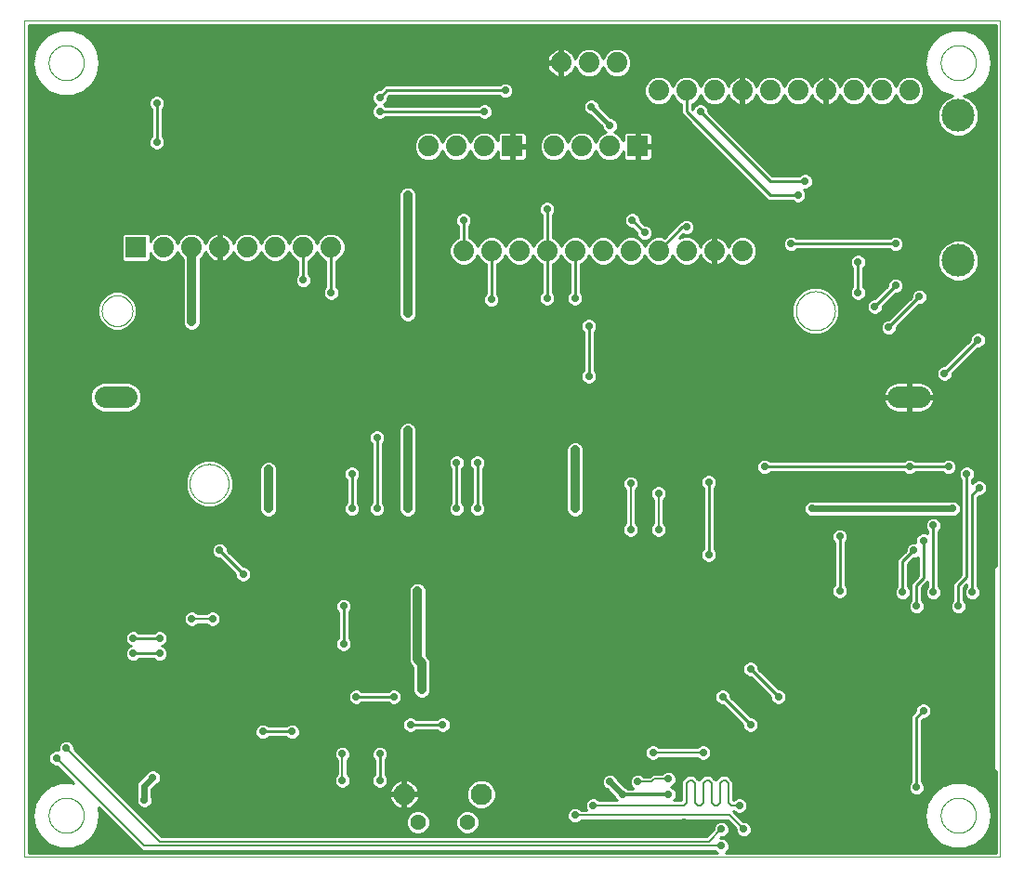
<source format=gbl>
G75*
%MOIN*%
%OFA0B0*%
%FSLAX25Y25*%
%IPPOS*%
%LPD*%
%AMOC8*
5,1,8,0,0,1.08239X$1,22.5*
%
%ADD10C,0.00000*%
%ADD11C,0.07677*%
%ADD12C,0.11811*%
%ADD13C,0.07400*%
%ADD14R,0.07400X0.07400*%
%ADD15C,0.05622*%
%ADD16C,0.07677*%
%ADD17C,0.01000*%
%ADD18C,0.02770*%
%ADD19C,0.02400*%
%ADD20C,0.00800*%
%ADD21C,0.03200*%
%ADD22C,0.01600*%
%ADD23C,0.01200*%
D10*
X0002050Y0016291D02*
X0002050Y0316291D01*
X0352050Y0316291D01*
X0352050Y0016291D01*
X0002050Y0016291D01*
X0010751Y0031291D02*
X0010753Y0031449D01*
X0010759Y0031607D01*
X0010769Y0031765D01*
X0010783Y0031923D01*
X0010801Y0032080D01*
X0010822Y0032237D01*
X0010848Y0032393D01*
X0010878Y0032549D01*
X0010911Y0032704D01*
X0010949Y0032857D01*
X0010990Y0033010D01*
X0011035Y0033162D01*
X0011084Y0033313D01*
X0011137Y0033462D01*
X0011193Y0033610D01*
X0011253Y0033756D01*
X0011317Y0033901D01*
X0011385Y0034044D01*
X0011456Y0034186D01*
X0011530Y0034326D01*
X0011608Y0034463D01*
X0011690Y0034599D01*
X0011774Y0034733D01*
X0011863Y0034864D01*
X0011954Y0034993D01*
X0012049Y0035120D01*
X0012146Y0035245D01*
X0012247Y0035367D01*
X0012351Y0035486D01*
X0012458Y0035603D01*
X0012568Y0035717D01*
X0012681Y0035828D01*
X0012796Y0035937D01*
X0012914Y0036042D01*
X0013035Y0036144D01*
X0013158Y0036244D01*
X0013284Y0036340D01*
X0013412Y0036433D01*
X0013542Y0036523D01*
X0013675Y0036609D01*
X0013810Y0036693D01*
X0013946Y0036772D01*
X0014085Y0036849D01*
X0014226Y0036921D01*
X0014368Y0036991D01*
X0014512Y0037056D01*
X0014658Y0037118D01*
X0014805Y0037176D01*
X0014954Y0037231D01*
X0015104Y0037282D01*
X0015255Y0037329D01*
X0015407Y0037372D01*
X0015560Y0037411D01*
X0015715Y0037447D01*
X0015870Y0037478D01*
X0016026Y0037506D01*
X0016182Y0037530D01*
X0016339Y0037550D01*
X0016497Y0037566D01*
X0016654Y0037578D01*
X0016813Y0037586D01*
X0016971Y0037590D01*
X0017129Y0037590D01*
X0017287Y0037586D01*
X0017446Y0037578D01*
X0017603Y0037566D01*
X0017761Y0037550D01*
X0017918Y0037530D01*
X0018074Y0037506D01*
X0018230Y0037478D01*
X0018385Y0037447D01*
X0018540Y0037411D01*
X0018693Y0037372D01*
X0018845Y0037329D01*
X0018996Y0037282D01*
X0019146Y0037231D01*
X0019295Y0037176D01*
X0019442Y0037118D01*
X0019588Y0037056D01*
X0019732Y0036991D01*
X0019874Y0036921D01*
X0020015Y0036849D01*
X0020154Y0036772D01*
X0020290Y0036693D01*
X0020425Y0036609D01*
X0020558Y0036523D01*
X0020688Y0036433D01*
X0020816Y0036340D01*
X0020942Y0036244D01*
X0021065Y0036144D01*
X0021186Y0036042D01*
X0021304Y0035937D01*
X0021419Y0035828D01*
X0021532Y0035717D01*
X0021642Y0035603D01*
X0021749Y0035486D01*
X0021853Y0035367D01*
X0021954Y0035245D01*
X0022051Y0035120D01*
X0022146Y0034993D01*
X0022237Y0034864D01*
X0022326Y0034733D01*
X0022410Y0034599D01*
X0022492Y0034463D01*
X0022570Y0034326D01*
X0022644Y0034186D01*
X0022715Y0034044D01*
X0022783Y0033901D01*
X0022847Y0033756D01*
X0022907Y0033610D01*
X0022963Y0033462D01*
X0023016Y0033313D01*
X0023065Y0033162D01*
X0023110Y0033010D01*
X0023151Y0032857D01*
X0023189Y0032704D01*
X0023222Y0032549D01*
X0023252Y0032393D01*
X0023278Y0032237D01*
X0023299Y0032080D01*
X0023317Y0031923D01*
X0023331Y0031765D01*
X0023341Y0031607D01*
X0023347Y0031449D01*
X0023349Y0031291D01*
X0023347Y0031133D01*
X0023341Y0030975D01*
X0023331Y0030817D01*
X0023317Y0030659D01*
X0023299Y0030502D01*
X0023278Y0030345D01*
X0023252Y0030189D01*
X0023222Y0030033D01*
X0023189Y0029878D01*
X0023151Y0029725D01*
X0023110Y0029572D01*
X0023065Y0029420D01*
X0023016Y0029269D01*
X0022963Y0029120D01*
X0022907Y0028972D01*
X0022847Y0028826D01*
X0022783Y0028681D01*
X0022715Y0028538D01*
X0022644Y0028396D01*
X0022570Y0028256D01*
X0022492Y0028119D01*
X0022410Y0027983D01*
X0022326Y0027849D01*
X0022237Y0027718D01*
X0022146Y0027589D01*
X0022051Y0027462D01*
X0021954Y0027337D01*
X0021853Y0027215D01*
X0021749Y0027096D01*
X0021642Y0026979D01*
X0021532Y0026865D01*
X0021419Y0026754D01*
X0021304Y0026645D01*
X0021186Y0026540D01*
X0021065Y0026438D01*
X0020942Y0026338D01*
X0020816Y0026242D01*
X0020688Y0026149D01*
X0020558Y0026059D01*
X0020425Y0025973D01*
X0020290Y0025889D01*
X0020154Y0025810D01*
X0020015Y0025733D01*
X0019874Y0025661D01*
X0019732Y0025591D01*
X0019588Y0025526D01*
X0019442Y0025464D01*
X0019295Y0025406D01*
X0019146Y0025351D01*
X0018996Y0025300D01*
X0018845Y0025253D01*
X0018693Y0025210D01*
X0018540Y0025171D01*
X0018385Y0025135D01*
X0018230Y0025104D01*
X0018074Y0025076D01*
X0017918Y0025052D01*
X0017761Y0025032D01*
X0017603Y0025016D01*
X0017446Y0025004D01*
X0017287Y0024996D01*
X0017129Y0024992D01*
X0016971Y0024992D01*
X0016813Y0024996D01*
X0016654Y0025004D01*
X0016497Y0025016D01*
X0016339Y0025032D01*
X0016182Y0025052D01*
X0016026Y0025076D01*
X0015870Y0025104D01*
X0015715Y0025135D01*
X0015560Y0025171D01*
X0015407Y0025210D01*
X0015255Y0025253D01*
X0015104Y0025300D01*
X0014954Y0025351D01*
X0014805Y0025406D01*
X0014658Y0025464D01*
X0014512Y0025526D01*
X0014368Y0025591D01*
X0014226Y0025661D01*
X0014085Y0025733D01*
X0013946Y0025810D01*
X0013810Y0025889D01*
X0013675Y0025973D01*
X0013542Y0026059D01*
X0013412Y0026149D01*
X0013284Y0026242D01*
X0013158Y0026338D01*
X0013035Y0026438D01*
X0012914Y0026540D01*
X0012796Y0026645D01*
X0012681Y0026754D01*
X0012568Y0026865D01*
X0012458Y0026979D01*
X0012351Y0027096D01*
X0012247Y0027215D01*
X0012146Y0027337D01*
X0012049Y0027462D01*
X0011954Y0027589D01*
X0011863Y0027718D01*
X0011774Y0027849D01*
X0011690Y0027983D01*
X0011608Y0028119D01*
X0011530Y0028256D01*
X0011456Y0028396D01*
X0011385Y0028538D01*
X0011317Y0028681D01*
X0011253Y0028826D01*
X0011193Y0028972D01*
X0011137Y0029120D01*
X0011084Y0029269D01*
X0011035Y0029420D01*
X0010990Y0029572D01*
X0010949Y0029725D01*
X0010911Y0029878D01*
X0010878Y0030033D01*
X0010848Y0030189D01*
X0010822Y0030345D01*
X0010801Y0030502D01*
X0010783Y0030659D01*
X0010769Y0030817D01*
X0010759Y0030975D01*
X0010753Y0031133D01*
X0010751Y0031291D01*
X0061300Y0150291D02*
X0061302Y0150463D01*
X0061308Y0150634D01*
X0061319Y0150806D01*
X0061334Y0150977D01*
X0061353Y0151148D01*
X0061376Y0151318D01*
X0061403Y0151488D01*
X0061435Y0151657D01*
X0061470Y0151825D01*
X0061510Y0151992D01*
X0061554Y0152158D01*
X0061601Y0152323D01*
X0061653Y0152487D01*
X0061709Y0152649D01*
X0061769Y0152810D01*
X0061833Y0152970D01*
X0061901Y0153128D01*
X0061972Y0153284D01*
X0062047Y0153438D01*
X0062127Y0153591D01*
X0062209Y0153741D01*
X0062296Y0153890D01*
X0062386Y0154036D01*
X0062480Y0154180D01*
X0062577Y0154322D01*
X0062678Y0154461D01*
X0062782Y0154598D01*
X0062889Y0154732D01*
X0063000Y0154863D01*
X0063113Y0154992D01*
X0063230Y0155118D01*
X0063350Y0155241D01*
X0063473Y0155361D01*
X0063599Y0155478D01*
X0063728Y0155591D01*
X0063859Y0155702D01*
X0063993Y0155809D01*
X0064130Y0155913D01*
X0064269Y0156014D01*
X0064411Y0156111D01*
X0064555Y0156205D01*
X0064701Y0156295D01*
X0064850Y0156382D01*
X0065000Y0156464D01*
X0065153Y0156544D01*
X0065307Y0156619D01*
X0065463Y0156690D01*
X0065621Y0156758D01*
X0065781Y0156822D01*
X0065942Y0156882D01*
X0066104Y0156938D01*
X0066268Y0156990D01*
X0066433Y0157037D01*
X0066599Y0157081D01*
X0066766Y0157121D01*
X0066934Y0157156D01*
X0067103Y0157188D01*
X0067273Y0157215D01*
X0067443Y0157238D01*
X0067614Y0157257D01*
X0067785Y0157272D01*
X0067957Y0157283D01*
X0068128Y0157289D01*
X0068300Y0157291D01*
X0068472Y0157289D01*
X0068643Y0157283D01*
X0068815Y0157272D01*
X0068986Y0157257D01*
X0069157Y0157238D01*
X0069327Y0157215D01*
X0069497Y0157188D01*
X0069666Y0157156D01*
X0069834Y0157121D01*
X0070001Y0157081D01*
X0070167Y0157037D01*
X0070332Y0156990D01*
X0070496Y0156938D01*
X0070658Y0156882D01*
X0070819Y0156822D01*
X0070979Y0156758D01*
X0071137Y0156690D01*
X0071293Y0156619D01*
X0071447Y0156544D01*
X0071600Y0156464D01*
X0071750Y0156382D01*
X0071899Y0156295D01*
X0072045Y0156205D01*
X0072189Y0156111D01*
X0072331Y0156014D01*
X0072470Y0155913D01*
X0072607Y0155809D01*
X0072741Y0155702D01*
X0072872Y0155591D01*
X0073001Y0155478D01*
X0073127Y0155361D01*
X0073250Y0155241D01*
X0073370Y0155118D01*
X0073487Y0154992D01*
X0073600Y0154863D01*
X0073711Y0154732D01*
X0073818Y0154598D01*
X0073922Y0154461D01*
X0074023Y0154322D01*
X0074120Y0154180D01*
X0074214Y0154036D01*
X0074304Y0153890D01*
X0074391Y0153741D01*
X0074473Y0153591D01*
X0074553Y0153438D01*
X0074628Y0153284D01*
X0074699Y0153128D01*
X0074767Y0152970D01*
X0074831Y0152810D01*
X0074891Y0152649D01*
X0074947Y0152487D01*
X0074999Y0152323D01*
X0075046Y0152158D01*
X0075090Y0151992D01*
X0075130Y0151825D01*
X0075165Y0151657D01*
X0075197Y0151488D01*
X0075224Y0151318D01*
X0075247Y0151148D01*
X0075266Y0150977D01*
X0075281Y0150806D01*
X0075292Y0150634D01*
X0075298Y0150463D01*
X0075300Y0150291D01*
X0075298Y0150119D01*
X0075292Y0149948D01*
X0075281Y0149776D01*
X0075266Y0149605D01*
X0075247Y0149434D01*
X0075224Y0149264D01*
X0075197Y0149094D01*
X0075165Y0148925D01*
X0075130Y0148757D01*
X0075090Y0148590D01*
X0075046Y0148424D01*
X0074999Y0148259D01*
X0074947Y0148095D01*
X0074891Y0147933D01*
X0074831Y0147772D01*
X0074767Y0147612D01*
X0074699Y0147454D01*
X0074628Y0147298D01*
X0074553Y0147144D01*
X0074473Y0146991D01*
X0074391Y0146841D01*
X0074304Y0146692D01*
X0074214Y0146546D01*
X0074120Y0146402D01*
X0074023Y0146260D01*
X0073922Y0146121D01*
X0073818Y0145984D01*
X0073711Y0145850D01*
X0073600Y0145719D01*
X0073487Y0145590D01*
X0073370Y0145464D01*
X0073250Y0145341D01*
X0073127Y0145221D01*
X0073001Y0145104D01*
X0072872Y0144991D01*
X0072741Y0144880D01*
X0072607Y0144773D01*
X0072470Y0144669D01*
X0072331Y0144568D01*
X0072189Y0144471D01*
X0072045Y0144377D01*
X0071899Y0144287D01*
X0071750Y0144200D01*
X0071600Y0144118D01*
X0071447Y0144038D01*
X0071293Y0143963D01*
X0071137Y0143892D01*
X0070979Y0143824D01*
X0070819Y0143760D01*
X0070658Y0143700D01*
X0070496Y0143644D01*
X0070332Y0143592D01*
X0070167Y0143545D01*
X0070001Y0143501D01*
X0069834Y0143461D01*
X0069666Y0143426D01*
X0069497Y0143394D01*
X0069327Y0143367D01*
X0069157Y0143344D01*
X0068986Y0143325D01*
X0068815Y0143310D01*
X0068643Y0143299D01*
X0068472Y0143293D01*
X0068300Y0143291D01*
X0068128Y0143293D01*
X0067957Y0143299D01*
X0067785Y0143310D01*
X0067614Y0143325D01*
X0067443Y0143344D01*
X0067273Y0143367D01*
X0067103Y0143394D01*
X0066934Y0143426D01*
X0066766Y0143461D01*
X0066599Y0143501D01*
X0066433Y0143545D01*
X0066268Y0143592D01*
X0066104Y0143644D01*
X0065942Y0143700D01*
X0065781Y0143760D01*
X0065621Y0143824D01*
X0065463Y0143892D01*
X0065307Y0143963D01*
X0065153Y0144038D01*
X0065000Y0144118D01*
X0064850Y0144200D01*
X0064701Y0144287D01*
X0064555Y0144377D01*
X0064411Y0144471D01*
X0064269Y0144568D01*
X0064130Y0144669D01*
X0063993Y0144773D01*
X0063859Y0144880D01*
X0063728Y0144991D01*
X0063599Y0145104D01*
X0063473Y0145221D01*
X0063350Y0145341D01*
X0063230Y0145464D01*
X0063113Y0145590D01*
X0063000Y0145719D01*
X0062889Y0145850D01*
X0062782Y0145984D01*
X0062678Y0146121D01*
X0062577Y0146260D01*
X0062480Y0146402D01*
X0062386Y0146546D01*
X0062296Y0146692D01*
X0062209Y0146841D01*
X0062127Y0146991D01*
X0062047Y0147144D01*
X0061972Y0147298D01*
X0061901Y0147454D01*
X0061833Y0147612D01*
X0061769Y0147772D01*
X0061709Y0147933D01*
X0061653Y0148095D01*
X0061601Y0148259D01*
X0061554Y0148424D01*
X0061510Y0148590D01*
X0061470Y0148757D01*
X0061435Y0148925D01*
X0061403Y0149094D01*
X0061376Y0149264D01*
X0061353Y0149434D01*
X0061334Y0149605D01*
X0061319Y0149776D01*
X0061308Y0149948D01*
X0061302Y0150119D01*
X0061300Y0150291D01*
X0029788Y0212291D02*
X0029790Y0212439D01*
X0029796Y0212587D01*
X0029806Y0212735D01*
X0029820Y0212882D01*
X0029838Y0213029D01*
X0029859Y0213175D01*
X0029885Y0213321D01*
X0029915Y0213466D01*
X0029948Y0213610D01*
X0029986Y0213753D01*
X0030027Y0213895D01*
X0030072Y0214036D01*
X0030120Y0214176D01*
X0030173Y0214315D01*
X0030229Y0214452D01*
X0030289Y0214587D01*
X0030352Y0214721D01*
X0030419Y0214853D01*
X0030490Y0214983D01*
X0030564Y0215111D01*
X0030641Y0215237D01*
X0030722Y0215361D01*
X0030806Y0215483D01*
X0030893Y0215602D01*
X0030984Y0215719D01*
X0031078Y0215834D01*
X0031174Y0215946D01*
X0031274Y0216056D01*
X0031376Y0216162D01*
X0031482Y0216266D01*
X0031590Y0216367D01*
X0031701Y0216465D01*
X0031814Y0216561D01*
X0031930Y0216653D01*
X0032048Y0216742D01*
X0032169Y0216827D01*
X0032292Y0216910D01*
X0032417Y0216989D01*
X0032544Y0217065D01*
X0032673Y0217137D01*
X0032804Y0217206D01*
X0032937Y0217271D01*
X0033072Y0217332D01*
X0033208Y0217390D01*
X0033345Y0217445D01*
X0033484Y0217495D01*
X0033625Y0217542D01*
X0033766Y0217585D01*
X0033909Y0217625D01*
X0034053Y0217660D01*
X0034197Y0217692D01*
X0034343Y0217719D01*
X0034489Y0217743D01*
X0034636Y0217763D01*
X0034783Y0217779D01*
X0034930Y0217791D01*
X0035078Y0217799D01*
X0035226Y0217803D01*
X0035374Y0217803D01*
X0035522Y0217799D01*
X0035670Y0217791D01*
X0035817Y0217779D01*
X0035964Y0217763D01*
X0036111Y0217743D01*
X0036257Y0217719D01*
X0036403Y0217692D01*
X0036547Y0217660D01*
X0036691Y0217625D01*
X0036834Y0217585D01*
X0036975Y0217542D01*
X0037116Y0217495D01*
X0037255Y0217445D01*
X0037392Y0217390D01*
X0037528Y0217332D01*
X0037663Y0217271D01*
X0037796Y0217206D01*
X0037927Y0217137D01*
X0038056Y0217065D01*
X0038183Y0216989D01*
X0038308Y0216910D01*
X0038431Y0216827D01*
X0038552Y0216742D01*
X0038670Y0216653D01*
X0038786Y0216561D01*
X0038899Y0216465D01*
X0039010Y0216367D01*
X0039118Y0216266D01*
X0039224Y0216162D01*
X0039326Y0216056D01*
X0039426Y0215946D01*
X0039522Y0215834D01*
X0039616Y0215719D01*
X0039707Y0215602D01*
X0039794Y0215483D01*
X0039878Y0215361D01*
X0039959Y0215237D01*
X0040036Y0215111D01*
X0040110Y0214983D01*
X0040181Y0214853D01*
X0040248Y0214721D01*
X0040311Y0214587D01*
X0040371Y0214452D01*
X0040427Y0214315D01*
X0040480Y0214176D01*
X0040528Y0214036D01*
X0040573Y0213895D01*
X0040614Y0213753D01*
X0040652Y0213610D01*
X0040685Y0213466D01*
X0040715Y0213321D01*
X0040741Y0213175D01*
X0040762Y0213029D01*
X0040780Y0212882D01*
X0040794Y0212735D01*
X0040804Y0212587D01*
X0040810Y0212439D01*
X0040812Y0212291D01*
X0040810Y0212143D01*
X0040804Y0211995D01*
X0040794Y0211847D01*
X0040780Y0211700D01*
X0040762Y0211553D01*
X0040741Y0211407D01*
X0040715Y0211261D01*
X0040685Y0211116D01*
X0040652Y0210972D01*
X0040614Y0210829D01*
X0040573Y0210687D01*
X0040528Y0210546D01*
X0040480Y0210406D01*
X0040427Y0210267D01*
X0040371Y0210130D01*
X0040311Y0209995D01*
X0040248Y0209861D01*
X0040181Y0209729D01*
X0040110Y0209599D01*
X0040036Y0209471D01*
X0039959Y0209345D01*
X0039878Y0209221D01*
X0039794Y0209099D01*
X0039707Y0208980D01*
X0039616Y0208863D01*
X0039522Y0208748D01*
X0039426Y0208636D01*
X0039326Y0208526D01*
X0039224Y0208420D01*
X0039118Y0208316D01*
X0039010Y0208215D01*
X0038899Y0208117D01*
X0038786Y0208021D01*
X0038670Y0207929D01*
X0038552Y0207840D01*
X0038431Y0207755D01*
X0038308Y0207672D01*
X0038183Y0207593D01*
X0038056Y0207517D01*
X0037927Y0207445D01*
X0037796Y0207376D01*
X0037663Y0207311D01*
X0037528Y0207250D01*
X0037392Y0207192D01*
X0037255Y0207137D01*
X0037116Y0207087D01*
X0036975Y0207040D01*
X0036834Y0206997D01*
X0036691Y0206957D01*
X0036547Y0206922D01*
X0036403Y0206890D01*
X0036257Y0206863D01*
X0036111Y0206839D01*
X0035964Y0206819D01*
X0035817Y0206803D01*
X0035670Y0206791D01*
X0035522Y0206783D01*
X0035374Y0206779D01*
X0035226Y0206779D01*
X0035078Y0206783D01*
X0034930Y0206791D01*
X0034783Y0206803D01*
X0034636Y0206819D01*
X0034489Y0206839D01*
X0034343Y0206863D01*
X0034197Y0206890D01*
X0034053Y0206922D01*
X0033909Y0206957D01*
X0033766Y0206997D01*
X0033625Y0207040D01*
X0033484Y0207087D01*
X0033345Y0207137D01*
X0033208Y0207192D01*
X0033072Y0207250D01*
X0032937Y0207311D01*
X0032804Y0207376D01*
X0032673Y0207445D01*
X0032544Y0207517D01*
X0032417Y0207593D01*
X0032292Y0207672D01*
X0032169Y0207755D01*
X0032048Y0207840D01*
X0031930Y0207929D01*
X0031814Y0208021D01*
X0031701Y0208117D01*
X0031590Y0208215D01*
X0031482Y0208316D01*
X0031376Y0208420D01*
X0031274Y0208526D01*
X0031174Y0208636D01*
X0031078Y0208748D01*
X0030984Y0208863D01*
X0030893Y0208980D01*
X0030806Y0209099D01*
X0030722Y0209221D01*
X0030641Y0209345D01*
X0030564Y0209471D01*
X0030490Y0209599D01*
X0030419Y0209729D01*
X0030352Y0209861D01*
X0030289Y0209995D01*
X0030229Y0210130D01*
X0030173Y0210267D01*
X0030120Y0210406D01*
X0030072Y0210546D01*
X0030027Y0210687D01*
X0029986Y0210829D01*
X0029948Y0210972D01*
X0029915Y0211116D01*
X0029885Y0211261D01*
X0029859Y0211407D01*
X0029838Y0211553D01*
X0029820Y0211700D01*
X0029806Y0211847D01*
X0029796Y0211995D01*
X0029790Y0212143D01*
X0029788Y0212291D01*
X0010751Y0301291D02*
X0010753Y0301449D01*
X0010759Y0301607D01*
X0010769Y0301765D01*
X0010783Y0301923D01*
X0010801Y0302080D01*
X0010822Y0302237D01*
X0010848Y0302393D01*
X0010878Y0302549D01*
X0010911Y0302704D01*
X0010949Y0302857D01*
X0010990Y0303010D01*
X0011035Y0303162D01*
X0011084Y0303313D01*
X0011137Y0303462D01*
X0011193Y0303610D01*
X0011253Y0303756D01*
X0011317Y0303901D01*
X0011385Y0304044D01*
X0011456Y0304186D01*
X0011530Y0304326D01*
X0011608Y0304463D01*
X0011690Y0304599D01*
X0011774Y0304733D01*
X0011863Y0304864D01*
X0011954Y0304993D01*
X0012049Y0305120D01*
X0012146Y0305245D01*
X0012247Y0305367D01*
X0012351Y0305486D01*
X0012458Y0305603D01*
X0012568Y0305717D01*
X0012681Y0305828D01*
X0012796Y0305937D01*
X0012914Y0306042D01*
X0013035Y0306144D01*
X0013158Y0306244D01*
X0013284Y0306340D01*
X0013412Y0306433D01*
X0013542Y0306523D01*
X0013675Y0306609D01*
X0013810Y0306693D01*
X0013946Y0306772D01*
X0014085Y0306849D01*
X0014226Y0306921D01*
X0014368Y0306991D01*
X0014512Y0307056D01*
X0014658Y0307118D01*
X0014805Y0307176D01*
X0014954Y0307231D01*
X0015104Y0307282D01*
X0015255Y0307329D01*
X0015407Y0307372D01*
X0015560Y0307411D01*
X0015715Y0307447D01*
X0015870Y0307478D01*
X0016026Y0307506D01*
X0016182Y0307530D01*
X0016339Y0307550D01*
X0016497Y0307566D01*
X0016654Y0307578D01*
X0016813Y0307586D01*
X0016971Y0307590D01*
X0017129Y0307590D01*
X0017287Y0307586D01*
X0017446Y0307578D01*
X0017603Y0307566D01*
X0017761Y0307550D01*
X0017918Y0307530D01*
X0018074Y0307506D01*
X0018230Y0307478D01*
X0018385Y0307447D01*
X0018540Y0307411D01*
X0018693Y0307372D01*
X0018845Y0307329D01*
X0018996Y0307282D01*
X0019146Y0307231D01*
X0019295Y0307176D01*
X0019442Y0307118D01*
X0019588Y0307056D01*
X0019732Y0306991D01*
X0019874Y0306921D01*
X0020015Y0306849D01*
X0020154Y0306772D01*
X0020290Y0306693D01*
X0020425Y0306609D01*
X0020558Y0306523D01*
X0020688Y0306433D01*
X0020816Y0306340D01*
X0020942Y0306244D01*
X0021065Y0306144D01*
X0021186Y0306042D01*
X0021304Y0305937D01*
X0021419Y0305828D01*
X0021532Y0305717D01*
X0021642Y0305603D01*
X0021749Y0305486D01*
X0021853Y0305367D01*
X0021954Y0305245D01*
X0022051Y0305120D01*
X0022146Y0304993D01*
X0022237Y0304864D01*
X0022326Y0304733D01*
X0022410Y0304599D01*
X0022492Y0304463D01*
X0022570Y0304326D01*
X0022644Y0304186D01*
X0022715Y0304044D01*
X0022783Y0303901D01*
X0022847Y0303756D01*
X0022907Y0303610D01*
X0022963Y0303462D01*
X0023016Y0303313D01*
X0023065Y0303162D01*
X0023110Y0303010D01*
X0023151Y0302857D01*
X0023189Y0302704D01*
X0023222Y0302549D01*
X0023252Y0302393D01*
X0023278Y0302237D01*
X0023299Y0302080D01*
X0023317Y0301923D01*
X0023331Y0301765D01*
X0023341Y0301607D01*
X0023347Y0301449D01*
X0023349Y0301291D01*
X0023347Y0301133D01*
X0023341Y0300975D01*
X0023331Y0300817D01*
X0023317Y0300659D01*
X0023299Y0300502D01*
X0023278Y0300345D01*
X0023252Y0300189D01*
X0023222Y0300033D01*
X0023189Y0299878D01*
X0023151Y0299725D01*
X0023110Y0299572D01*
X0023065Y0299420D01*
X0023016Y0299269D01*
X0022963Y0299120D01*
X0022907Y0298972D01*
X0022847Y0298826D01*
X0022783Y0298681D01*
X0022715Y0298538D01*
X0022644Y0298396D01*
X0022570Y0298256D01*
X0022492Y0298119D01*
X0022410Y0297983D01*
X0022326Y0297849D01*
X0022237Y0297718D01*
X0022146Y0297589D01*
X0022051Y0297462D01*
X0021954Y0297337D01*
X0021853Y0297215D01*
X0021749Y0297096D01*
X0021642Y0296979D01*
X0021532Y0296865D01*
X0021419Y0296754D01*
X0021304Y0296645D01*
X0021186Y0296540D01*
X0021065Y0296438D01*
X0020942Y0296338D01*
X0020816Y0296242D01*
X0020688Y0296149D01*
X0020558Y0296059D01*
X0020425Y0295973D01*
X0020290Y0295889D01*
X0020154Y0295810D01*
X0020015Y0295733D01*
X0019874Y0295661D01*
X0019732Y0295591D01*
X0019588Y0295526D01*
X0019442Y0295464D01*
X0019295Y0295406D01*
X0019146Y0295351D01*
X0018996Y0295300D01*
X0018845Y0295253D01*
X0018693Y0295210D01*
X0018540Y0295171D01*
X0018385Y0295135D01*
X0018230Y0295104D01*
X0018074Y0295076D01*
X0017918Y0295052D01*
X0017761Y0295032D01*
X0017603Y0295016D01*
X0017446Y0295004D01*
X0017287Y0294996D01*
X0017129Y0294992D01*
X0016971Y0294992D01*
X0016813Y0294996D01*
X0016654Y0295004D01*
X0016497Y0295016D01*
X0016339Y0295032D01*
X0016182Y0295052D01*
X0016026Y0295076D01*
X0015870Y0295104D01*
X0015715Y0295135D01*
X0015560Y0295171D01*
X0015407Y0295210D01*
X0015255Y0295253D01*
X0015104Y0295300D01*
X0014954Y0295351D01*
X0014805Y0295406D01*
X0014658Y0295464D01*
X0014512Y0295526D01*
X0014368Y0295591D01*
X0014226Y0295661D01*
X0014085Y0295733D01*
X0013946Y0295810D01*
X0013810Y0295889D01*
X0013675Y0295973D01*
X0013542Y0296059D01*
X0013412Y0296149D01*
X0013284Y0296242D01*
X0013158Y0296338D01*
X0013035Y0296438D01*
X0012914Y0296540D01*
X0012796Y0296645D01*
X0012681Y0296754D01*
X0012568Y0296865D01*
X0012458Y0296979D01*
X0012351Y0297096D01*
X0012247Y0297215D01*
X0012146Y0297337D01*
X0012049Y0297462D01*
X0011954Y0297589D01*
X0011863Y0297718D01*
X0011774Y0297849D01*
X0011690Y0297983D01*
X0011608Y0298119D01*
X0011530Y0298256D01*
X0011456Y0298396D01*
X0011385Y0298538D01*
X0011317Y0298681D01*
X0011253Y0298826D01*
X0011193Y0298972D01*
X0011137Y0299120D01*
X0011084Y0299269D01*
X0011035Y0299420D01*
X0010990Y0299572D01*
X0010949Y0299725D01*
X0010911Y0299878D01*
X0010878Y0300033D01*
X0010848Y0300189D01*
X0010822Y0300345D01*
X0010801Y0300502D01*
X0010783Y0300659D01*
X0010769Y0300817D01*
X0010759Y0300975D01*
X0010753Y0301133D01*
X0010751Y0301291D01*
X0278800Y0212291D02*
X0278802Y0212463D01*
X0278808Y0212634D01*
X0278819Y0212806D01*
X0278834Y0212977D01*
X0278853Y0213148D01*
X0278876Y0213318D01*
X0278903Y0213488D01*
X0278935Y0213657D01*
X0278970Y0213825D01*
X0279010Y0213992D01*
X0279054Y0214158D01*
X0279101Y0214323D01*
X0279153Y0214487D01*
X0279209Y0214649D01*
X0279269Y0214810D01*
X0279333Y0214970D01*
X0279401Y0215128D01*
X0279472Y0215284D01*
X0279547Y0215438D01*
X0279627Y0215591D01*
X0279709Y0215741D01*
X0279796Y0215890D01*
X0279886Y0216036D01*
X0279980Y0216180D01*
X0280077Y0216322D01*
X0280178Y0216461D01*
X0280282Y0216598D01*
X0280389Y0216732D01*
X0280500Y0216863D01*
X0280613Y0216992D01*
X0280730Y0217118D01*
X0280850Y0217241D01*
X0280973Y0217361D01*
X0281099Y0217478D01*
X0281228Y0217591D01*
X0281359Y0217702D01*
X0281493Y0217809D01*
X0281630Y0217913D01*
X0281769Y0218014D01*
X0281911Y0218111D01*
X0282055Y0218205D01*
X0282201Y0218295D01*
X0282350Y0218382D01*
X0282500Y0218464D01*
X0282653Y0218544D01*
X0282807Y0218619D01*
X0282963Y0218690D01*
X0283121Y0218758D01*
X0283281Y0218822D01*
X0283442Y0218882D01*
X0283604Y0218938D01*
X0283768Y0218990D01*
X0283933Y0219037D01*
X0284099Y0219081D01*
X0284266Y0219121D01*
X0284434Y0219156D01*
X0284603Y0219188D01*
X0284773Y0219215D01*
X0284943Y0219238D01*
X0285114Y0219257D01*
X0285285Y0219272D01*
X0285457Y0219283D01*
X0285628Y0219289D01*
X0285800Y0219291D01*
X0285972Y0219289D01*
X0286143Y0219283D01*
X0286315Y0219272D01*
X0286486Y0219257D01*
X0286657Y0219238D01*
X0286827Y0219215D01*
X0286997Y0219188D01*
X0287166Y0219156D01*
X0287334Y0219121D01*
X0287501Y0219081D01*
X0287667Y0219037D01*
X0287832Y0218990D01*
X0287996Y0218938D01*
X0288158Y0218882D01*
X0288319Y0218822D01*
X0288479Y0218758D01*
X0288637Y0218690D01*
X0288793Y0218619D01*
X0288947Y0218544D01*
X0289100Y0218464D01*
X0289250Y0218382D01*
X0289399Y0218295D01*
X0289545Y0218205D01*
X0289689Y0218111D01*
X0289831Y0218014D01*
X0289970Y0217913D01*
X0290107Y0217809D01*
X0290241Y0217702D01*
X0290372Y0217591D01*
X0290501Y0217478D01*
X0290627Y0217361D01*
X0290750Y0217241D01*
X0290870Y0217118D01*
X0290987Y0216992D01*
X0291100Y0216863D01*
X0291211Y0216732D01*
X0291318Y0216598D01*
X0291422Y0216461D01*
X0291523Y0216322D01*
X0291620Y0216180D01*
X0291714Y0216036D01*
X0291804Y0215890D01*
X0291891Y0215741D01*
X0291973Y0215591D01*
X0292053Y0215438D01*
X0292128Y0215284D01*
X0292199Y0215128D01*
X0292267Y0214970D01*
X0292331Y0214810D01*
X0292391Y0214649D01*
X0292447Y0214487D01*
X0292499Y0214323D01*
X0292546Y0214158D01*
X0292590Y0213992D01*
X0292630Y0213825D01*
X0292665Y0213657D01*
X0292697Y0213488D01*
X0292724Y0213318D01*
X0292747Y0213148D01*
X0292766Y0212977D01*
X0292781Y0212806D01*
X0292792Y0212634D01*
X0292798Y0212463D01*
X0292800Y0212291D01*
X0292798Y0212119D01*
X0292792Y0211948D01*
X0292781Y0211776D01*
X0292766Y0211605D01*
X0292747Y0211434D01*
X0292724Y0211264D01*
X0292697Y0211094D01*
X0292665Y0210925D01*
X0292630Y0210757D01*
X0292590Y0210590D01*
X0292546Y0210424D01*
X0292499Y0210259D01*
X0292447Y0210095D01*
X0292391Y0209933D01*
X0292331Y0209772D01*
X0292267Y0209612D01*
X0292199Y0209454D01*
X0292128Y0209298D01*
X0292053Y0209144D01*
X0291973Y0208991D01*
X0291891Y0208841D01*
X0291804Y0208692D01*
X0291714Y0208546D01*
X0291620Y0208402D01*
X0291523Y0208260D01*
X0291422Y0208121D01*
X0291318Y0207984D01*
X0291211Y0207850D01*
X0291100Y0207719D01*
X0290987Y0207590D01*
X0290870Y0207464D01*
X0290750Y0207341D01*
X0290627Y0207221D01*
X0290501Y0207104D01*
X0290372Y0206991D01*
X0290241Y0206880D01*
X0290107Y0206773D01*
X0289970Y0206669D01*
X0289831Y0206568D01*
X0289689Y0206471D01*
X0289545Y0206377D01*
X0289399Y0206287D01*
X0289250Y0206200D01*
X0289100Y0206118D01*
X0288947Y0206038D01*
X0288793Y0205963D01*
X0288637Y0205892D01*
X0288479Y0205824D01*
X0288319Y0205760D01*
X0288158Y0205700D01*
X0287996Y0205644D01*
X0287832Y0205592D01*
X0287667Y0205545D01*
X0287501Y0205501D01*
X0287334Y0205461D01*
X0287166Y0205426D01*
X0286997Y0205394D01*
X0286827Y0205367D01*
X0286657Y0205344D01*
X0286486Y0205325D01*
X0286315Y0205310D01*
X0286143Y0205299D01*
X0285972Y0205293D01*
X0285800Y0205291D01*
X0285628Y0205293D01*
X0285457Y0205299D01*
X0285285Y0205310D01*
X0285114Y0205325D01*
X0284943Y0205344D01*
X0284773Y0205367D01*
X0284603Y0205394D01*
X0284434Y0205426D01*
X0284266Y0205461D01*
X0284099Y0205501D01*
X0283933Y0205545D01*
X0283768Y0205592D01*
X0283604Y0205644D01*
X0283442Y0205700D01*
X0283281Y0205760D01*
X0283121Y0205824D01*
X0282963Y0205892D01*
X0282807Y0205963D01*
X0282653Y0206038D01*
X0282500Y0206118D01*
X0282350Y0206200D01*
X0282201Y0206287D01*
X0282055Y0206377D01*
X0281911Y0206471D01*
X0281769Y0206568D01*
X0281630Y0206669D01*
X0281493Y0206773D01*
X0281359Y0206880D01*
X0281228Y0206991D01*
X0281099Y0207104D01*
X0280973Y0207221D01*
X0280850Y0207341D01*
X0280730Y0207464D01*
X0280613Y0207590D01*
X0280500Y0207719D01*
X0280389Y0207850D01*
X0280282Y0207984D01*
X0280178Y0208121D01*
X0280077Y0208260D01*
X0279980Y0208402D01*
X0279886Y0208546D01*
X0279796Y0208692D01*
X0279709Y0208841D01*
X0279627Y0208991D01*
X0279547Y0209144D01*
X0279472Y0209298D01*
X0279401Y0209454D01*
X0279333Y0209612D01*
X0279269Y0209772D01*
X0279209Y0209933D01*
X0279153Y0210095D01*
X0279101Y0210259D01*
X0279054Y0210424D01*
X0279010Y0210590D01*
X0278970Y0210757D01*
X0278935Y0210925D01*
X0278903Y0211094D01*
X0278876Y0211264D01*
X0278853Y0211434D01*
X0278834Y0211605D01*
X0278819Y0211776D01*
X0278808Y0211948D01*
X0278802Y0212119D01*
X0278800Y0212291D01*
X0330751Y0301291D02*
X0330753Y0301449D01*
X0330759Y0301607D01*
X0330769Y0301765D01*
X0330783Y0301923D01*
X0330801Y0302080D01*
X0330822Y0302237D01*
X0330848Y0302393D01*
X0330878Y0302549D01*
X0330911Y0302704D01*
X0330949Y0302857D01*
X0330990Y0303010D01*
X0331035Y0303162D01*
X0331084Y0303313D01*
X0331137Y0303462D01*
X0331193Y0303610D01*
X0331253Y0303756D01*
X0331317Y0303901D01*
X0331385Y0304044D01*
X0331456Y0304186D01*
X0331530Y0304326D01*
X0331608Y0304463D01*
X0331690Y0304599D01*
X0331774Y0304733D01*
X0331863Y0304864D01*
X0331954Y0304993D01*
X0332049Y0305120D01*
X0332146Y0305245D01*
X0332247Y0305367D01*
X0332351Y0305486D01*
X0332458Y0305603D01*
X0332568Y0305717D01*
X0332681Y0305828D01*
X0332796Y0305937D01*
X0332914Y0306042D01*
X0333035Y0306144D01*
X0333158Y0306244D01*
X0333284Y0306340D01*
X0333412Y0306433D01*
X0333542Y0306523D01*
X0333675Y0306609D01*
X0333810Y0306693D01*
X0333946Y0306772D01*
X0334085Y0306849D01*
X0334226Y0306921D01*
X0334368Y0306991D01*
X0334512Y0307056D01*
X0334658Y0307118D01*
X0334805Y0307176D01*
X0334954Y0307231D01*
X0335104Y0307282D01*
X0335255Y0307329D01*
X0335407Y0307372D01*
X0335560Y0307411D01*
X0335715Y0307447D01*
X0335870Y0307478D01*
X0336026Y0307506D01*
X0336182Y0307530D01*
X0336339Y0307550D01*
X0336497Y0307566D01*
X0336654Y0307578D01*
X0336813Y0307586D01*
X0336971Y0307590D01*
X0337129Y0307590D01*
X0337287Y0307586D01*
X0337446Y0307578D01*
X0337603Y0307566D01*
X0337761Y0307550D01*
X0337918Y0307530D01*
X0338074Y0307506D01*
X0338230Y0307478D01*
X0338385Y0307447D01*
X0338540Y0307411D01*
X0338693Y0307372D01*
X0338845Y0307329D01*
X0338996Y0307282D01*
X0339146Y0307231D01*
X0339295Y0307176D01*
X0339442Y0307118D01*
X0339588Y0307056D01*
X0339732Y0306991D01*
X0339874Y0306921D01*
X0340015Y0306849D01*
X0340154Y0306772D01*
X0340290Y0306693D01*
X0340425Y0306609D01*
X0340558Y0306523D01*
X0340688Y0306433D01*
X0340816Y0306340D01*
X0340942Y0306244D01*
X0341065Y0306144D01*
X0341186Y0306042D01*
X0341304Y0305937D01*
X0341419Y0305828D01*
X0341532Y0305717D01*
X0341642Y0305603D01*
X0341749Y0305486D01*
X0341853Y0305367D01*
X0341954Y0305245D01*
X0342051Y0305120D01*
X0342146Y0304993D01*
X0342237Y0304864D01*
X0342326Y0304733D01*
X0342410Y0304599D01*
X0342492Y0304463D01*
X0342570Y0304326D01*
X0342644Y0304186D01*
X0342715Y0304044D01*
X0342783Y0303901D01*
X0342847Y0303756D01*
X0342907Y0303610D01*
X0342963Y0303462D01*
X0343016Y0303313D01*
X0343065Y0303162D01*
X0343110Y0303010D01*
X0343151Y0302857D01*
X0343189Y0302704D01*
X0343222Y0302549D01*
X0343252Y0302393D01*
X0343278Y0302237D01*
X0343299Y0302080D01*
X0343317Y0301923D01*
X0343331Y0301765D01*
X0343341Y0301607D01*
X0343347Y0301449D01*
X0343349Y0301291D01*
X0343347Y0301133D01*
X0343341Y0300975D01*
X0343331Y0300817D01*
X0343317Y0300659D01*
X0343299Y0300502D01*
X0343278Y0300345D01*
X0343252Y0300189D01*
X0343222Y0300033D01*
X0343189Y0299878D01*
X0343151Y0299725D01*
X0343110Y0299572D01*
X0343065Y0299420D01*
X0343016Y0299269D01*
X0342963Y0299120D01*
X0342907Y0298972D01*
X0342847Y0298826D01*
X0342783Y0298681D01*
X0342715Y0298538D01*
X0342644Y0298396D01*
X0342570Y0298256D01*
X0342492Y0298119D01*
X0342410Y0297983D01*
X0342326Y0297849D01*
X0342237Y0297718D01*
X0342146Y0297589D01*
X0342051Y0297462D01*
X0341954Y0297337D01*
X0341853Y0297215D01*
X0341749Y0297096D01*
X0341642Y0296979D01*
X0341532Y0296865D01*
X0341419Y0296754D01*
X0341304Y0296645D01*
X0341186Y0296540D01*
X0341065Y0296438D01*
X0340942Y0296338D01*
X0340816Y0296242D01*
X0340688Y0296149D01*
X0340558Y0296059D01*
X0340425Y0295973D01*
X0340290Y0295889D01*
X0340154Y0295810D01*
X0340015Y0295733D01*
X0339874Y0295661D01*
X0339732Y0295591D01*
X0339588Y0295526D01*
X0339442Y0295464D01*
X0339295Y0295406D01*
X0339146Y0295351D01*
X0338996Y0295300D01*
X0338845Y0295253D01*
X0338693Y0295210D01*
X0338540Y0295171D01*
X0338385Y0295135D01*
X0338230Y0295104D01*
X0338074Y0295076D01*
X0337918Y0295052D01*
X0337761Y0295032D01*
X0337603Y0295016D01*
X0337446Y0295004D01*
X0337287Y0294996D01*
X0337129Y0294992D01*
X0336971Y0294992D01*
X0336813Y0294996D01*
X0336654Y0295004D01*
X0336497Y0295016D01*
X0336339Y0295032D01*
X0336182Y0295052D01*
X0336026Y0295076D01*
X0335870Y0295104D01*
X0335715Y0295135D01*
X0335560Y0295171D01*
X0335407Y0295210D01*
X0335255Y0295253D01*
X0335104Y0295300D01*
X0334954Y0295351D01*
X0334805Y0295406D01*
X0334658Y0295464D01*
X0334512Y0295526D01*
X0334368Y0295591D01*
X0334226Y0295661D01*
X0334085Y0295733D01*
X0333946Y0295810D01*
X0333810Y0295889D01*
X0333675Y0295973D01*
X0333542Y0296059D01*
X0333412Y0296149D01*
X0333284Y0296242D01*
X0333158Y0296338D01*
X0333035Y0296438D01*
X0332914Y0296540D01*
X0332796Y0296645D01*
X0332681Y0296754D01*
X0332568Y0296865D01*
X0332458Y0296979D01*
X0332351Y0297096D01*
X0332247Y0297215D01*
X0332146Y0297337D01*
X0332049Y0297462D01*
X0331954Y0297589D01*
X0331863Y0297718D01*
X0331774Y0297849D01*
X0331690Y0297983D01*
X0331608Y0298119D01*
X0331530Y0298256D01*
X0331456Y0298396D01*
X0331385Y0298538D01*
X0331317Y0298681D01*
X0331253Y0298826D01*
X0331193Y0298972D01*
X0331137Y0299120D01*
X0331084Y0299269D01*
X0331035Y0299420D01*
X0330990Y0299572D01*
X0330949Y0299725D01*
X0330911Y0299878D01*
X0330878Y0300033D01*
X0330848Y0300189D01*
X0330822Y0300345D01*
X0330801Y0300502D01*
X0330783Y0300659D01*
X0330769Y0300817D01*
X0330759Y0300975D01*
X0330753Y0301133D01*
X0330751Y0301291D01*
X0330751Y0031291D02*
X0330753Y0031449D01*
X0330759Y0031607D01*
X0330769Y0031765D01*
X0330783Y0031923D01*
X0330801Y0032080D01*
X0330822Y0032237D01*
X0330848Y0032393D01*
X0330878Y0032549D01*
X0330911Y0032704D01*
X0330949Y0032857D01*
X0330990Y0033010D01*
X0331035Y0033162D01*
X0331084Y0033313D01*
X0331137Y0033462D01*
X0331193Y0033610D01*
X0331253Y0033756D01*
X0331317Y0033901D01*
X0331385Y0034044D01*
X0331456Y0034186D01*
X0331530Y0034326D01*
X0331608Y0034463D01*
X0331690Y0034599D01*
X0331774Y0034733D01*
X0331863Y0034864D01*
X0331954Y0034993D01*
X0332049Y0035120D01*
X0332146Y0035245D01*
X0332247Y0035367D01*
X0332351Y0035486D01*
X0332458Y0035603D01*
X0332568Y0035717D01*
X0332681Y0035828D01*
X0332796Y0035937D01*
X0332914Y0036042D01*
X0333035Y0036144D01*
X0333158Y0036244D01*
X0333284Y0036340D01*
X0333412Y0036433D01*
X0333542Y0036523D01*
X0333675Y0036609D01*
X0333810Y0036693D01*
X0333946Y0036772D01*
X0334085Y0036849D01*
X0334226Y0036921D01*
X0334368Y0036991D01*
X0334512Y0037056D01*
X0334658Y0037118D01*
X0334805Y0037176D01*
X0334954Y0037231D01*
X0335104Y0037282D01*
X0335255Y0037329D01*
X0335407Y0037372D01*
X0335560Y0037411D01*
X0335715Y0037447D01*
X0335870Y0037478D01*
X0336026Y0037506D01*
X0336182Y0037530D01*
X0336339Y0037550D01*
X0336497Y0037566D01*
X0336654Y0037578D01*
X0336813Y0037586D01*
X0336971Y0037590D01*
X0337129Y0037590D01*
X0337287Y0037586D01*
X0337446Y0037578D01*
X0337603Y0037566D01*
X0337761Y0037550D01*
X0337918Y0037530D01*
X0338074Y0037506D01*
X0338230Y0037478D01*
X0338385Y0037447D01*
X0338540Y0037411D01*
X0338693Y0037372D01*
X0338845Y0037329D01*
X0338996Y0037282D01*
X0339146Y0037231D01*
X0339295Y0037176D01*
X0339442Y0037118D01*
X0339588Y0037056D01*
X0339732Y0036991D01*
X0339874Y0036921D01*
X0340015Y0036849D01*
X0340154Y0036772D01*
X0340290Y0036693D01*
X0340425Y0036609D01*
X0340558Y0036523D01*
X0340688Y0036433D01*
X0340816Y0036340D01*
X0340942Y0036244D01*
X0341065Y0036144D01*
X0341186Y0036042D01*
X0341304Y0035937D01*
X0341419Y0035828D01*
X0341532Y0035717D01*
X0341642Y0035603D01*
X0341749Y0035486D01*
X0341853Y0035367D01*
X0341954Y0035245D01*
X0342051Y0035120D01*
X0342146Y0034993D01*
X0342237Y0034864D01*
X0342326Y0034733D01*
X0342410Y0034599D01*
X0342492Y0034463D01*
X0342570Y0034326D01*
X0342644Y0034186D01*
X0342715Y0034044D01*
X0342783Y0033901D01*
X0342847Y0033756D01*
X0342907Y0033610D01*
X0342963Y0033462D01*
X0343016Y0033313D01*
X0343065Y0033162D01*
X0343110Y0033010D01*
X0343151Y0032857D01*
X0343189Y0032704D01*
X0343222Y0032549D01*
X0343252Y0032393D01*
X0343278Y0032237D01*
X0343299Y0032080D01*
X0343317Y0031923D01*
X0343331Y0031765D01*
X0343341Y0031607D01*
X0343347Y0031449D01*
X0343349Y0031291D01*
X0343347Y0031133D01*
X0343341Y0030975D01*
X0343331Y0030817D01*
X0343317Y0030659D01*
X0343299Y0030502D01*
X0343278Y0030345D01*
X0343252Y0030189D01*
X0343222Y0030033D01*
X0343189Y0029878D01*
X0343151Y0029725D01*
X0343110Y0029572D01*
X0343065Y0029420D01*
X0343016Y0029269D01*
X0342963Y0029120D01*
X0342907Y0028972D01*
X0342847Y0028826D01*
X0342783Y0028681D01*
X0342715Y0028538D01*
X0342644Y0028396D01*
X0342570Y0028256D01*
X0342492Y0028119D01*
X0342410Y0027983D01*
X0342326Y0027849D01*
X0342237Y0027718D01*
X0342146Y0027589D01*
X0342051Y0027462D01*
X0341954Y0027337D01*
X0341853Y0027215D01*
X0341749Y0027096D01*
X0341642Y0026979D01*
X0341532Y0026865D01*
X0341419Y0026754D01*
X0341304Y0026645D01*
X0341186Y0026540D01*
X0341065Y0026438D01*
X0340942Y0026338D01*
X0340816Y0026242D01*
X0340688Y0026149D01*
X0340558Y0026059D01*
X0340425Y0025973D01*
X0340290Y0025889D01*
X0340154Y0025810D01*
X0340015Y0025733D01*
X0339874Y0025661D01*
X0339732Y0025591D01*
X0339588Y0025526D01*
X0339442Y0025464D01*
X0339295Y0025406D01*
X0339146Y0025351D01*
X0338996Y0025300D01*
X0338845Y0025253D01*
X0338693Y0025210D01*
X0338540Y0025171D01*
X0338385Y0025135D01*
X0338230Y0025104D01*
X0338074Y0025076D01*
X0337918Y0025052D01*
X0337761Y0025032D01*
X0337603Y0025016D01*
X0337446Y0025004D01*
X0337287Y0024996D01*
X0337129Y0024992D01*
X0336971Y0024992D01*
X0336813Y0024996D01*
X0336654Y0025004D01*
X0336497Y0025016D01*
X0336339Y0025032D01*
X0336182Y0025052D01*
X0336026Y0025076D01*
X0335870Y0025104D01*
X0335715Y0025135D01*
X0335560Y0025171D01*
X0335407Y0025210D01*
X0335255Y0025253D01*
X0335104Y0025300D01*
X0334954Y0025351D01*
X0334805Y0025406D01*
X0334658Y0025464D01*
X0334512Y0025526D01*
X0334368Y0025591D01*
X0334226Y0025661D01*
X0334085Y0025733D01*
X0333946Y0025810D01*
X0333810Y0025889D01*
X0333675Y0025973D01*
X0333542Y0026059D01*
X0333412Y0026149D01*
X0333284Y0026242D01*
X0333158Y0026338D01*
X0333035Y0026438D01*
X0332914Y0026540D01*
X0332796Y0026645D01*
X0332681Y0026754D01*
X0332568Y0026865D01*
X0332458Y0026979D01*
X0332351Y0027096D01*
X0332247Y0027215D01*
X0332146Y0027337D01*
X0332049Y0027462D01*
X0331954Y0027589D01*
X0331863Y0027718D01*
X0331774Y0027849D01*
X0331690Y0027983D01*
X0331608Y0028119D01*
X0331530Y0028256D01*
X0331456Y0028396D01*
X0331385Y0028538D01*
X0331317Y0028681D01*
X0331253Y0028826D01*
X0331193Y0028972D01*
X0331137Y0029120D01*
X0331084Y0029269D01*
X0331035Y0029420D01*
X0330990Y0029572D01*
X0330949Y0029725D01*
X0330911Y0029878D01*
X0330878Y0030033D01*
X0330848Y0030189D01*
X0330822Y0030345D01*
X0330801Y0030502D01*
X0330783Y0030659D01*
X0330769Y0030817D01*
X0330759Y0030975D01*
X0330753Y0031133D01*
X0330751Y0031291D01*
D11*
X0323139Y0181291D02*
X0315461Y0181291D01*
X0038639Y0181291D02*
X0030961Y0181291D01*
D12*
X0337050Y0230291D03*
X0337050Y0282291D03*
D13*
X0319550Y0291291D03*
X0309550Y0291291D03*
X0299550Y0291291D03*
X0289550Y0291291D03*
X0279550Y0291291D03*
X0269550Y0291291D03*
X0259550Y0291291D03*
X0249550Y0291291D03*
X0239550Y0291291D03*
X0229550Y0291291D03*
X0214550Y0301291D03*
X0204550Y0301291D03*
X0194550Y0301291D03*
X0192050Y0271291D03*
X0202050Y0271291D03*
X0212050Y0271291D03*
X0209550Y0233791D03*
X0199550Y0233791D03*
X0189550Y0233791D03*
X0179550Y0233791D03*
X0169550Y0233791D03*
X0159550Y0233791D03*
X0157050Y0271291D03*
X0147050Y0271291D03*
X0167050Y0271291D03*
X0219550Y0233791D03*
X0229550Y0233791D03*
X0239550Y0233791D03*
X0249550Y0233791D03*
X0259550Y0233791D03*
X0112050Y0235041D03*
X0102050Y0235041D03*
X0092050Y0235041D03*
X0082050Y0235041D03*
X0072050Y0235041D03*
X0062050Y0235041D03*
X0052050Y0235041D03*
D14*
X0042050Y0235041D03*
X0177050Y0271291D03*
X0222050Y0271291D03*
D15*
X0160908Y0028791D03*
X0143192Y0028791D03*
D16*
X0138270Y0038831D03*
X0165830Y0038831D03*
D17*
X0161055Y0041254D02*
X0143027Y0041254D01*
X0143218Y0040880D02*
X0142836Y0041629D01*
X0142343Y0042309D01*
X0141748Y0042903D01*
X0141068Y0043397D01*
X0140320Y0043778D01*
X0139521Y0044038D01*
X0138770Y0044157D01*
X0138770Y0039331D01*
X0137770Y0039331D01*
X0137770Y0038331D01*
X0132945Y0038331D01*
X0133063Y0037581D01*
X0133323Y0036781D01*
X0133705Y0036033D01*
X0134198Y0035353D01*
X0134793Y0034759D01*
X0135472Y0034265D01*
X0136221Y0033883D01*
X0137020Y0033624D01*
X0137770Y0033505D01*
X0137770Y0038331D01*
X0138770Y0038331D01*
X0138770Y0033505D01*
X0139521Y0033624D01*
X0140320Y0033883D01*
X0141068Y0034265D01*
X0162903Y0034265D01*
X0162805Y0034305D02*
X0164768Y0033492D01*
X0166891Y0033492D01*
X0168854Y0034305D01*
X0170355Y0035807D01*
X0171168Y0037769D01*
X0171168Y0039893D01*
X0170355Y0041855D01*
X0168854Y0043357D01*
X0166891Y0044169D01*
X0164768Y0044169D01*
X0162805Y0043357D01*
X0161304Y0041855D01*
X0160491Y0039893D01*
X0160491Y0037769D01*
X0161304Y0035807D01*
X0162805Y0034305D01*
X0161847Y0035263D02*
X0142253Y0035263D01*
X0142343Y0035353D02*
X0142836Y0036033D01*
X0143218Y0036781D01*
X0143478Y0037581D01*
X0143596Y0038331D01*
X0138771Y0038331D01*
X0138771Y0039331D01*
X0143596Y0039331D01*
X0143478Y0040081D01*
X0143218Y0040880D01*
X0143421Y0040256D02*
X0160641Y0040256D01*
X0160491Y0039257D02*
X0138771Y0039257D01*
X0138770Y0038259D02*
X0137770Y0038259D01*
X0137770Y0039257D02*
X0047750Y0039257D01*
X0047750Y0038259D02*
X0132956Y0038259D01*
X0133167Y0037260D02*
X0047935Y0037260D01*
X0047935Y0037365D02*
X0047750Y0037812D01*
X0047750Y0040673D01*
X0049238Y0042161D01*
X0049684Y0042346D01*
X0050496Y0043157D01*
X0050935Y0044217D01*
X0050935Y0045365D01*
X0050496Y0046426D01*
X0049684Y0047237D01*
X0048624Y0047676D01*
X0047476Y0047676D01*
X0046416Y0047237D01*
X0045604Y0046426D01*
X0045419Y0045979D01*
X0042761Y0043321D01*
X0042350Y0042328D01*
X0042350Y0037812D01*
X0042165Y0037365D01*
X0042165Y0036217D01*
X0042604Y0035157D01*
X0043416Y0034346D01*
X0044476Y0033906D01*
X0045624Y0033906D01*
X0046684Y0034346D01*
X0047496Y0035157D01*
X0047935Y0036217D01*
X0047935Y0037365D01*
X0047935Y0036262D02*
X0133588Y0036262D01*
X0134288Y0035263D02*
X0047540Y0035263D01*
X0046489Y0034265D02*
X0135473Y0034265D01*
X0137770Y0034265D02*
X0138770Y0034265D01*
X0138770Y0035263D02*
X0137770Y0035263D01*
X0137770Y0036262D02*
X0138770Y0036262D01*
X0138770Y0037260D02*
X0137770Y0037260D01*
X0137770Y0039331D02*
X0132945Y0039331D01*
X0133063Y0040081D01*
X0133323Y0040880D01*
X0133705Y0041629D01*
X0134198Y0042309D01*
X0134793Y0042903D01*
X0135472Y0043397D01*
X0136221Y0043778D01*
X0137020Y0044038D01*
X0137770Y0044157D01*
X0137770Y0039331D01*
X0137770Y0040256D02*
X0138770Y0040256D01*
X0138770Y0041254D02*
X0137770Y0041254D01*
X0137770Y0042253D02*
X0138770Y0042253D01*
X0138770Y0043251D02*
X0137770Y0043251D01*
X0135272Y0043251D02*
X0132435Y0043251D01*
X0132435Y0043217D02*
X0132435Y0044365D01*
X0131996Y0045426D01*
X0131550Y0045871D01*
X0131550Y0051211D01*
X0131996Y0051657D01*
X0132435Y0052717D01*
X0132435Y0053865D01*
X0131996Y0054926D01*
X0131184Y0055737D01*
X0130124Y0056176D01*
X0128976Y0056176D01*
X0127916Y0055737D01*
X0127104Y0054926D01*
X0126665Y0053865D01*
X0126665Y0052717D01*
X0127104Y0051657D01*
X0127550Y0051211D01*
X0127550Y0045871D01*
X0127104Y0045426D01*
X0126665Y0044365D01*
X0126665Y0043217D01*
X0127104Y0042157D01*
X0127916Y0041346D01*
X0128976Y0040906D01*
X0130124Y0040906D01*
X0131184Y0041346D01*
X0131996Y0042157D01*
X0132435Y0043217D01*
X0132435Y0044250D02*
X0209324Y0044250D01*
X0209165Y0043865D02*
X0209165Y0042717D01*
X0209604Y0041657D01*
X0210416Y0040846D01*
X0210862Y0040661D01*
X0213919Y0037604D01*
X0214104Y0037157D01*
X0214570Y0036691D01*
X0208230Y0036691D01*
X0207684Y0037237D01*
X0206624Y0037676D01*
X0205476Y0037676D01*
X0204416Y0037237D01*
X0203604Y0036426D01*
X0203165Y0035365D01*
X0203165Y0034217D01*
X0203590Y0033191D01*
X0201730Y0033191D01*
X0201184Y0033737D01*
X0200124Y0034176D01*
X0198976Y0034176D01*
X0197916Y0033737D01*
X0197104Y0032926D01*
X0196665Y0031865D01*
X0196665Y0030717D01*
X0197104Y0029657D01*
X0197916Y0028846D01*
X0198976Y0028406D01*
X0200124Y0028406D01*
X0201184Y0028846D01*
X0201730Y0029391D01*
X0254263Y0029391D01*
X0257165Y0026489D01*
X0257165Y0025717D01*
X0257604Y0024657D01*
X0258416Y0023846D01*
X0259476Y0023406D01*
X0260624Y0023406D01*
X0261684Y0023846D01*
X0262496Y0024657D01*
X0262935Y0025717D01*
X0262935Y0026865D01*
X0262496Y0027926D01*
X0261684Y0028737D01*
X0260624Y0029176D01*
X0259852Y0029176D01*
X0256137Y0032891D01*
X0256370Y0032891D01*
X0256916Y0032346D01*
X0257976Y0031906D01*
X0259124Y0031906D01*
X0260184Y0032346D01*
X0260996Y0033157D01*
X0261435Y0034217D01*
X0261435Y0035365D01*
X0260996Y0036426D01*
X0260184Y0037237D01*
X0259124Y0037676D01*
X0257976Y0037676D01*
X0256916Y0037237D01*
X0256450Y0036771D01*
X0256450Y0043578D01*
X0255450Y0044578D01*
X0254337Y0045691D01*
X0251763Y0045691D01*
X0250763Y0044691D01*
X0250050Y0043978D01*
X0249450Y0044578D01*
X0248337Y0045691D01*
X0245763Y0045691D01*
X0244763Y0044691D01*
X0244050Y0043978D01*
X0243450Y0044578D01*
X0242337Y0045691D01*
X0239763Y0045691D01*
X0238763Y0044691D01*
X0237650Y0043578D01*
X0237650Y0036691D01*
X0235030Y0036691D01*
X0235496Y0037157D01*
X0235935Y0038217D01*
X0235935Y0039365D01*
X0235496Y0040426D01*
X0234684Y0041237D01*
X0233950Y0041541D01*
X0234684Y0041846D01*
X0235496Y0042657D01*
X0235935Y0043717D01*
X0235935Y0044865D01*
X0235496Y0045926D01*
X0234684Y0046737D01*
X0233624Y0047176D01*
X0232476Y0047176D01*
X0231416Y0046737D01*
X0230870Y0046191D01*
X0227263Y0046191D01*
X0226263Y0045191D01*
X0224230Y0045191D01*
X0223684Y0045737D01*
X0222624Y0046176D01*
X0221476Y0046176D01*
X0220416Y0045737D01*
X0219604Y0044926D01*
X0219165Y0043865D01*
X0219165Y0042717D01*
X0219604Y0041657D01*
X0220370Y0040891D01*
X0218530Y0040891D01*
X0218184Y0041237D01*
X0217738Y0041422D01*
X0214681Y0044479D01*
X0214496Y0044926D01*
X0213684Y0045737D01*
X0212624Y0046176D01*
X0211476Y0046176D01*
X0210416Y0045737D01*
X0209604Y0044926D01*
X0209165Y0043865D01*
X0209165Y0043251D02*
X0168959Y0043251D01*
X0169957Y0042253D02*
X0209358Y0042253D01*
X0210007Y0041254D02*
X0170604Y0041254D01*
X0171018Y0040256D02*
X0211267Y0040256D01*
X0212266Y0039257D02*
X0171168Y0039257D01*
X0171168Y0038259D02*
X0213264Y0038259D01*
X0214062Y0037260D02*
X0207629Y0037260D01*
X0204471Y0037260D02*
X0170957Y0037260D01*
X0170544Y0036262D02*
X0203536Y0036262D01*
X0203165Y0035263D02*
X0169812Y0035263D01*
X0168756Y0034265D02*
X0203165Y0034265D01*
X0203559Y0033266D02*
X0201655Y0033266D01*
X0201611Y0029272D02*
X0254382Y0029272D01*
X0253684Y0028737D02*
X0252624Y0029176D01*
X0251476Y0029176D01*
X0250416Y0028737D01*
X0249604Y0027926D01*
X0249165Y0026865D01*
X0249165Y0026093D01*
X0246763Y0023691D01*
X0051337Y0023691D01*
X0019935Y0055093D01*
X0019935Y0055865D01*
X0019496Y0056926D01*
X0018684Y0057737D01*
X0017624Y0058176D01*
X0016476Y0058176D01*
X0015416Y0057737D01*
X0014604Y0056926D01*
X0014165Y0055865D01*
X0014165Y0054717D01*
X0014194Y0054647D01*
X0014124Y0054676D01*
X0012976Y0054676D01*
X0011916Y0054237D01*
X0011104Y0053426D01*
X0010665Y0052365D01*
X0010665Y0051217D01*
X0011104Y0050157D01*
X0011916Y0049346D01*
X0012976Y0048906D01*
X0013748Y0048906D01*
X0019781Y0042873D01*
X0019134Y0043109D01*
X0014966Y0043109D01*
X0011050Y0041684D01*
X0011050Y0041684D01*
X0007857Y0039005D01*
X0005774Y0035396D01*
X0005774Y0035396D01*
X0005050Y0031291D01*
X0005774Y0027187D01*
X0007857Y0023578D01*
X0007857Y0023578D01*
X0007857Y0023578D01*
X0011050Y0020899D01*
X0014966Y0019474D01*
X0019134Y0019474D01*
X0023050Y0020899D01*
X0026243Y0023578D01*
X0028326Y0027187D01*
X0029050Y0031291D01*
X0028555Y0034100D01*
X0044263Y0018391D01*
X0249870Y0018391D01*
X0250416Y0017846D01*
X0250547Y0017791D01*
X0003550Y0017791D01*
X0003550Y0314791D01*
X0350550Y0314791D01*
X0350550Y0120728D01*
X0349781Y0119959D01*
X0349781Y0047737D01*
X0350550Y0046968D01*
X0350550Y0017791D01*
X0253553Y0017791D01*
X0253684Y0017846D01*
X0254496Y0018657D01*
X0254935Y0019717D01*
X0254935Y0020865D01*
X0254496Y0021926D01*
X0253684Y0022737D01*
X0252624Y0023176D01*
X0251622Y0023176D01*
X0251852Y0023406D01*
X0252624Y0023406D01*
X0253684Y0023846D01*
X0254496Y0024657D01*
X0254935Y0025717D01*
X0254935Y0026865D01*
X0254496Y0027926D01*
X0253684Y0028737D01*
X0254148Y0028273D02*
X0255381Y0028273D01*
X0254765Y0027275D02*
X0256379Y0027275D01*
X0257165Y0026276D02*
X0254935Y0026276D01*
X0254753Y0025278D02*
X0257347Y0025278D01*
X0257982Y0024279D02*
X0254118Y0024279D01*
X0254139Y0022282D02*
X0329401Y0022282D01*
X0328211Y0023281D02*
X0251727Y0023281D01*
X0254762Y0021284D02*
X0330591Y0021284D01*
X0331050Y0020899D02*
X0331050Y0020899D01*
X0334966Y0019474D01*
X0339134Y0019474D01*
X0343050Y0020899D01*
X0346243Y0023578D01*
X0348326Y0027187D01*
X0349050Y0031291D01*
X0348326Y0035396D01*
X0346243Y0039005D01*
X0346243Y0039005D01*
X0346243Y0039005D01*
X0343050Y0041684D01*
X0339134Y0043109D01*
X0334966Y0043109D01*
X0331050Y0041684D01*
X0327857Y0039005D01*
X0327857Y0039005D01*
X0325774Y0035396D01*
X0325774Y0035396D01*
X0325050Y0031291D01*
X0325774Y0027187D01*
X0327857Y0023578D01*
X0327857Y0023578D01*
X0327857Y0023578D01*
X0331050Y0020899D01*
X0332736Y0020285D02*
X0254935Y0020285D01*
X0254757Y0019287D02*
X0350550Y0019287D01*
X0350550Y0020285D02*
X0341364Y0020285D01*
X0343050Y0020899D02*
X0343050Y0020899D01*
X0343509Y0021284D02*
X0350550Y0021284D01*
X0350550Y0022282D02*
X0344699Y0022282D01*
X0345889Y0023281D02*
X0350550Y0023281D01*
X0350550Y0024279D02*
X0346648Y0024279D01*
X0346243Y0023578D02*
X0346243Y0023578D01*
X0347224Y0025278D02*
X0350550Y0025278D01*
X0350550Y0026276D02*
X0347801Y0026276D01*
X0348326Y0027187D02*
X0348326Y0027187D01*
X0348342Y0027275D02*
X0350550Y0027275D01*
X0350550Y0028273D02*
X0348518Y0028273D01*
X0348694Y0029272D02*
X0350550Y0029272D01*
X0350550Y0030270D02*
X0348870Y0030270D01*
X0349046Y0031269D02*
X0350550Y0031269D01*
X0350550Y0032268D02*
X0348878Y0032268D01*
X0348702Y0033266D02*
X0350550Y0033266D01*
X0350550Y0034265D02*
X0348526Y0034265D01*
X0348350Y0035263D02*
X0350550Y0035263D01*
X0350550Y0036262D02*
X0347826Y0036262D01*
X0348326Y0035396D02*
X0348326Y0035396D01*
X0347250Y0037260D02*
X0350550Y0037260D01*
X0350550Y0038259D02*
X0346673Y0038259D01*
X0345942Y0039257D02*
X0350550Y0039257D01*
X0350550Y0040256D02*
X0344752Y0040256D01*
X0343562Y0041254D02*
X0350550Y0041254D01*
X0350550Y0042253D02*
X0341487Y0042253D01*
X0343050Y0041684D02*
X0343050Y0041684D01*
X0350550Y0043251D02*
X0324170Y0043251D01*
X0324050Y0043371D02*
X0324050Y0065463D01*
X0324493Y0065906D01*
X0325124Y0065906D01*
X0326184Y0066346D01*
X0326996Y0067157D01*
X0327435Y0068217D01*
X0327435Y0069365D01*
X0326996Y0070426D01*
X0326184Y0071237D01*
X0325124Y0071676D01*
X0323976Y0071676D01*
X0322916Y0071237D01*
X0322104Y0070426D01*
X0321665Y0069365D01*
X0321665Y0068735D01*
X0320050Y0067120D01*
X0320050Y0043371D01*
X0319604Y0042926D01*
X0319165Y0041865D01*
X0319165Y0040717D01*
X0319604Y0039657D01*
X0320416Y0038846D01*
X0321476Y0038406D01*
X0322624Y0038406D01*
X0323684Y0038846D01*
X0324496Y0039657D01*
X0324935Y0040717D01*
X0324935Y0041865D01*
X0324496Y0042926D01*
X0324050Y0043371D01*
X0324050Y0044250D02*
X0350550Y0044250D01*
X0350550Y0045248D02*
X0324050Y0045248D01*
X0324050Y0046247D02*
X0350550Y0046247D01*
X0350273Y0047245D02*
X0324050Y0047245D01*
X0324050Y0048244D02*
X0349781Y0048244D01*
X0349781Y0049242D02*
X0324050Y0049242D01*
X0324050Y0050241D02*
X0349781Y0050241D01*
X0349781Y0051239D02*
X0324050Y0051239D01*
X0324050Y0052238D02*
X0349781Y0052238D01*
X0349781Y0053236D02*
X0324050Y0053236D01*
X0324050Y0054235D02*
X0349781Y0054235D01*
X0349781Y0055233D02*
X0324050Y0055233D01*
X0324050Y0056232D02*
X0349781Y0056232D01*
X0349781Y0057230D02*
X0324050Y0057230D01*
X0324050Y0058229D02*
X0349781Y0058229D01*
X0349781Y0059227D02*
X0324050Y0059227D01*
X0324050Y0060226D02*
X0349781Y0060226D01*
X0349781Y0061224D02*
X0324050Y0061224D01*
X0324050Y0062223D02*
X0349781Y0062223D01*
X0349781Y0063221D02*
X0324050Y0063221D01*
X0324050Y0064220D02*
X0349781Y0064220D01*
X0349781Y0065218D02*
X0324050Y0065218D01*
X0325874Y0066217D02*
X0349781Y0066217D01*
X0349781Y0067215D02*
X0327020Y0067215D01*
X0327434Y0068214D02*
X0349781Y0068214D01*
X0349781Y0069212D02*
X0327435Y0069212D01*
X0327085Y0070211D02*
X0349781Y0070211D01*
X0349781Y0071209D02*
X0326212Y0071209D01*
X0324550Y0068791D02*
X0322050Y0066291D01*
X0322050Y0041291D01*
X0324096Y0039257D02*
X0328158Y0039257D01*
X0327427Y0038259D02*
X0256450Y0038259D01*
X0256450Y0039257D02*
X0320004Y0039257D01*
X0319356Y0040256D02*
X0256450Y0040256D01*
X0256450Y0041254D02*
X0319165Y0041254D01*
X0319325Y0042253D02*
X0256450Y0042253D01*
X0256450Y0043251D02*
X0319930Y0043251D01*
X0320050Y0044250D02*
X0255779Y0044250D01*
X0254780Y0045248D02*
X0320050Y0045248D01*
X0320050Y0046247D02*
X0235175Y0046247D01*
X0235776Y0045248D02*
X0239320Y0045248D01*
X0238321Y0044250D02*
X0235935Y0044250D01*
X0235742Y0043251D02*
X0237650Y0043251D01*
X0237650Y0042253D02*
X0235091Y0042253D01*
X0234643Y0041254D02*
X0237650Y0041254D01*
X0237650Y0040256D02*
X0235566Y0040256D01*
X0235935Y0039257D02*
X0237650Y0039257D01*
X0237650Y0038259D02*
X0235935Y0038259D01*
X0235538Y0037260D02*
X0237650Y0037260D01*
X0243779Y0044250D02*
X0244321Y0044250D01*
X0245320Y0045248D02*
X0242780Y0045248D01*
X0248780Y0045248D02*
X0251320Y0045248D01*
X0250321Y0044250D02*
X0249779Y0044250D01*
X0246928Y0051239D02*
X0320050Y0051239D01*
X0320050Y0050241D02*
X0131550Y0050241D01*
X0131578Y0051239D02*
X0226172Y0051239D01*
X0225916Y0051346D02*
X0226976Y0050906D01*
X0228124Y0050906D01*
X0229184Y0051346D01*
X0229730Y0051891D01*
X0243370Y0051891D01*
X0243916Y0051346D01*
X0244976Y0050906D01*
X0246124Y0050906D01*
X0247184Y0051346D01*
X0247996Y0052157D01*
X0248435Y0053217D01*
X0248435Y0054365D01*
X0247996Y0055426D01*
X0247184Y0056237D01*
X0246124Y0056676D01*
X0244976Y0056676D01*
X0243916Y0056237D01*
X0243370Y0055691D01*
X0229730Y0055691D01*
X0229184Y0056237D01*
X0228124Y0056676D01*
X0226976Y0056676D01*
X0225916Y0056237D01*
X0225104Y0055426D01*
X0224665Y0054365D01*
X0224665Y0053217D01*
X0225104Y0052157D01*
X0225916Y0051346D01*
X0225071Y0052238D02*
X0132236Y0052238D01*
X0132435Y0053236D02*
X0224665Y0053236D01*
X0224665Y0054235D02*
X0132282Y0054235D01*
X0131688Y0055233D02*
X0225025Y0055233D01*
X0225910Y0056232D02*
X0019783Y0056232D01*
X0019935Y0055233D02*
X0113912Y0055233D01*
X0113604Y0054926D02*
X0113165Y0053865D01*
X0113165Y0052717D01*
X0113604Y0051657D01*
X0114150Y0051111D01*
X0114150Y0045971D01*
X0113604Y0045426D01*
X0113165Y0044365D01*
X0113165Y0043217D01*
X0113604Y0042157D01*
X0114416Y0041346D01*
X0115476Y0040906D01*
X0116624Y0040906D01*
X0117684Y0041346D01*
X0118496Y0042157D01*
X0118935Y0043217D01*
X0118935Y0044365D01*
X0118496Y0045426D01*
X0117950Y0045971D01*
X0117950Y0051111D01*
X0118496Y0051657D01*
X0118935Y0052717D01*
X0118935Y0053865D01*
X0118496Y0054926D01*
X0117684Y0055737D01*
X0116624Y0056176D01*
X0115476Y0056176D01*
X0114416Y0055737D01*
X0113604Y0054926D01*
X0113318Y0054235D02*
X0020794Y0054235D01*
X0021792Y0053236D02*
X0113165Y0053236D01*
X0113364Y0052238D02*
X0022791Y0052238D01*
X0023789Y0051239D02*
X0114022Y0051239D01*
X0114150Y0050241D02*
X0024788Y0050241D01*
X0025786Y0049242D02*
X0114150Y0049242D01*
X0114150Y0048244D02*
X0026785Y0048244D01*
X0027783Y0047245D02*
X0046435Y0047245D01*
X0045530Y0046247D02*
X0028782Y0046247D01*
X0029780Y0045248D02*
X0044688Y0045248D01*
X0043690Y0044250D02*
X0030779Y0044250D01*
X0031777Y0043251D02*
X0042732Y0043251D01*
X0042350Y0042253D02*
X0032776Y0042253D01*
X0033774Y0041254D02*
X0042350Y0041254D01*
X0042350Y0040256D02*
X0034773Y0040256D01*
X0035771Y0039257D02*
X0042350Y0039257D01*
X0042350Y0038259D02*
X0036770Y0038259D01*
X0037768Y0037260D02*
X0042165Y0037260D01*
X0042165Y0036262D02*
X0038767Y0036262D01*
X0039765Y0035263D02*
X0042560Y0035263D01*
X0043611Y0034265D02*
X0040764Y0034265D01*
X0041762Y0033266D02*
X0197445Y0033266D01*
X0196832Y0032268D02*
X0163529Y0032268D01*
X0163350Y0032446D02*
X0161766Y0033102D01*
X0160051Y0033102D01*
X0158466Y0032446D01*
X0157254Y0031233D01*
X0156597Y0029649D01*
X0156597Y0027934D01*
X0157254Y0026349D01*
X0158466Y0025137D01*
X0160051Y0024480D01*
X0161766Y0024480D01*
X0163350Y0025137D01*
X0164563Y0026349D01*
X0165219Y0027934D01*
X0165219Y0029649D01*
X0164563Y0031233D01*
X0163350Y0032446D01*
X0164527Y0031269D02*
X0196665Y0031269D01*
X0196850Y0030270D02*
X0164962Y0030270D01*
X0165219Y0029272D02*
X0197489Y0029272D01*
X0214910Y0044250D02*
X0219324Y0044250D01*
X0219165Y0043251D02*
X0215909Y0043251D01*
X0216907Y0042253D02*
X0219358Y0042253D01*
X0220007Y0041254D02*
X0218143Y0041254D01*
X0219927Y0045248D02*
X0214173Y0045248D01*
X0209927Y0045248D02*
X0132069Y0045248D01*
X0131550Y0046247D02*
X0230925Y0046247D01*
X0228928Y0051239D02*
X0244172Y0051239D01*
X0248029Y0052238D02*
X0320050Y0052238D01*
X0320050Y0053236D02*
X0248435Y0053236D01*
X0248435Y0054235D02*
X0320050Y0054235D01*
X0320050Y0055233D02*
X0248075Y0055233D01*
X0247190Y0056232D02*
X0320050Y0056232D01*
X0320050Y0057230D02*
X0019191Y0057230D01*
X0014909Y0057230D02*
X0003550Y0057230D01*
X0003550Y0056232D02*
X0014317Y0056232D01*
X0014165Y0055233D02*
X0003550Y0055233D01*
X0003550Y0054235D02*
X0011913Y0054235D01*
X0011026Y0053236D02*
X0003550Y0053236D01*
X0003550Y0052238D02*
X0010665Y0052238D01*
X0010665Y0051239D02*
X0003550Y0051239D01*
X0003550Y0050241D02*
X0011070Y0050241D01*
X0012165Y0049242D02*
X0003550Y0049242D01*
X0003550Y0048244D02*
X0014411Y0048244D01*
X0015409Y0047245D02*
X0003550Y0047245D01*
X0003550Y0046247D02*
X0016408Y0046247D01*
X0017406Y0045248D02*
X0003550Y0045248D01*
X0003550Y0044250D02*
X0018405Y0044250D01*
X0019403Y0043251D02*
X0003550Y0043251D01*
X0003550Y0042253D02*
X0012613Y0042253D01*
X0010538Y0041254D02*
X0003550Y0041254D01*
X0003550Y0040256D02*
X0009348Y0040256D01*
X0008158Y0039257D02*
X0003550Y0039257D01*
X0003550Y0038259D02*
X0007427Y0038259D01*
X0007857Y0039005D02*
X0007857Y0039005D01*
X0006850Y0037260D02*
X0003550Y0037260D01*
X0003550Y0036262D02*
X0006274Y0036262D01*
X0005750Y0035263D02*
X0003550Y0035263D01*
X0003550Y0034265D02*
X0005574Y0034265D01*
X0005398Y0033266D02*
X0003550Y0033266D01*
X0003550Y0032268D02*
X0005222Y0032268D01*
X0005050Y0031291D02*
X0005050Y0031291D01*
X0005054Y0031269D02*
X0003550Y0031269D01*
X0003550Y0030270D02*
X0005230Y0030270D01*
X0005406Y0029272D02*
X0003550Y0029272D01*
X0003550Y0028273D02*
X0005582Y0028273D01*
X0005758Y0027275D02*
X0003550Y0027275D01*
X0003550Y0026276D02*
X0006299Y0026276D01*
X0005774Y0027187D02*
X0005774Y0027187D01*
X0006876Y0025278D02*
X0003550Y0025278D01*
X0003550Y0024279D02*
X0007452Y0024279D01*
X0008211Y0023281D02*
X0003550Y0023281D01*
X0003550Y0022282D02*
X0009401Y0022282D01*
X0010591Y0021284D02*
X0003550Y0021284D01*
X0003550Y0020285D02*
X0012736Y0020285D01*
X0011050Y0020899D02*
X0011050Y0020899D01*
X0003550Y0019287D02*
X0043367Y0019287D01*
X0042369Y0020285D02*
X0021364Y0020285D01*
X0023050Y0020899D02*
X0023050Y0020899D01*
X0023509Y0021284D02*
X0041370Y0021284D01*
X0040372Y0022282D02*
X0024699Y0022282D01*
X0025889Y0023281D02*
X0039373Y0023281D01*
X0038375Y0024279D02*
X0026648Y0024279D01*
X0026243Y0023578D02*
X0026243Y0023578D01*
X0027224Y0025278D02*
X0037376Y0025278D01*
X0036378Y0026276D02*
X0027801Y0026276D01*
X0028326Y0027187D02*
X0028326Y0027187D01*
X0028342Y0027275D02*
X0035379Y0027275D01*
X0034381Y0028273D02*
X0028518Y0028273D01*
X0028694Y0029272D02*
X0033382Y0029272D01*
X0032384Y0030270D02*
X0028870Y0030270D01*
X0029046Y0031269D02*
X0031385Y0031269D01*
X0030387Y0032268D02*
X0028878Y0032268D01*
X0028702Y0033266D02*
X0029388Y0033266D01*
X0042761Y0032268D02*
X0140571Y0032268D01*
X0140750Y0032446D02*
X0139537Y0031233D01*
X0138881Y0029649D01*
X0138881Y0027934D01*
X0139537Y0026349D01*
X0140750Y0025137D01*
X0142334Y0024480D01*
X0144049Y0024480D01*
X0145634Y0025137D01*
X0146846Y0026349D01*
X0147503Y0027934D01*
X0147503Y0029649D01*
X0146846Y0031233D01*
X0145634Y0032446D01*
X0144049Y0033102D01*
X0142334Y0033102D01*
X0140750Y0032446D01*
X0139573Y0031269D02*
X0043759Y0031269D01*
X0044758Y0030270D02*
X0139138Y0030270D01*
X0138881Y0029272D02*
X0045756Y0029272D01*
X0046755Y0028273D02*
X0138881Y0028273D01*
X0139154Y0027275D02*
X0047753Y0027275D01*
X0048752Y0026276D02*
X0139610Y0026276D01*
X0140608Y0025278D02*
X0049750Y0025278D01*
X0050749Y0024279D02*
X0247351Y0024279D01*
X0248350Y0025278D02*
X0163492Y0025278D01*
X0164490Y0026276D02*
X0249165Y0026276D01*
X0249335Y0027275D02*
X0164946Y0027275D01*
X0165219Y0028273D02*
X0249952Y0028273D01*
X0256761Y0032268D02*
X0257104Y0032268D01*
X0257759Y0031269D02*
X0325054Y0031269D01*
X0325050Y0031291D02*
X0325050Y0031291D01*
X0325222Y0032268D02*
X0259996Y0032268D01*
X0261041Y0033266D02*
X0325398Y0033266D01*
X0325574Y0034265D02*
X0261435Y0034265D01*
X0261435Y0035263D02*
X0325750Y0035263D01*
X0326274Y0036262D02*
X0261064Y0036262D01*
X0260129Y0037260D02*
X0326850Y0037260D01*
X0324744Y0040256D02*
X0329348Y0040256D01*
X0330538Y0041254D02*
X0324935Y0041254D01*
X0324775Y0042253D02*
X0332613Y0042253D01*
X0331050Y0041684D02*
X0331050Y0041684D01*
X0320050Y0047245D02*
X0131550Y0047245D01*
X0131550Y0048244D02*
X0320050Y0048244D01*
X0320050Y0049242D02*
X0131550Y0049242D01*
X0127550Y0049242D02*
X0117950Y0049242D01*
X0117950Y0048244D02*
X0127550Y0048244D01*
X0127550Y0047245D02*
X0117950Y0047245D01*
X0117950Y0046247D02*
X0127550Y0046247D01*
X0127031Y0045248D02*
X0118569Y0045248D01*
X0118935Y0044250D02*
X0126665Y0044250D01*
X0126665Y0043251D02*
X0118935Y0043251D01*
X0118535Y0042253D02*
X0127065Y0042253D01*
X0128136Y0041254D02*
X0117463Y0041254D01*
X0114636Y0041254D02*
X0048331Y0041254D01*
X0047750Y0040256D02*
X0133120Y0040256D01*
X0133514Y0041254D02*
X0130963Y0041254D01*
X0132035Y0042253D02*
X0134158Y0042253D01*
X0129550Y0043791D02*
X0129550Y0053291D01*
X0127522Y0051239D02*
X0118078Y0051239D01*
X0117950Y0050241D02*
X0127550Y0050241D01*
X0126864Y0052238D02*
X0118736Y0052238D01*
X0118935Y0053236D02*
X0126665Y0053236D01*
X0126818Y0054235D02*
X0118782Y0054235D01*
X0118188Y0055233D02*
X0127412Y0055233D01*
X0138104Y0062157D02*
X0138916Y0061346D01*
X0139976Y0060906D01*
X0141124Y0060906D01*
X0142184Y0061346D01*
X0142630Y0061791D01*
X0149970Y0061791D01*
X0150416Y0061346D01*
X0151476Y0060906D01*
X0152624Y0060906D01*
X0153684Y0061346D01*
X0154496Y0062157D01*
X0154935Y0063217D01*
X0154935Y0064365D01*
X0154496Y0065426D01*
X0153684Y0066237D01*
X0152624Y0066676D01*
X0151476Y0066676D01*
X0150416Y0066237D01*
X0149970Y0065791D01*
X0142630Y0065791D01*
X0142184Y0066237D01*
X0141124Y0066676D01*
X0139976Y0066676D01*
X0138916Y0066237D01*
X0138104Y0065426D01*
X0137665Y0064365D01*
X0137665Y0063217D01*
X0138104Y0062157D01*
X0138077Y0062223D02*
X0100787Y0062223D01*
X0100935Y0061865D02*
X0100496Y0062926D01*
X0099684Y0063737D01*
X0098624Y0064176D01*
X0097476Y0064176D01*
X0096416Y0063737D01*
X0095970Y0063291D01*
X0089630Y0063291D01*
X0089184Y0063737D01*
X0088124Y0064176D01*
X0086976Y0064176D01*
X0085916Y0063737D01*
X0085104Y0062926D01*
X0084665Y0061865D01*
X0084665Y0060717D01*
X0085104Y0059657D01*
X0085916Y0058846D01*
X0086976Y0058406D01*
X0088124Y0058406D01*
X0089184Y0058846D01*
X0089630Y0059291D01*
X0095970Y0059291D01*
X0096416Y0058846D01*
X0097476Y0058406D01*
X0098624Y0058406D01*
X0099684Y0058846D01*
X0100496Y0059657D01*
X0100935Y0060717D01*
X0100935Y0061865D01*
X0100935Y0061224D02*
X0139208Y0061224D01*
X0137665Y0063221D02*
X0100200Y0063221D01*
X0098050Y0061291D02*
X0087550Y0061291D01*
X0085534Y0059227D02*
X0003550Y0059227D01*
X0003550Y0058229D02*
X0320050Y0058229D01*
X0320050Y0059227D02*
X0100066Y0059227D01*
X0100731Y0060226D02*
X0320050Y0060226D01*
X0320050Y0061224D02*
X0263892Y0061224D01*
X0264184Y0061346D02*
X0264996Y0062157D01*
X0265435Y0063217D01*
X0265435Y0064365D01*
X0264996Y0065426D01*
X0264184Y0066237D01*
X0263124Y0066676D01*
X0262493Y0066676D01*
X0255435Y0073735D01*
X0255435Y0074365D01*
X0254996Y0075426D01*
X0254184Y0076237D01*
X0253124Y0076676D01*
X0251976Y0076676D01*
X0250916Y0076237D01*
X0250104Y0075426D01*
X0249665Y0074365D01*
X0249665Y0073217D01*
X0250104Y0072157D01*
X0250916Y0071346D01*
X0251976Y0070906D01*
X0252607Y0070906D01*
X0259665Y0063848D01*
X0259665Y0063217D01*
X0260104Y0062157D01*
X0260916Y0061346D01*
X0261976Y0060906D01*
X0263124Y0060906D01*
X0264184Y0061346D01*
X0265023Y0062223D02*
X0320050Y0062223D01*
X0320050Y0063221D02*
X0265435Y0063221D01*
X0265435Y0064220D02*
X0320050Y0064220D01*
X0320050Y0065218D02*
X0265082Y0065218D01*
X0264204Y0066217D02*
X0320050Y0066217D01*
X0320146Y0067215D02*
X0261954Y0067215D01*
X0260956Y0068214D02*
X0321144Y0068214D01*
X0321665Y0069212D02*
X0259957Y0069212D01*
X0258959Y0070211D02*
X0322015Y0070211D01*
X0322888Y0071209D02*
X0273856Y0071209D01*
X0274184Y0071346D02*
X0274996Y0072157D01*
X0275435Y0073217D01*
X0275435Y0074365D01*
X0274996Y0075426D01*
X0274184Y0076237D01*
X0273124Y0076676D01*
X0272493Y0076676D01*
X0265435Y0083735D01*
X0265435Y0084365D01*
X0264996Y0085426D01*
X0264184Y0086237D01*
X0263124Y0086676D01*
X0261976Y0086676D01*
X0260916Y0086237D01*
X0260104Y0085426D01*
X0259665Y0084365D01*
X0259665Y0083217D01*
X0260104Y0082157D01*
X0260916Y0081346D01*
X0261976Y0080906D01*
X0262607Y0080906D01*
X0269665Y0073848D01*
X0269665Y0073217D01*
X0270104Y0072157D01*
X0270916Y0071346D01*
X0271976Y0070906D01*
X0273124Y0070906D01*
X0274184Y0071346D01*
X0275017Y0072208D02*
X0349781Y0072208D01*
X0349781Y0073206D02*
X0275430Y0073206D01*
X0275435Y0074205D02*
X0349781Y0074205D01*
X0349781Y0075204D02*
X0275088Y0075204D01*
X0274219Y0076202D02*
X0349781Y0076202D01*
X0349781Y0077201D02*
X0271969Y0077201D01*
X0270971Y0078199D02*
X0349781Y0078199D01*
X0349781Y0079198D02*
X0269972Y0079198D01*
X0268974Y0080196D02*
X0349781Y0080196D01*
X0349781Y0081195D02*
X0267975Y0081195D01*
X0266977Y0082193D02*
X0349781Y0082193D01*
X0349781Y0083192D02*
X0265978Y0083192D01*
X0265435Y0084190D02*
X0349781Y0084190D01*
X0349781Y0085189D02*
X0265094Y0085189D01*
X0264234Y0086187D02*
X0349781Y0086187D01*
X0349781Y0087186D02*
X0147328Y0087186D01*
X0147178Y0087547D02*
X0146306Y0088419D01*
X0146150Y0088575D01*
X0146150Y0112408D01*
X0145678Y0113547D01*
X0144806Y0114419D01*
X0143667Y0114891D01*
X0142433Y0114891D01*
X0141294Y0114419D01*
X0140422Y0113547D01*
X0139950Y0112408D01*
X0139950Y0086675D01*
X0140422Y0085535D01*
X0141450Y0084507D01*
X0141450Y0075675D01*
X0141922Y0074535D01*
X0142794Y0073663D01*
X0143933Y0073191D01*
X0145167Y0073191D01*
X0146306Y0073663D01*
X0147178Y0074535D01*
X0147650Y0075675D01*
X0147650Y0086408D01*
X0147178Y0087547D01*
X0146541Y0088184D02*
X0349781Y0088184D01*
X0349781Y0089183D02*
X0146150Y0089183D01*
X0146150Y0090181D02*
X0349781Y0090181D01*
X0349781Y0091180D02*
X0146150Y0091180D01*
X0146150Y0092178D02*
X0349781Y0092178D01*
X0349781Y0093177D02*
X0146150Y0093177D01*
X0146150Y0094175D02*
X0349781Y0094175D01*
X0349781Y0095174D02*
X0146150Y0095174D01*
X0146150Y0096172D02*
X0349781Y0096172D01*
X0349781Y0097171D02*
X0146150Y0097171D01*
X0146150Y0098169D02*
X0349781Y0098169D01*
X0349781Y0099168D02*
X0146150Y0099168D01*
X0146150Y0100166D02*
X0349781Y0100166D01*
X0349781Y0101165D02*
X0146150Y0101165D01*
X0146150Y0102163D02*
X0349781Y0102163D01*
X0349781Y0103162D02*
X0146150Y0103162D01*
X0146150Y0104160D02*
X0320101Y0104160D01*
X0320416Y0103846D02*
X0321476Y0103406D01*
X0322624Y0103406D01*
X0323684Y0103846D01*
X0324496Y0104657D01*
X0324935Y0105717D01*
X0324935Y0106865D01*
X0324496Y0107926D01*
X0324050Y0108371D01*
X0324050Y0112963D01*
X0326050Y0114963D01*
X0326050Y0113371D01*
X0325604Y0112926D01*
X0325165Y0111865D01*
X0325165Y0110717D01*
X0325604Y0109657D01*
X0326416Y0108846D01*
X0327476Y0108406D01*
X0328624Y0108406D01*
X0329684Y0108846D01*
X0330496Y0109657D01*
X0330935Y0110717D01*
X0330935Y0111865D01*
X0330496Y0112926D01*
X0330050Y0113371D01*
X0330050Y0133211D01*
X0330496Y0133657D01*
X0330935Y0134717D01*
X0330935Y0135865D01*
X0330496Y0136926D01*
X0329684Y0137737D01*
X0328624Y0138176D01*
X0327476Y0138176D01*
X0326416Y0137737D01*
X0325604Y0136926D01*
X0325165Y0135865D01*
X0325165Y0134717D01*
X0325604Y0133657D01*
X0326050Y0133211D01*
X0326050Y0132293D01*
X0325124Y0132676D01*
X0323976Y0132676D01*
X0322916Y0132237D01*
X0322104Y0131426D01*
X0321665Y0130365D01*
X0321665Y0129217D01*
X0321694Y0129147D01*
X0321624Y0129176D01*
X0320476Y0129176D01*
X0319416Y0128737D01*
X0318604Y0127926D01*
X0318165Y0126865D01*
X0318165Y0126235D01*
X0315050Y0123120D01*
X0315050Y0113371D01*
X0314604Y0112926D01*
X0314165Y0111865D01*
X0314165Y0110717D01*
X0314604Y0109657D01*
X0315416Y0108846D01*
X0316476Y0108406D01*
X0317624Y0108406D01*
X0318684Y0108846D01*
X0319496Y0109657D01*
X0319935Y0110717D01*
X0319935Y0111865D01*
X0319496Y0112926D01*
X0319050Y0113371D01*
X0319050Y0121463D01*
X0320993Y0123406D01*
X0321624Y0123406D01*
X0322550Y0123790D01*
X0322550Y0117120D01*
X0321222Y0115791D01*
X0320050Y0114620D01*
X0320050Y0108371D01*
X0319604Y0107926D01*
X0319165Y0106865D01*
X0319165Y0105717D01*
X0319604Y0104657D01*
X0320416Y0103846D01*
X0319396Y0105159D02*
X0146150Y0105159D01*
X0146150Y0106157D02*
X0319165Y0106157D01*
X0319285Y0107156D02*
X0146150Y0107156D01*
X0146150Y0108154D02*
X0319833Y0108154D01*
X0320050Y0109153D02*
X0318992Y0109153D01*
X0319701Y0110151D02*
X0320050Y0110151D01*
X0320050Y0111150D02*
X0319935Y0111150D01*
X0319818Y0112148D02*
X0320050Y0112148D01*
X0320050Y0113147D02*
X0319274Y0113147D01*
X0319050Y0114145D02*
X0320050Y0114145D01*
X0320574Y0115144D02*
X0319050Y0115144D01*
X0319050Y0116142D02*
X0321573Y0116142D01*
X0322550Y0117141D02*
X0319050Y0117141D01*
X0319050Y0118139D02*
X0322550Y0118139D01*
X0322550Y0119138D02*
X0319050Y0119138D01*
X0319050Y0120137D02*
X0322550Y0120137D01*
X0322550Y0121135D02*
X0319050Y0121135D01*
X0319721Y0122134D02*
X0322550Y0122134D01*
X0322550Y0123132D02*
X0320719Y0123132D01*
X0321050Y0126291D02*
X0317050Y0122291D01*
X0317050Y0111291D01*
X0314399Y0110151D02*
X0296990Y0110151D01*
X0296996Y0110157D02*
X0297435Y0111217D01*
X0297435Y0112365D01*
X0296996Y0113426D01*
X0296550Y0113871D01*
X0296550Y0129211D01*
X0296996Y0129657D01*
X0297435Y0130717D01*
X0297435Y0131865D01*
X0296996Y0132926D01*
X0296184Y0133737D01*
X0295124Y0134176D01*
X0293976Y0134176D01*
X0292916Y0133737D01*
X0292104Y0132926D01*
X0291665Y0131865D01*
X0291665Y0130717D01*
X0292104Y0129657D01*
X0292550Y0129211D01*
X0292550Y0113871D01*
X0292104Y0113426D01*
X0291665Y0112365D01*
X0291665Y0111217D01*
X0292104Y0110157D01*
X0292916Y0109346D01*
X0293976Y0108906D01*
X0295124Y0108906D01*
X0296184Y0109346D01*
X0296996Y0110157D01*
X0297407Y0111150D02*
X0314165Y0111150D01*
X0314282Y0112148D02*
X0297435Y0112148D01*
X0297111Y0113147D02*
X0314826Y0113147D01*
X0315050Y0114145D02*
X0296550Y0114145D01*
X0296550Y0115144D02*
X0315050Y0115144D01*
X0315050Y0116142D02*
X0296550Y0116142D01*
X0296550Y0117141D02*
X0315050Y0117141D01*
X0315050Y0118139D02*
X0296550Y0118139D01*
X0296550Y0119138D02*
X0315050Y0119138D01*
X0315050Y0120137D02*
X0296550Y0120137D01*
X0296550Y0121135D02*
X0315050Y0121135D01*
X0315050Y0122134D02*
X0296550Y0122134D01*
X0296550Y0123132D02*
X0315062Y0123132D01*
X0316061Y0124131D02*
X0296550Y0124131D01*
X0296550Y0125129D02*
X0317059Y0125129D01*
X0318058Y0126128D02*
X0296550Y0126128D01*
X0296550Y0127126D02*
X0318273Y0127126D01*
X0318803Y0128125D02*
X0296550Y0128125D01*
X0296550Y0129123D02*
X0320348Y0129123D01*
X0321665Y0130122D02*
X0297188Y0130122D01*
X0297435Y0131120D02*
X0321978Y0131120D01*
X0322797Y0132119D02*
X0297330Y0132119D01*
X0296804Y0133117D02*
X0326050Y0133117D01*
X0325414Y0134116D02*
X0295270Y0134116D01*
X0293830Y0134116D02*
X0249550Y0134116D01*
X0249550Y0135114D02*
X0325165Y0135114D01*
X0325268Y0136113D02*
X0249550Y0136113D01*
X0249550Y0137111D02*
X0325790Y0137111D01*
X0327315Y0138110D02*
X0249550Y0138110D01*
X0249550Y0139108D02*
X0282653Y0139108D01*
X0282916Y0138846D02*
X0283976Y0138406D01*
X0285124Y0138406D01*
X0285570Y0138591D01*
X0334030Y0138591D01*
X0334476Y0138406D01*
X0335624Y0138406D01*
X0336684Y0138846D01*
X0337496Y0139657D01*
X0337935Y0140717D01*
X0337935Y0141865D01*
X0337496Y0142926D01*
X0336684Y0143737D01*
X0335624Y0144176D01*
X0334476Y0144176D01*
X0334030Y0143991D01*
X0285570Y0143991D01*
X0285124Y0144176D01*
X0283976Y0144176D01*
X0282916Y0143737D01*
X0282104Y0142926D01*
X0281665Y0141865D01*
X0281665Y0140717D01*
X0282104Y0139657D01*
X0282916Y0138846D01*
X0281918Y0140107D02*
X0249550Y0140107D01*
X0249550Y0141105D02*
X0281665Y0141105D01*
X0281764Y0142104D02*
X0249550Y0142104D01*
X0249550Y0143102D02*
X0282281Y0143102D01*
X0283794Y0144101D02*
X0249550Y0144101D01*
X0249550Y0145099D02*
X0338050Y0145099D01*
X0338050Y0144101D02*
X0335806Y0144101D01*
X0334294Y0144101D02*
X0285306Y0144101D01*
X0292296Y0133117D02*
X0249550Y0133117D01*
X0249550Y0132119D02*
X0291770Y0132119D01*
X0291665Y0131120D02*
X0249550Y0131120D01*
X0249550Y0130122D02*
X0291912Y0130122D01*
X0292550Y0129123D02*
X0249550Y0129123D01*
X0249550Y0128125D02*
X0292550Y0128125D01*
X0292550Y0127126D02*
X0249550Y0127126D01*
X0249550Y0126871D02*
X0249550Y0148711D01*
X0249996Y0149157D01*
X0250435Y0150217D01*
X0250435Y0151365D01*
X0249996Y0152426D01*
X0249184Y0153237D01*
X0248124Y0153676D01*
X0246976Y0153676D01*
X0245916Y0153237D01*
X0245104Y0152426D01*
X0244665Y0151365D01*
X0244665Y0150217D01*
X0245104Y0149157D01*
X0245550Y0148711D01*
X0245550Y0126871D01*
X0245104Y0126426D01*
X0244665Y0125365D01*
X0244665Y0124217D01*
X0245104Y0123157D01*
X0245916Y0122346D01*
X0246976Y0121906D01*
X0248124Y0121906D01*
X0249184Y0122346D01*
X0249996Y0123157D01*
X0250435Y0124217D01*
X0250435Y0125365D01*
X0249996Y0126426D01*
X0249550Y0126871D01*
X0250119Y0126128D02*
X0292550Y0126128D01*
X0292550Y0125129D02*
X0250435Y0125129D01*
X0250399Y0124131D02*
X0292550Y0124131D01*
X0292550Y0123132D02*
X0249971Y0123132D01*
X0248672Y0122134D02*
X0292550Y0122134D01*
X0292550Y0121135D02*
X0080035Y0121135D01*
X0080493Y0120676D02*
X0074935Y0126235D01*
X0074935Y0126865D01*
X0074496Y0127926D01*
X0073684Y0128737D01*
X0072624Y0129176D01*
X0071476Y0129176D01*
X0070416Y0128737D01*
X0069604Y0127926D01*
X0069165Y0126865D01*
X0069165Y0125717D01*
X0069604Y0124657D01*
X0070416Y0123846D01*
X0071476Y0123406D01*
X0072107Y0123406D01*
X0077665Y0117848D01*
X0077665Y0117217D01*
X0078104Y0116157D01*
X0078916Y0115346D01*
X0079976Y0114906D01*
X0081124Y0114906D01*
X0082184Y0115346D01*
X0082996Y0116157D01*
X0083435Y0117217D01*
X0083435Y0118365D01*
X0082996Y0119426D01*
X0082184Y0120237D01*
X0081124Y0120676D01*
X0080493Y0120676D01*
X0082285Y0120137D02*
X0292550Y0120137D01*
X0292550Y0119138D02*
X0083115Y0119138D01*
X0083435Y0118139D02*
X0292550Y0118139D01*
X0292550Y0117141D02*
X0083403Y0117141D01*
X0082981Y0116142D02*
X0292550Y0116142D01*
X0292550Y0115144D02*
X0081698Y0115144D01*
X0079402Y0115144D02*
X0003550Y0115144D01*
X0003550Y0116142D02*
X0078119Y0116142D01*
X0077697Y0117141D02*
X0003550Y0117141D01*
X0003550Y0118139D02*
X0077373Y0118139D01*
X0076375Y0119138D02*
X0003550Y0119138D01*
X0003550Y0120137D02*
X0075376Y0120137D01*
X0074378Y0121135D02*
X0003550Y0121135D01*
X0003550Y0122134D02*
X0073379Y0122134D01*
X0072381Y0123132D02*
X0003550Y0123132D01*
X0003550Y0124131D02*
X0070131Y0124131D01*
X0069409Y0125129D02*
X0003550Y0125129D01*
X0003550Y0126128D02*
X0069165Y0126128D01*
X0069273Y0127126D02*
X0003550Y0127126D01*
X0003550Y0128125D02*
X0069803Y0128125D01*
X0071348Y0129123D02*
X0003550Y0129123D01*
X0003550Y0130122D02*
X0245550Y0130122D01*
X0245550Y0131120D02*
X0230640Y0131120D01*
X0230124Y0130906D02*
X0231184Y0131346D01*
X0231996Y0132157D01*
X0232435Y0133217D01*
X0232435Y0134365D01*
X0231996Y0135426D01*
X0231450Y0135971D01*
X0231450Y0144611D01*
X0231996Y0145157D01*
X0232435Y0146217D01*
X0232435Y0147365D01*
X0231996Y0148426D01*
X0231184Y0149237D01*
X0230124Y0149676D01*
X0228976Y0149676D01*
X0227916Y0149237D01*
X0227104Y0148426D01*
X0226665Y0147365D01*
X0226665Y0146217D01*
X0227104Y0145157D01*
X0227650Y0144611D01*
X0227650Y0135971D01*
X0227104Y0135426D01*
X0226665Y0134365D01*
X0226665Y0133217D01*
X0227104Y0132157D01*
X0227916Y0131346D01*
X0228976Y0130906D01*
X0230124Y0130906D01*
X0228460Y0131120D02*
X0220640Y0131120D01*
X0220124Y0130906D02*
X0221184Y0131346D01*
X0221996Y0132157D01*
X0222435Y0133217D01*
X0222435Y0134365D01*
X0221996Y0135426D01*
X0221450Y0135971D01*
X0221450Y0148111D01*
X0221996Y0148657D01*
X0222435Y0149717D01*
X0222435Y0150865D01*
X0221996Y0151926D01*
X0221184Y0152737D01*
X0220124Y0153176D01*
X0218976Y0153176D01*
X0217916Y0152737D01*
X0217104Y0151926D01*
X0216665Y0150865D01*
X0216665Y0149717D01*
X0217104Y0148657D01*
X0217650Y0148111D01*
X0217650Y0135971D01*
X0217104Y0135426D01*
X0216665Y0134365D01*
X0216665Y0133217D01*
X0217104Y0132157D01*
X0217916Y0131346D01*
X0218976Y0130906D01*
X0220124Y0130906D01*
X0218460Y0131120D02*
X0003550Y0131120D01*
X0003550Y0132119D02*
X0217143Y0132119D01*
X0216707Y0133117D02*
X0003550Y0133117D01*
X0003550Y0134116D02*
X0216665Y0134116D01*
X0216975Y0135114D02*
X0003550Y0135114D01*
X0003550Y0136113D02*
X0217650Y0136113D01*
X0217650Y0137111D02*
X0003550Y0137111D01*
X0003550Y0138110D02*
X0217650Y0138110D01*
X0217650Y0139108D02*
X0201751Y0139108D01*
X0202178Y0139535D02*
X0202650Y0140675D01*
X0202650Y0162908D01*
X0202178Y0164047D01*
X0201306Y0164919D01*
X0200167Y0165391D01*
X0198933Y0165391D01*
X0197794Y0164919D01*
X0196922Y0164047D01*
X0196450Y0162908D01*
X0196450Y0140675D01*
X0196922Y0139535D01*
X0197794Y0138663D01*
X0198933Y0138191D01*
X0200167Y0138191D01*
X0201306Y0138663D01*
X0202178Y0139535D01*
X0202415Y0140107D02*
X0217650Y0140107D01*
X0217650Y0141105D02*
X0202650Y0141105D01*
X0202650Y0142104D02*
X0217650Y0142104D01*
X0217650Y0143102D02*
X0202650Y0143102D01*
X0202650Y0144101D02*
X0217650Y0144101D01*
X0217650Y0145099D02*
X0202650Y0145099D01*
X0202650Y0146098D02*
X0217650Y0146098D01*
X0217650Y0147096D02*
X0202650Y0147096D01*
X0202650Y0148095D02*
X0217650Y0148095D01*
X0216924Y0149093D02*
X0202650Y0149093D01*
X0202650Y0150092D02*
X0216665Y0150092D01*
X0216758Y0151090D02*
X0202650Y0151090D01*
X0202650Y0152089D02*
X0217268Y0152089D01*
X0218761Y0153087D02*
X0202650Y0153087D01*
X0202650Y0154086D02*
X0265675Y0154086D01*
X0265916Y0153846D02*
X0266976Y0153406D01*
X0268124Y0153406D01*
X0269184Y0153846D01*
X0269630Y0154291D01*
X0317470Y0154291D01*
X0317916Y0153846D01*
X0318976Y0153406D01*
X0320124Y0153406D01*
X0321184Y0153846D01*
X0321630Y0154291D01*
X0331470Y0154291D01*
X0331916Y0153846D01*
X0332976Y0153406D01*
X0334124Y0153406D01*
X0335184Y0153846D01*
X0335996Y0154657D01*
X0336435Y0155717D01*
X0336435Y0156865D01*
X0335996Y0157926D01*
X0335184Y0158737D01*
X0334124Y0159176D01*
X0332976Y0159176D01*
X0331916Y0158737D01*
X0331470Y0158291D01*
X0321630Y0158291D01*
X0321184Y0158737D01*
X0320124Y0159176D01*
X0318976Y0159176D01*
X0317916Y0158737D01*
X0317470Y0158291D01*
X0269630Y0158291D01*
X0269184Y0158737D01*
X0268124Y0159176D01*
X0266976Y0159176D01*
X0265916Y0158737D01*
X0265104Y0157926D01*
X0264665Y0156865D01*
X0264665Y0155717D01*
X0265104Y0154657D01*
X0265916Y0153846D01*
X0264927Y0155084D02*
X0202650Y0155084D01*
X0202650Y0156083D02*
X0264665Y0156083D01*
X0264755Y0157081D02*
X0202650Y0157081D01*
X0202650Y0158080D02*
X0265259Y0158080D01*
X0266740Y0159078D02*
X0202650Y0159078D01*
X0202650Y0160077D02*
X0350550Y0160077D01*
X0350550Y0161075D02*
X0202650Y0161075D01*
X0202650Y0162074D02*
X0350550Y0162074D01*
X0350550Y0163073D02*
X0202582Y0163073D01*
X0202154Y0164071D02*
X0350550Y0164071D01*
X0350550Y0165070D02*
X0200944Y0165070D01*
X0198156Y0165070D02*
X0142650Y0165070D01*
X0142650Y0166068D02*
X0350550Y0166068D01*
X0350550Y0167067D02*
X0142650Y0167067D01*
X0142650Y0168065D02*
X0350550Y0168065D01*
X0350550Y0169064D02*
X0142650Y0169064D01*
X0142650Y0169908D02*
X0142178Y0171047D01*
X0141306Y0171919D01*
X0140167Y0172391D01*
X0138933Y0172391D01*
X0137794Y0171919D01*
X0136922Y0171047D01*
X0136450Y0169908D01*
X0136450Y0140675D01*
X0136922Y0139535D01*
X0137794Y0138663D01*
X0138933Y0138191D01*
X0140167Y0138191D01*
X0141306Y0138663D01*
X0142178Y0139535D01*
X0142650Y0140675D01*
X0142650Y0169908D01*
X0142586Y0170062D02*
X0350550Y0170062D01*
X0350550Y0171061D02*
X0142165Y0171061D01*
X0140969Y0172059D02*
X0350550Y0172059D01*
X0350550Y0173058D02*
X0003550Y0173058D01*
X0003550Y0174056D02*
X0350550Y0174056D01*
X0350550Y0175055D02*
X0003550Y0175055D01*
X0003550Y0176053D02*
X0029657Y0176053D01*
X0029899Y0175953D02*
X0027937Y0176766D01*
X0026436Y0178267D01*
X0025623Y0180229D01*
X0025623Y0182353D01*
X0026436Y0184315D01*
X0027937Y0185817D01*
X0029899Y0186630D01*
X0039700Y0186630D01*
X0041663Y0185817D01*
X0043164Y0184315D01*
X0043977Y0182353D01*
X0043977Y0180229D01*
X0043164Y0178267D01*
X0041663Y0176766D01*
X0039700Y0175953D01*
X0029899Y0175953D01*
X0027651Y0177052D02*
X0003550Y0177052D01*
X0003550Y0178050D02*
X0026653Y0178050D01*
X0026112Y0179049D02*
X0003550Y0179049D01*
X0003550Y0180047D02*
X0025698Y0180047D01*
X0025623Y0181046D02*
X0003550Y0181046D01*
X0003550Y0182044D02*
X0025623Y0182044D01*
X0025908Y0183043D02*
X0003550Y0183043D01*
X0003550Y0184041D02*
X0026322Y0184041D01*
X0027160Y0185040D02*
X0003550Y0185040D01*
X0003550Y0186038D02*
X0028471Y0186038D01*
X0041129Y0186038D02*
X0203658Y0186038D01*
X0203976Y0185906D02*
X0205124Y0185906D01*
X0206184Y0186346D01*
X0206996Y0187157D01*
X0207435Y0188217D01*
X0207435Y0189365D01*
X0206996Y0190426D01*
X0206550Y0190871D01*
X0206550Y0204711D01*
X0206996Y0205157D01*
X0207435Y0206217D01*
X0207435Y0207365D01*
X0206996Y0208426D01*
X0206184Y0209237D01*
X0205124Y0209676D01*
X0203976Y0209676D01*
X0202916Y0209237D01*
X0202104Y0208426D01*
X0201665Y0207365D01*
X0201665Y0206217D01*
X0202104Y0205157D01*
X0202550Y0204711D01*
X0202550Y0190871D01*
X0202104Y0190426D01*
X0201665Y0189365D01*
X0201665Y0188217D01*
X0202104Y0187157D01*
X0202916Y0186346D01*
X0203976Y0185906D01*
X0205442Y0186038D02*
X0313019Y0186038D01*
X0312663Y0185857D02*
X0311984Y0185363D01*
X0311389Y0184769D01*
X0310895Y0184089D01*
X0310514Y0183341D01*
X0310254Y0182541D01*
X0310135Y0181791D01*
X0318800Y0181791D01*
X0318800Y0180791D01*
X0319800Y0180791D01*
X0319800Y0175953D01*
X0323559Y0175953D01*
X0324389Y0176084D01*
X0325188Y0176344D01*
X0325937Y0176725D01*
X0326616Y0177219D01*
X0327211Y0177813D01*
X0327705Y0178493D01*
X0328086Y0179242D01*
X0328346Y0180041D01*
X0328465Y0180791D01*
X0319800Y0180791D01*
X0319800Y0181791D01*
X0328465Y0181791D01*
X0328346Y0182541D01*
X0328086Y0183341D01*
X0327705Y0184089D01*
X0327211Y0184769D01*
X0326616Y0185363D01*
X0325937Y0185857D01*
X0325188Y0186239D01*
X0324389Y0186498D01*
X0323559Y0186630D01*
X0319800Y0186630D01*
X0319800Y0181791D01*
X0318800Y0181791D01*
X0318800Y0186630D01*
X0315041Y0186630D01*
X0314211Y0186498D01*
X0313412Y0186239D01*
X0312663Y0185857D01*
X0311660Y0185040D02*
X0042440Y0185040D01*
X0043278Y0184041D02*
X0310871Y0184041D01*
X0310417Y0183043D02*
X0043692Y0183043D01*
X0043977Y0182044D02*
X0310176Y0182044D01*
X0310135Y0180791D02*
X0310254Y0180041D01*
X0310514Y0179242D01*
X0310895Y0178493D01*
X0311389Y0177813D01*
X0311984Y0177219D01*
X0312663Y0176725D01*
X0313412Y0176344D01*
X0314211Y0176084D01*
X0315041Y0175953D01*
X0318800Y0175953D01*
X0318800Y0180791D01*
X0310135Y0180791D01*
X0310253Y0180047D02*
X0043902Y0180047D01*
X0043977Y0181046D02*
X0318800Y0181046D01*
X0318800Y0182044D02*
X0319800Y0182044D01*
X0319800Y0181046D02*
X0350550Y0181046D01*
X0350550Y0182044D02*
X0328424Y0182044D01*
X0328183Y0183043D02*
X0350550Y0183043D01*
X0350550Y0184041D02*
X0327729Y0184041D01*
X0326940Y0185040D02*
X0350550Y0185040D01*
X0350550Y0186038D02*
X0325581Y0186038D01*
X0329604Y0188157D02*
X0329165Y0189217D01*
X0329165Y0190365D01*
X0329604Y0191426D01*
X0330416Y0192237D01*
X0331476Y0192676D01*
X0332107Y0192676D01*
X0341165Y0201735D01*
X0341165Y0202365D01*
X0341604Y0203426D01*
X0342416Y0204237D01*
X0343476Y0204676D01*
X0344624Y0204676D01*
X0345684Y0204237D01*
X0346496Y0203426D01*
X0346935Y0202365D01*
X0346935Y0201217D01*
X0346496Y0200157D01*
X0345684Y0199346D01*
X0344624Y0198906D01*
X0343993Y0198906D01*
X0334935Y0189848D01*
X0334935Y0189217D01*
X0334496Y0188157D01*
X0333684Y0187346D01*
X0332624Y0186906D01*
X0331476Y0186906D01*
X0330416Y0187346D01*
X0329604Y0188157D01*
X0329726Y0188035D02*
X0207360Y0188035D01*
X0207435Y0189034D02*
X0329241Y0189034D01*
X0329165Y0190032D02*
X0207159Y0190032D01*
X0206550Y0191031D02*
X0329441Y0191031D01*
X0330208Y0192029D02*
X0206550Y0192029D01*
X0206550Y0193028D02*
X0332458Y0193028D01*
X0333457Y0194026D02*
X0206550Y0194026D01*
X0206550Y0195025D02*
X0334455Y0195025D01*
X0335454Y0196023D02*
X0206550Y0196023D01*
X0206550Y0197022D02*
X0336452Y0197022D01*
X0337451Y0198020D02*
X0206550Y0198020D01*
X0206550Y0199019D02*
X0338449Y0199019D01*
X0339448Y0200017D02*
X0206550Y0200017D01*
X0206550Y0201016D02*
X0340446Y0201016D01*
X0341165Y0202014D02*
X0206550Y0202014D01*
X0206550Y0203013D02*
X0341433Y0203013D01*
X0342190Y0204011D02*
X0313850Y0204011D01*
X0313684Y0203846D02*
X0314496Y0204657D01*
X0314935Y0205717D01*
X0314935Y0206348D01*
X0322993Y0214406D01*
X0323624Y0214406D01*
X0324684Y0214846D01*
X0325496Y0215657D01*
X0325935Y0216717D01*
X0325935Y0217865D01*
X0325496Y0218926D01*
X0324684Y0219737D01*
X0323624Y0220176D01*
X0322476Y0220176D01*
X0321416Y0219737D01*
X0320604Y0218926D01*
X0320165Y0217865D01*
X0320165Y0217235D01*
X0312107Y0209176D01*
X0311476Y0209176D01*
X0310416Y0208737D01*
X0309604Y0207926D01*
X0309165Y0206865D01*
X0309165Y0205717D01*
X0309604Y0204657D01*
X0310416Y0203846D01*
X0311476Y0203406D01*
X0312624Y0203406D01*
X0313684Y0203846D01*
X0314642Y0205010D02*
X0350550Y0205010D01*
X0350550Y0206008D02*
X0314935Y0206008D01*
X0315594Y0207007D02*
X0350550Y0207007D01*
X0350550Y0208006D02*
X0316593Y0208006D01*
X0317591Y0209004D02*
X0350550Y0209004D01*
X0350550Y0210003D02*
X0318590Y0210003D01*
X0319588Y0211001D02*
X0350550Y0211001D01*
X0350550Y0212000D02*
X0320587Y0212000D01*
X0321585Y0212998D02*
X0350550Y0212998D01*
X0350550Y0213997D02*
X0322584Y0213997D01*
X0324834Y0214995D02*
X0350550Y0214995D01*
X0350550Y0215994D02*
X0325635Y0215994D01*
X0325935Y0216992D02*
X0350550Y0216992D01*
X0350550Y0217991D02*
X0325883Y0217991D01*
X0325432Y0218989D02*
X0350550Y0218989D01*
X0350550Y0219988D02*
X0324079Y0219988D01*
X0322021Y0219988D02*
X0317133Y0219988D01*
X0316996Y0219657D02*
X0317435Y0220717D01*
X0317435Y0221865D01*
X0316996Y0222926D01*
X0316184Y0223737D01*
X0315124Y0224176D01*
X0313976Y0224176D01*
X0312916Y0223737D01*
X0312104Y0222926D01*
X0311665Y0221865D01*
X0311665Y0221235D01*
X0307107Y0216676D01*
X0306476Y0216676D01*
X0305416Y0216237D01*
X0304604Y0215426D01*
X0304165Y0214365D01*
X0304165Y0213217D01*
X0304604Y0212157D01*
X0305416Y0211346D01*
X0306476Y0210906D01*
X0307624Y0210906D01*
X0308684Y0211346D01*
X0309496Y0212157D01*
X0309935Y0213217D01*
X0309935Y0213848D01*
X0314493Y0218406D01*
X0315124Y0218406D01*
X0316184Y0218846D01*
X0316996Y0219657D01*
X0316328Y0218989D02*
X0320668Y0218989D01*
X0320217Y0217991D02*
X0314078Y0217991D01*
X0313079Y0216992D02*
X0319922Y0216992D01*
X0318924Y0215994D02*
X0312081Y0215994D01*
X0311082Y0214995D02*
X0317925Y0214995D01*
X0316927Y0213997D02*
X0310084Y0213997D01*
X0309844Y0212998D02*
X0315928Y0212998D01*
X0314930Y0212000D02*
X0309338Y0212000D01*
X0307852Y0211001D02*
X0313931Y0211001D01*
X0312933Y0210003D02*
X0294052Y0210003D01*
X0294300Y0210601D02*
X0293006Y0207476D01*
X0290615Y0205085D01*
X0287491Y0203791D01*
X0284109Y0203791D01*
X0280985Y0205085D01*
X0278594Y0207476D01*
X0277300Y0210601D01*
X0277300Y0213982D01*
X0278594Y0217106D01*
X0280985Y0219497D01*
X0284109Y0220791D01*
X0287491Y0220791D01*
X0290615Y0219497D01*
X0293006Y0217106D01*
X0294300Y0213982D01*
X0294300Y0210601D01*
X0294300Y0211001D02*
X0306247Y0211001D01*
X0304762Y0212000D02*
X0294300Y0212000D01*
X0294300Y0212998D02*
X0304256Y0212998D01*
X0304165Y0213997D02*
X0294294Y0213997D01*
X0293880Y0214995D02*
X0304426Y0214995D01*
X0305172Y0215994D02*
X0301835Y0215994D01*
X0301624Y0215906D02*
X0302684Y0216346D01*
X0303496Y0217157D01*
X0303935Y0218217D01*
X0303935Y0219365D01*
X0303496Y0220426D01*
X0303050Y0220871D01*
X0303050Y0227711D01*
X0303496Y0228157D01*
X0303935Y0229217D01*
X0303935Y0230365D01*
X0303496Y0231426D01*
X0302684Y0232237D01*
X0301624Y0232676D01*
X0300476Y0232676D01*
X0299416Y0232237D01*
X0298604Y0231426D01*
X0298165Y0230365D01*
X0298165Y0229217D01*
X0298604Y0228157D01*
X0299050Y0227711D01*
X0299050Y0220871D01*
X0298604Y0220426D01*
X0298165Y0219365D01*
X0298165Y0218217D01*
X0298604Y0217157D01*
X0299416Y0216346D01*
X0300476Y0215906D01*
X0301624Y0215906D01*
X0300265Y0215994D02*
X0293467Y0215994D01*
X0293053Y0216992D02*
X0298769Y0216992D01*
X0298259Y0217991D02*
X0292122Y0217991D01*
X0291123Y0218989D02*
X0298165Y0218989D01*
X0298423Y0219988D02*
X0289431Y0219988D01*
X0282169Y0219988D02*
X0201550Y0219988D01*
X0201550Y0220986D02*
X0299050Y0220986D01*
X0299050Y0221985D02*
X0201550Y0221985D01*
X0201550Y0222983D02*
X0299050Y0222983D01*
X0299050Y0223982D02*
X0201550Y0223982D01*
X0201550Y0224980D02*
X0299050Y0224980D01*
X0299050Y0225979D02*
X0201550Y0225979D01*
X0201550Y0226977D02*
X0299050Y0226977D01*
X0298786Y0227976D02*
X0201550Y0227976D01*
X0201550Y0228974D02*
X0207591Y0228974D01*
X0208516Y0228591D02*
X0206604Y0229383D01*
X0205142Y0230846D01*
X0204550Y0232274D01*
X0203958Y0230846D01*
X0202496Y0229383D01*
X0201550Y0228991D01*
X0201550Y0218871D01*
X0201996Y0218426D01*
X0202435Y0217365D01*
X0202435Y0216217D01*
X0201996Y0215157D01*
X0201184Y0214346D01*
X0200124Y0213906D01*
X0198976Y0213906D01*
X0197916Y0214346D01*
X0197104Y0215157D01*
X0196665Y0216217D01*
X0196665Y0217365D01*
X0197104Y0218426D01*
X0197550Y0218871D01*
X0197550Y0228991D01*
X0196604Y0229383D01*
X0195142Y0230846D01*
X0194550Y0232274D01*
X0193958Y0230846D01*
X0192496Y0229383D01*
X0191550Y0228991D01*
X0191550Y0218871D01*
X0191996Y0218426D01*
X0192435Y0217365D01*
X0192435Y0216217D01*
X0191996Y0215157D01*
X0191184Y0214346D01*
X0190124Y0213906D01*
X0188976Y0213906D01*
X0187916Y0214346D01*
X0187104Y0215157D01*
X0186665Y0216217D01*
X0186665Y0217365D01*
X0187104Y0218426D01*
X0187550Y0218871D01*
X0187550Y0228991D01*
X0186604Y0229383D01*
X0185142Y0230846D01*
X0184550Y0232274D01*
X0183958Y0230846D01*
X0182496Y0229383D01*
X0180584Y0228591D01*
X0178516Y0228591D01*
X0176604Y0229383D01*
X0175142Y0230846D01*
X0174550Y0232274D01*
X0173958Y0230846D01*
X0172496Y0229383D01*
X0171550Y0228991D01*
X0171550Y0218371D01*
X0171996Y0217926D01*
X0172435Y0216865D01*
X0172435Y0215717D01*
X0171996Y0214657D01*
X0171184Y0213846D01*
X0170124Y0213406D01*
X0168976Y0213406D01*
X0167916Y0213846D01*
X0167104Y0214657D01*
X0166665Y0215717D01*
X0166665Y0216865D01*
X0167104Y0217926D01*
X0167550Y0218371D01*
X0167550Y0228991D01*
X0166604Y0229383D01*
X0165142Y0230846D01*
X0164550Y0232274D01*
X0163958Y0230846D01*
X0162496Y0229383D01*
X0160584Y0228591D01*
X0158516Y0228591D01*
X0156604Y0229383D01*
X0155142Y0230846D01*
X0154350Y0232757D01*
X0154350Y0234826D01*
X0155142Y0236737D01*
X0156604Y0238200D01*
X0157550Y0238591D01*
X0157550Y0242711D01*
X0157104Y0243157D01*
X0156665Y0244217D01*
X0156665Y0245365D01*
X0157104Y0246426D01*
X0157916Y0247237D01*
X0158976Y0247676D01*
X0160124Y0247676D01*
X0161184Y0247237D01*
X0161996Y0246426D01*
X0162435Y0245365D01*
X0162435Y0244217D01*
X0161996Y0243157D01*
X0161550Y0242711D01*
X0161550Y0238591D01*
X0162496Y0238200D01*
X0163958Y0236737D01*
X0164550Y0235309D01*
X0165142Y0236737D01*
X0166604Y0238200D01*
X0168516Y0238991D01*
X0170584Y0238991D01*
X0172496Y0238200D01*
X0173958Y0236737D01*
X0174550Y0235309D01*
X0175142Y0236737D01*
X0176604Y0238200D01*
X0178516Y0238991D01*
X0180584Y0238991D01*
X0182496Y0238200D01*
X0183958Y0236737D01*
X0184550Y0235308D01*
X0185142Y0236737D01*
X0186604Y0238200D01*
X0187550Y0238591D01*
X0187550Y0246711D01*
X0187104Y0247157D01*
X0186665Y0248217D01*
X0186665Y0249365D01*
X0187104Y0250426D01*
X0187916Y0251237D01*
X0188976Y0251676D01*
X0190124Y0251676D01*
X0191184Y0251237D01*
X0191996Y0250426D01*
X0192435Y0249365D01*
X0192435Y0248217D01*
X0191996Y0247157D01*
X0191550Y0246711D01*
X0191550Y0238591D01*
X0192496Y0238200D01*
X0193958Y0236737D01*
X0194550Y0235308D01*
X0195142Y0236737D01*
X0196604Y0238200D01*
X0198516Y0238991D01*
X0200584Y0238991D01*
X0202496Y0238200D01*
X0203958Y0236737D01*
X0204550Y0235308D01*
X0205142Y0236737D01*
X0206604Y0238200D01*
X0208516Y0238991D01*
X0210584Y0238991D01*
X0212496Y0238200D01*
X0213958Y0236737D01*
X0214550Y0235308D01*
X0215142Y0236737D01*
X0216604Y0238200D01*
X0218516Y0238991D01*
X0220584Y0238991D01*
X0222496Y0238200D01*
X0223958Y0236737D01*
X0224550Y0235308D01*
X0225142Y0236737D01*
X0226604Y0238200D01*
X0228516Y0238991D01*
X0230584Y0238991D01*
X0231530Y0238600D01*
X0237222Y0244291D01*
X0237470Y0244291D01*
X0237916Y0244737D01*
X0238976Y0245176D01*
X0240124Y0245176D01*
X0241184Y0244737D01*
X0241996Y0243926D01*
X0242435Y0242865D01*
X0242435Y0241717D01*
X0241996Y0240657D01*
X0241184Y0239846D01*
X0240124Y0239406D01*
X0238976Y0239406D01*
X0238281Y0239694D01*
X0236916Y0238329D01*
X0238516Y0238991D01*
X0240584Y0238991D01*
X0242496Y0238200D01*
X0243958Y0236737D01*
X0244564Y0235274D01*
X0244731Y0235787D01*
X0245103Y0236517D01*
X0245584Y0237179D01*
X0246162Y0237758D01*
X0246825Y0238239D01*
X0247554Y0238610D01*
X0248332Y0238863D01*
X0249050Y0238977D01*
X0249050Y0234291D01*
X0250050Y0234291D01*
X0250050Y0238977D01*
X0250768Y0238863D01*
X0251546Y0238610D01*
X0252275Y0238239D01*
X0252938Y0237758D01*
X0253516Y0237179D01*
X0253997Y0236517D01*
X0254369Y0235787D01*
X0254536Y0235274D01*
X0255142Y0236737D01*
X0256604Y0238200D01*
X0258516Y0238991D01*
X0260584Y0238991D01*
X0262496Y0238200D01*
X0263958Y0236737D01*
X0264750Y0234826D01*
X0264750Y0232757D01*
X0263958Y0230846D01*
X0262496Y0229383D01*
X0260584Y0228591D01*
X0258516Y0228591D01*
X0256604Y0229383D01*
X0255142Y0230846D01*
X0254536Y0232308D01*
X0254369Y0231795D01*
X0253997Y0231066D01*
X0253516Y0230404D01*
X0252938Y0229825D01*
X0252275Y0229344D01*
X0251546Y0228972D01*
X0250768Y0228719D01*
X0250050Y0228606D01*
X0250050Y0233291D01*
X0249050Y0233291D01*
X0249050Y0228606D01*
X0248332Y0228719D01*
X0247554Y0228972D01*
X0246825Y0229344D01*
X0246162Y0229825D01*
X0245584Y0230404D01*
X0245103Y0231066D01*
X0244731Y0231795D01*
X0244564Y0232308D01*
X0243958Y0230846D01*
X0242496Y0229383D01*
X0240584Y0228591D01*
X0238516Y0228591D01*
X0236604Y0229383D01*
X0235142Y0230846D01*
X0234550Y0232274D01*
X0233958Y0230846D01*
X0232496Y0229383D01*
X0230584Y0228591D01*
X0228516Y0228591D01*
X0226604Y0229383D01*
X0225142Y0230846D01*
X0224550Y0232274D01*
X0223958Y0230846D01*
X0222496Y0229383D01*
X0220584Y0228591D01*
X0218516Y0228591D01*
X0216604Y0229383D01*
X0215142Y0230846D01*
X0214550Y0232274D01*
X0213958Y0230846D01*
X0212496Y0229383D01*
X0210584Y0228591D01*
X0208516Y0228591D01*
X0206015Y0229973D02*
X0203085Y0229973D01*
X0204010Y0230971D02*
X0205090Y0230971D01*
X0204676Y0231970D02*
X0204424Y0231970D01*
X0204279Y0235964D02*
X0204821Y0235964D01*
X0205367Y0236962D02*
X0203733Y0236962D01*
X0202734Y0237961D02*
X0206366Y0237961D01*
X0208438Y0238959D02*
X0200662Y0238959D01*
X0198438Y0238959D02*
X0191550Y0238959D01*
X0191550Y0239958D02*
X0221665Y0239958D01*
X0221665Y0239717D02*
X0222104Y0238657D01*
X0222916Y0237846D01*
X0223976Y0237406D01*
X0225124Y0237406D01*
X0226184Y0237846D01*
X0226996Y0238657D01*
X0227435Y0239717D01*
X0227435Y0240865D01*
X0226996Y0241926D01*
X0226184Y0242737D01*
X0225124Y0243176D01*
X0224493Y0243176D01*
X0222935Y0244735D01*
X0222935Y0245365D01*
X0222496Y0246426D01*
X0221684Y0247237D01*
X0220624Y0247676D01*
X0219476Y0247676D01*
X0218416Y0247237D01*
X0217604Y0246426D01*
X0217165Y0245365D01*
X0217165Y0244217D01*
X0217604Y0243157D01*
X0218416Y0242346D01*
X0219476Y0241906D01*
X0220107Y0241906D01*
X0221665Y0240348D01*
X0221665Y0239717D01*
X0221979Y0238959D02*
X0220662Y0238959D01*
X0221057Y0240956D02*
X0191550Y0240956D01*
X0191550Y0241955D02*
X0219359Y0241955D01*
X0217808Y0242953D02*
X0191550Y0242953D01*
X0191550Y0243952D02*
X0217275Y0243952D01*
X0217165Y0244950D02*
X0191550Y0244950D01*
X0191550Y0245949D02*
X0217407Y0245949D01*
X0218126Y0246947D02*
X0191786Y0246947D01*
X0192323Y0247946D02*
X0350550Y0247946D01*
X0350550Y0248944D02*
X0192435Y0248944D01*
X0192196Y0249943D02*
X0350550Y0249943D01*
X0350550Y0250941D02*
X0280209Y0250941D01*
X0280124Y0250906D02*
X0281184Y0251346D01*
X0281996Y0252157D01*
X0282435Y0253217D01*
X0282435Y0254365D01*
X0281996Y0255426D01*
X0281515Y0255906D01*
X0282624Y0255906D01*
X0283684Y0256346D01*
X0284496Y0257157D01*
X0284935Y0258217D01*
X0284935Y0259365D01*
X0284496Y0260426D01*
X0283684Y0261237D01*
X0282624Y0261676D01*
X0281476Y0261676D01*
X0280416Y0261237D01*
X0279970Y0260791D01*
X0270378Y0260791D01*
X0247435Y0283735D01*
X0247435Y0284365D01*
X0246996Y0285426D01*
X0246184Y0286237D01*
X0245124Y0286676D01*
X0243976Y0286676D01*
X0242916Y0286237D01*
X0242104Y0285426D01*
X0241706Y0284464D01*
X0241550Y0284620D01*
X0241550Y0286491D01*
X0242496Y0286883D01*
X0243958Y0288346D01*
X0244550Y0289774D01*
X0245142Y0288346D01*
X0246604Y0286883D01*
X0248516Y0286091D01*
X0250584Y0286091D01*
X0252496Y0286883D01*
X0253958Y0288346D01*
X0254564Y0289808D01*
X0254731Y0289295D01*
X0255103Y0288566D01*
X0255584Y0287904D01*
X0256162Y0287325D01*
X0256825Y0286844D01*
X0257554Y0286472D01*
X0258332Y0286219D01*
X0259050Y0286106D01*
X0259050Y0290791D01*
X0260050Y0290791D01*
X0260050Y0286106D01*
X0260768Y0286219D01*
X0261546Y0286472D01*
X0262275Y0286844D01*
X0262938Y0287325D01*
X0263516Y0287904D01*
X0263997Y0288566D01*
X0264369Y0289295D01*
X0264536Y0289808D01*
X0265142Y0288346D01*
X0266604Y0286883D01*
X0268516Y0286091D01*
X0270584Y0286091D01*
X0272496Y0286883D01*
X0273958Y0288346D01*
X0274550Y0289774D01*
X0275142Y0288346D01*
X0276604Y0286883D01*
X0278516Y0286091D01*
X0280584Y0286091D01*
X0282496Y0286883D01*
X0283958Y0288346D01*
X0284564Y0289808D01*
X0284731Y0289295D01*
X0285103Y0288566D01*
X0285584Y0287904D01*
X0286162Y0287325D01*
X0286825Y0286844D01*
X0287554Y0286472D01*
X0288332Y0286219D01*
X0289050Y0286106D01*
X0289050Y0290791D01*
X0290050Y0290791D01*
X0290050Y0286106D01*
X0290768Y0286219D01*
X0291546Y0286472D01*
X0292275Y0286844D01*
X0292938Y0287325D01*
X0293516Y0287904D01*
X0293997Y0288566D01*
X0294369Y0289295D01*
X0294536Y0289808D01*
X0295142Y0288346D01*
X0296604Y0286883D01*
X0298516Y0286091D01*
X0300584Y0286091D01*
X0302496Y0286883D01*
X0303958Y0288346D01*
X0304550Y0289774D01*
X0305142Y0288346D01*
X0306604Y0286883D01*
X0308516Y0286091D01*
X0310584Y0286091D01*
X0312496Y0286883D01*
X0313958Y0288346D01*
X0314550Y0289774D01*
X0315142Y0288346D01*
X0316604Y0286883D01*
X0318516Y0286091D01*
X0320584Y0286091D01*
X0322496Y0286883D01*
X0323958Y0288346D01*
X0324750Y0290257D01*
X0324750Y0292326D01*
X0323958Y0294237D01*
X0322496Y0295700D01*
X0320584Y0296491D01*
X0318516Y0296491D01*
X0316604Y0295700D01*
X0315142Y0294237D01*
X0314550Y0292808D01*
X0313958Y0294237D01*
X0312496Y0295700D01*
X0310584Y0296491D01*
X0308516Y0296491D01*
X0306604Y0295700D01*
X0305142Y0294237D01*
X0304550Y0292809D01*
X0303958Y0294237D01*
X0302496Y0295700D01*
X0300584Y0296491D01*
X0298516Y0296491D01*
X0296604Y0295700D01*
X0295142Y0294237D01*
X0294536Y0292774D01*
X0294369Y0293287D01*
X0293997Y0294017D01*
X0293516Y0294679D01*
X0292938Y0295258D01*
X0292275Y0295739D01*
X0291546Y0296110D01*
X0290768Y0296363D01*
X0290050Y0296477D01*
X0290050Y0291791D01*
X0289050Y0291791D01*
X0289050Y0296477D01*
X0288332Y0296363D01*
X0287554Y0296110D01*
X0286825Y0295739D01*
X0286162Y0295258D01*
X0285584Y0294679D01*
X0285103Y0294017D01*
X0284731Y0293287D01*
X0284564Y0292774D01*
X0283958Y0294237D01*
X0282496Y0295700D01*
X0280584Y0296491D01*
X0278516Y0296491D01*
X0276604Y0295700D01*
X0275142Y0294237D01*
X0274550Y0292809D01*
X0273958Y0294237D01*
X0272496Y0295700D01*
X0270584Y0296491D01*
X0268516Y0296491D01*
X0266604Y0295700D01*
X0265142Y0294237D01*
X0264536Y0292774D01*
X0264369Y0293287D01*
X0263997Y0294017D01*
X0263516Y0294679D01*
X0262938Y0295258D01*
X0262275Y0295739D01*
X0261546Y0296110D01*
X0260768Y0296363D01*
X0260050Y0296477D01*
X0260050Y0291791D01*
X0259050Y0291791D01*
X0259050Y0296477D01*
X0258332Y0296363D01*
X0257554Y0296110D01*
X0256825Y0295739D01*
X0256162Y0295258D01*
X0255584Y0294679D01*
X0255103Y0294017D01*
X0254731Y0293287D01*
X0254564Y0292774D01*
X0253958Y0294237D01*
X0252496Y0295700D01*
X0250584Y0296491D01*
X0248516Y0296491D01*
X0246604Y0295700D01*
X0245142Y0294237D01*
X0244550Y0292809D01*
X0243958Y0294237D01*
X0242496Y0295700D01*
X0240584Y0296491D01*
X0238516Y0296491D01*
X0236604Y0295700D01*
X0235142Y0294237D01*
X0234550Y0292808D01*
X0233958Y0294237D01*
X0232496Y0295700D01*
X0230584Y0296491D01*
X0228516Y0296491D01*
X0226604Y0295700D01*
X0225142Y0294237D01*
X0224350Y0292326D01*
X0224350Y0290257D01*
X0225142Y0288346D01*
X0226604Y0286883D01*
X0228516Y0286091D01*
X0230584Y0286091D01*
X0232496Y0286883D01*
X0233958Y0288346D01*
X0234550Y0289774D01*
X0235142Y0288346D01*
X0236604Y0286883D01*
X0237550Y0286491D01*
X0237550Y0282963D01*
X0268722Y0251791D01*
X0277470Y0251791D01*
X0277916Y0251346D01*
X0278976Y0250906D01*
X0280124Y0250906D01*
X0278891Y0250941D02*
X0191480Y0250941D01*
X0189550Y0248791D02*
X0189550Y0233791D01*
X0189550Y0216791D01*
X0192176Y0217991D02*
X0196924Y0217991D01*
X0196665Y0216992D02*
X0192435Y0216992D01*
X0192342Y0215994D02*
X0196758Y0215994D01*
X0197266Y0214995D02*
X0191834Y0214995D01*
X0190342Y0213997D02*
X0198758Y0213997D01*
X0200342Y0213997D02*
X0277306Y0213997D01*
X0277300Y0212998D02*
X0142650Y0212998D01*
X0142650Y0212000D02*
X0277300Y0212000D01*
X0277300Y0211001D02*
X0142650Y0211001D01*
X0142650Y0210675D02*
X0142650Y0254408D01*
X0142178Y0255547D01*
X0141306Y0256419D01*
X0140167Y0256891D01*
X0138933Y0256891D01*
X0137794Y0256419D01*
X0136922Y0255547D01*
X0136450Y0254408D01*
X0136450Y0210675D01*
X0136922Y0209535D01*
X0137794Y0208663D01*
X0138933Y0208191D01*
X0140167Y0208191D01*
X0141306Y0208663D01*
X0142178Y0209535D01*
X0142650Y0210675D01*
X0142372Y0210003D02*
X0277548Y0210003D01*
X0277961Y0209004D02*
X0206417Y0209004D01*
X0207170Y0208006D02*
X0278375Y0208006D01*
X0279064Y0207007D02*
X0207435Y0207007D01*
X0207348Y0206008D02*
X0280062Y0206008D01*
X0281167Y0205010D02*
X0206849Y0205010D01*
X0206550Y0204011D02*
X0283578Y0204011D01*
X0288022Y0204011D02*
X0310250Y0204011D01*
X0309458Y0205010D02*
X0290433Y0205010D01*
X0291538Y0206008D02*
X0309165Y0206008D01*
X0309224Y0207007D02*
X0292536Y0207007D01*
X0293225Y0208006D02*
X0309684Y0208006D01*
X0311060Y0209004D02*
X0293639Y0209004D01*
X0301050Y0218791D02*
X0301050Y0229791D01*
X0298416Y0230971D02*
X0264010Y0230971D01*
X0264424Y0231970D02*
X0299148Y0231970D01*
X0298165Y0229973D02*
X0263085Y0229973D01*
X0261509Y0228974D02*
X0298266Y0228974D01*
X0303314Y0227976D02*
X0329993Y0227976D01*
X0329644Y0228818D02*
X0330772Y0226096D01*
X0332855Y0224013D01*
X0335577Y0222886D01*
X0338523Y0222886D01*
X0341245Y0224013D01*
X0343328Y0226096D01*
X0344455Y0228818D01*
X0344455Y0231764D01*
X0343328Y0234486D01*
X0341245Y0236569D01*
X0338523Y0237697D01*
X0335577Y0237697D01*
X0332855Y0236569D01*
X0330772Y0234486D01*
X0329644Y0231764D01*
X0329644Y0228818D01*
X0329644Y0228974D02*
X0303834Y0228974D01*
X0303935Y0229973D02*
X0329644Y0229973D01*
X0329644Y0230971D02*
X0303684Y0230971D01*
X0302952Y0231970D02*
X0329730Y0231970D01*
X0330143Y0232968D02*
X0264750Y0232968D01*
X0264750Y0233967D02*
X0275295Y0233967D01*
X0275416Y0233846D02*
X0276476Y0233406D01*
X0277624Y0233406D01*
X0278684Y0233846D01*
X0279130Y0234291D01*
X0312470Y0234291D01*
X0312916Y0233846D01*
X0313976Y0233406D01*
X0315124Y0233406D01*
X0316184Y0233846D01*
X0316996Y0234657D01*
X0317435Y0235717D01*
X0317435Y0236865D01*
X0316996Y0237926D01*
X0316184Y0238737D01*
X0315124Y0239176D01*
X0313976Y0239176D01*
X0312916Y0238737D01*
X0312470Y0238291D01*
X0279130Y0238291D01*
X0278684Y0238737D01*
X0277624Y0239176D01*
X0276476Y0239176D01*
X0275416Y0238737D01*
X0274604Y0237926D01*
X0274165Y0236865D01*
X0274165Y0235717D01*
X0274604Y0234657D01*
X0275416Y0233846D01*
X0274477Y0234965D02*
X0264692Y0234965D01*
X0264279Y0235964D02*
X0274165Y0235964D01*
X0274205Y0236962D02*
X0263733Y0236962D01*
X0262734Y0237961D02*
X0274640Y0237961D01*
X0275952Y0238959D02*
X0260662Y0238959D01*
X0258438Y0238959D02*
X0250161Y0238959D01*
X0250050Y0238959D02*
X0249050Y0238959D01*
X0248939Y0238959D02*
X0240662Y0238959D01*
X0241297Y0239958D02*
X0350550Y0239958D01*
X0350550Y0240956D02*
X0242120Y0240956D01*
X0242435Y0241955D02*
X0350550Y0241955D01*
X0350550Y0242953D02*
X0242398Y0242953D01*
X0241969Y0243952D02*
X0350550Y0243952D01*
X0350550Y0244950D02*
X0240669Y0244950D01*
X0238431Y0244950D02*
X0222935Y0244950D01*
X0222693Y0245949D02*
X0350550Y0245949D01*
X0350550Y0246947D02*
X0221974Y0246947D01*
X0220050Y0244791D02*
X0224550Y0240291D01*
X0225662Y0242953D02*
X0235884Y0242953D01*
X0234885Y0241955D02*
X0226966Y0241955D01*
X0227397Y0240956D02*
X0233887Y0240956D01*
X0232888Y0239958D02*
X0227435Y0239958D01*
X0227121Y0238959D02*
X0228438Y0238959D01*
X0230662Y0238959D02*
X0231890Y0238959D01*
X0237546Y0238959D02*
X0238438Y0238959D01*
X0238050Y0242291D02*
X0229550Y0233791D01*
X0231509Y0228974D02*
X0237591Y0228974D01*
X0236015Y0229973D02*
X0233085Y0229973D01*
X0234010Y0230971D02*
X0235090Y0230971D01*
X0234676Y0231970D02*
X0234424Y0231970D01*
X0227591Y0228974D02*
X0221509Y0228974D01*
X0223085Y0229973D02*
X0226015Y0229973D01*
X0225090Y0230971D02*
X0224010Y0230971D01*
X0224424Y0231970D02*
X0224676Y0231970D01*
X0224821Y0235964D02*
X0224279Y0235964D01*
X0223733Y0236962D02*
X0225367Y0236962D01*
X0226300Y0237961D02*
X0226366Y0237961D01*
X0222800Y0237961D02*
X0222734Y0237961D01*
X0218438Y0238959D02*
X0210662Y0238959D01*
X0212734Y0237961D02*
X0216366Y0237961D01*
X0215367Y0236962D02*
X0213733Y0236962D01*
X0214279Y0235964D02*
X0214821Y0235964D01*
X0214676Y0231970D02*
X0214424Y0231970D01*
X0214010Y0230971D02*
X0215090Y0230971D01*
X0216015Y0229973D02*
X0213085Y0229973D01*
X0211509Y0228974D02*
X0217591Y0228974D01*
X0223718Y0243952D02*
X0236882Y0243952D01*
X0238050Y0242291D02*
X0239550Y0242291D01*
X0242734Y0237961D02*
X0246442Y0237961D01*
X0245426Y0236962D02*
X0243733Y0236962D01*
X0244279Y0235964D02*
X0244821Y0235964D01*
X0244674Y0231970D02*
X0244424Y0231970D01*
X0244010Y0230971D02*
X0245171Y0230971D01*
X0246015Y0229973D02*
X0243085Y0229973D01*
X0241509Y0228974D02*
X0247550Y0228974D01*
X0249050Y0228974D02*
X0250050Y0228974D01*
X0250050Y0229973D02*
X0249050Y0229973D01*
X0249050Y0230971D02*
X0250050Y0230971D01*
X0250050Y0231970D02*
X0249050Y0231970D01*
X0249050Y0232968D02*
X0250050Y0232968D01*
X0250050Y0234965D02*
X0249050Y0234965D01*
X0249050Y0235964D02*
X0250050Y0235964D01*
X0250050Y0236962D02*
X0249050Y0236962D01*
X0249050Y0237961D02*
X0250050Y0237961D01*
X0252658Y0237961D02*
X0256366Y0237961D01*
X0255367Y0236962D02*
X0253674Y0236962D01*
X0254279Y0235964D02*
X0254821Y0235964D01*
X0254676Y0231970D02*
X0254426Y0231970D01*
X0253929Y0230971D02*
X0255090Y0230971D01*
X0256015Y0229973D02*
X0253085Y0229973D01*
X0251550Y0228974D02*
X0257591Y0228974D01*
X0277050Y0236291D02*
X0314550Y0236291D01*
X0313452Y0238959D02*
X0278148Y0238959D01*
X0278805Y0233967D02*
X0312795Y0233967D01*
X0316305Y0233967D02*
X0330557Y0233967D01*
X0331251Y0234965D02*
X0317123Y0234965D01*
X0317435Y0235964D02*
X0332250Y0235964D01*
X0333804Y0236962D02*
X0317395Y0236962D01*
X0316960Y0237961D02*
X0350550Y0237961D01*
X0350550Y0238959D02*
X0315648Y0238959D01*
X0303050Y0226977D02*
X0330407Y0226977D01*
X0330890Y0225979D02*
X0303050Y0225979D01*
X0303050Y0224980D02*
X0331888Y0224980D01*
X0332931Y0223982D02*
X0315594Y0223982D01*
X0316938Y0222983D02*
X0335342Y0222983D01*
X0338758Y0222983D02*
X0350550Y0222983D01*
X0350550Y0221985D02*
X0317386Y0221985D01*
X0317435Y0220986D02*
X0350550Y0220986D01*
X0350550Y0223982D02*
X0341169Y0223982D01*
X0342212Y0224980D02*
X0350550Y0224980D01*
X0350550Y0225979D02*
X0343210Y0225979D01*
X0343693Y0226977D02*
X0350550Y0226977D01*
X0350550Y0227976D02*
X0344106Y0227976D01*
X0344455Y0228974D02*
X0350550Y0228974D01*
X0350550Y0229973D02*
X0344455Y0229973D01*
X0344455Y0230971D02*
X0350550Y0230971D01*
X0350550Y0231970D02*
X0344370Y0231970D01*
X0343957Y0232968D02*
X0350550Y0232968D01*
X0350550Y0233967D02*
X0343543Y0233967D01*
X0342849Y0234965D02*
X0350550Y0234965D01*
X0350550Y0235964D02*
X0341850Y0235964D01*
X0340296Y0236962D02*
X0350550Y0236962D01*
X0350550Y0251940D02*
X0281779Y0251940D01*
X0282319Y0252939D02*
X0350550Y0252939D01*
X0350550Y0253937D02*
X0282435Y0253937D01*
X0282199Y0254936D02*
X0350550Y0254936D01*
X0350550Y0255934D02*
X0282691Y0255934D01*
X0284271Y0256933D02*
X0350550Y0256933D01*
X0350550Y0257931D02*
X0284816Y0257931D01*
X0284935Y0258930D02*
X0350550Y0258930D01*
X0350550Y0259928D02*
X0284702Y0259928D01*
X0283995Y0260927D02*
X0350550Y0260927D01*
X0350550Y0261925D02*
X0269245Y0261925D01*
X0270243Y0260927D02*
X0280105Y0260927D01*
X0282050Y0258791D02*
X0269550Y0258791D01*
X0244550Y0283791D01*
X0241883Y0284891D02*
X0241550Y0284891D01*
X0241550Y0285889D02*
X0242568Y0285889D01*
X0242500Y0286888D02*
X0246600Y0286888D01*
X0246532Y0285889D02*
X0330525Y0285889D01*
X0330772Y0286486D02*
X0329644Y0283764D01*
X0329644Y0280818D01*
X0330772Y0278096D01*
X0332855Y0276013D01*
X0335577Y0274886D01*
X0338523Y0274886D01*
X0341245Y0276013D01*
X0343328Y0278096D01*
X0344455Y0280818D01*
X0344455Y0283764D01*
X0343328Y0286486D01*
X0341245Y0288569D01*
X0339062Y0289474D01*
X0339134Y0289474D01*
X0343050Y0290899D01*
X0346243Y0293578D01*
X0348326Y0297187D01*
X0349050Y0301291D01*
X0348326Y0305396D01*
X0346243Y0309005D01*
X0346243Y0309005D01*
X0346243Y0309005D01*
X0343050Y0311684D01*
X0339134Y0313109D01*
X0334966Y0313109D01*
X0331050Y0311684D01*
X0331050Y0311684D01*
X0327857Y0309005D01*
X0325774Y0305396D01*
X0325774Y0305396D01*
X0325050Y0301291D01*
X0325774Y0297187D01*
X0327857Y0293578D01*
X0327857Y0293578D01*
X0327857Y0293578D01*
X0331050Y0290899D01*
X0334966Y0289474D01*
X0335038Y0289474D01*
X0332855Y0288569D01*
X0330772Y0286486D01*
X0331174Y0286888D02*
X0322500Y0286888D01*
X0323499Y0287886D02*
X0332172Y0287886D01*
X0333617Y0288885D02*
X0324182Y0288885D01*
X0324595Y0289883D02*
X0333840Y0289883D01*
X0331097Y0290882D02*
X0324750Y0290882D01*
X0324750Y0291880D02*
X0329880Y0291880D01*
X0331050Y0290899D02*
X0331050Y0290899D01*
X0328690Y0292879D02*
X0324521Y0292879D01*
X0324107Y0293877D02*
X0327684Y0293877D01*
X0327108Y0294876D02*
X0323319Y0294876D01*
X0322073Y0295875D02*
X0326532Y0295875D01*
X0325955Y0296873D02*
X0217471Y0296873D01*
X0217496Y0296883D02*
X0218958Y0298346D01*
X0219750Y0300257D01*
X0219750Y0302326D01*
X0218958Y0304237D01*
X0217496Y0305700D01*
X0215584Y0306491D01*
X0213516Y0306491D01*
X0211604Y0305700D01*
X0210142Y0304237D01*
X0209550Y0302808D01*
X0208958Y0304237D01*
X0207496Y0305700D01*
X0205584Y0306491D01*
X0203516Y0306491D01*
X0201604Y0305700D01*
X0200142Y0304237D01*
X0199536Y0302774D01*
X0199369Y0303287D01*
X0198997Y0304017D01*
X0198516Y0304679D01*
X0197938Y0305258D01*
X0197275Y0305739D01*
X0196546Y0306110D01*
X0195768Y0306363D01*
X0195050Y0306477D01*
X0195050Y0301791D01*
X0194050Y0301791D01*
X0194050Y0300791D01*
X0195050Y0300791D01*
X0195050Y0296106D01*
X0195768Y0296219D01*
X0196546Y0296472D01*
X0197275Y0296844D01*
X0197938Y0297325D01*
X0198516Y0297904D01*
X0198997Y0298566D01*
X0199369Y0299295D01*
X0199536Y0299808D01*
X0200142Y0298346D01*
X0201604Y0296883D01*
X0203516Y0296091D01*
X0205584Y0296091D01*
X0207496Y0296883D01*
X0208958Y0298346D01*
X0209550Y0299774D01*
X0210142Y0298346D01*
X0211604Y0296883D01*
X0213516Y0296091D01*
X0215584Y0296091D01*
X0217496Y0296883D01*
X0218484Y0297872D02*
X0325653Y0297872D01*
X0325774Y0297187D02*
X0325774Y0297187D01*
X0325477Y0298870D02*
X0219175Y0298870D01*
X0219589Y0299869D02*
X0325301Y0299869D01*
X0325125Y0300867D02*
X0219750Y0300867D01*
X0219750Y0301866D02*
X0325151Y0301866D01*
X0325050Y0301291D02*
X0325050Y0301291D01*
X0325327Y0302864D02*
X0219527Y0302864D01*
X0219113Y0303863D02*
X0325503Y0303863D01*
X0325679Y0304861D02*
X0218334Y0304861D01*
X0217109Y0305860D02*
X0326042Y0305860D01*
X0326618Y0306858D02*
X0027482Y0306858D01*
X0028058Y0305860D02*
X0192062Y0305860D01*
X0191825Y0305739D02*
X0191162Y0305258D01*
X0190584Y0304679D01*
X0190103Y0304017D01*
X0189731Y0303287D01*
X0189478Y0302509D01*
X0189364Y0301791D01*
X0194050Y0301791D01*
X0194050Y0306477D01*
X0193332Y0306363D01*
X0192554Y0306110D01*
X0191825Y0305739D01*
X0190766Y0304861D02*
X0028421Y0304861D01*
X0028326Y0305396D02*
X0029050Y0301291D01*
X0028326Y0297187D01*
X0028326Y0297187D01*
X0026243Y0293578D01*
X0026243Y0293578D01*
X0023050Y0290899D01*
X0023050Y0290899D01*
X0019134Y0289474D01*
X0014966Y0289474D01*
X0011050Y0290899D01*
X0011050Y0290899D01*
X0007857Y0293578D01*
X0007857Y0293578D01*
X0007857Y0293578D01*
X0005774Y0297187D01*
X0005774Y0297187D01*
X0005050Y0301291D01*
X0005050Y0301291D01*
X0005774Y0305396D01*
X0005774Y0305396D01*
X0007857Y0309005D01*
X0007857Y0309005D01*
X0011050Y0311684D01*
X0011050Y0311684D01*
X0014966Y0313109D01*
X0019134Y0313109D01*
X0023050Y0311684D01*
X0023050Y0311684D01*
X0026243Y0309005D01*
X0026243Y0309005D01*
X0026243Y0309005D01*
X0028326Y0305396D01*
X0028326Y0305396D01*
X0028597Y0303863D02*
X0190024Y0303863D01*
X0189593Y0302864D02*
X0028773Y0302864D01*
X0028949Y0301866D02*
X0189376Y0301866D01*
X0189364Y0300791D02*
X0189478Y0300074D01*
X0189731Y0299295D01*
X0190103Y0298566D01*
X0190584Y0297904D01*
X0191162Y0297325D01*
X0191825Y0296844D01*
X0192554Y0296472D01*
X0193332Y0296219D01*
X0194050Y0296106D01*
X0194050Y0300791D01*
X0189364Y0300791D01*
X0189545Y0299869D02*
X0028799Y0299869D01*
X0028975Y0300867D02*
X0194050Y0300867D01*
X0194050Y0299869D02*
X0195050Y0299869D01*
X0195050Y0298870D02*
X0194050Y0298870D01*
X0194050Y0297872D02*
X0195050Y0297872D01*
X0195050Y0296873D02*
X0194050Y0296873D01*
X0191785Y0296873D02*
X0028145Y0296873D01*
X0028447Y0297872D02*
X0190616Y0297872D01*
X0189948Y0298870D02*
X0028623Y0298870D01*
X0027568Y0295875D02*
X0227027Y0295875D01*
X0225781Y0294876D02*
X0026992Y0294876D01*
X0026415Y0293877D02*
X0173255Y0293877D01*
X0172916Y0293737D02*
X0172470Y0293291D01*
X0131222Y0293291D01*
X0129607Y0291676D01*
X0128976Y0291676D01*
X0127916Y0291237D01*
X0127104Y0290426D01*
X0126665Y0289365D01*
X0126665Y0288217D01*
X0127104Y0287157D01*
X0127916Y0286346D01*
X0128047Y0286291D01*
X0127916Y0286237D01*
X0127104Y0285426D01*
X0126665Y0284365D01*
X0126665Y0283217D01*
X0127104Y0282157D01*
X0127916Y0281346D01*
X0128976Y0280906D01*
X0130124Y0280906D01*
X0131184Y0281346D01*
X0131630Y0281791D01*
X0164970Y0281791D01*
X0165416Y0281346D01*
X0166476Y0280906D01*
X0167624Y0280906D01*
X0168684Y0281346D01*
X0169496Y0282157D01*
X0169935Y0283217D01*
X0169935Y0284365D01*
X0169496Y0285426D01*
X0168684Y0286237D01*
X0167624Y0286676D01*
X0166476Y0286676D01*
X0165416Y0286237D01*
X0164970Y0285791D01*
X0131630Y0285791D01*
X0131184Y0286237D01*
X0131053Y0286291D01*
X0131184Y0286346D01*
X0131996Y0287157D01*
X0132435Y0288217D01*
X0132435Y0288848D01*
X0132878Y0289291D01*
X0172470Y0289291D01*
X0172916Y0288846D01*
X0173976Y0288406D01*
X0175124Y0288406D01*
X0176184Y0288846D01*
X0176996Y0289657D01*
X0177435Y0290717D01*
X0177435Y0291865D01*
X0176996Y0292926D01*
X0176184Y0293737D01*
X0175124Y0294176D01*
X0173976Y0294176D01*
X0172916Y0293737D01*
X0175845Y0293877D02*
X0224993Y0293877D01*
X0224579Y0292879D02*
X0177015Y0292879D01*
X0177429Y0291880D02*
X0224350Y0291880D01*
X0224350Y0290882D02*
X0177435Y0290882D01*
X0177090Y0289883D02*
X0224505Y0289883D01*
X0224918Y0288885D02*
X0176224Y0288885D01*
X0174550Y0291291D02*
X0132050Y0291291D01*
X0129550Y0288791D01*
X0126880Y0289883D02*
X0020260Y0289883D01*
X0023003Y0290882D02*
X0127561Y0290882D01*
X0126665Y0288885D02*
X0051536Y0288885D01*
X0051184Y0289237D02*
X0050124Y0289676D01*
X0048976Y0289676D01*
X0047916Y0289237D01*
X0047104Y0288426D01*
X0046665Y0287365D01*
X0046665Y0286217D01*
X0047104Y0285157D01*
X0047550Y0284711D01*
X0047550Y0274871D01*
X0047104Y0274426D01*
X0046665Y0273365D01*
X0046665Y0272217D01*
X0047104Y0271157D01*
X0047916Y0270346D01*
X0048976Y0269906D01*
X0050124Y0269906D01*
X0051184Y0270346D01*
X0051996Y0271157D01*
X0052435Y0272217D01*
X0052435Y0273365D01*
X0051996Y0274426D01*
X0051550Y0274871D01*
X0051550Y0284711D01*
X0051996Y0285157D01*
X0052435Y0286217D01*
X0052435Y0287365D01*
X0051996Y0288426D01*
X0051184Y0289237D01*
X0052219Y0287886D02*
X0126802Y0287886D01*
X0127373Y0286888D02*
X0052435Y0286888D01*
X0052299Y0285889D02*
X0127568Y0285889D01*
X0126883Y0284891D02*
X0051730Y0284891D01*
X0051550Y0283892D02*
X0126665Y0283892D01*
X0126799Y0282894D02*
X0051550Y0282894D01*
X0051550Y0281895D02*
X0127366Y0281895D01*
X0129550Y0283791D02*
X0167050Y0283791D01*
X0169717Y0284891D02*
X0202511Y0284891D01*
X0202511Y0284871D02*
X0202951Y0283811D01*
X0203762Y0282999D01*
X0204823Y0282560D01*
X0205029Y0282560D01*
X0209165Y0278424D01*
X0209165Y0278217D01*
X0209604Y0277157D01*
X0210416Y0276346D01*
X0210540Y0276294D01*
X0209104Y0275700D01*
X0207642Y0274237D01*
X0207050Y0272809D01*
X0206458Y0274237D01*
X0204996Y0275700D01*
X0203084Y0276491D01*
X0201016Y0276491D01*
X0199104Y0275700D01*
X0197642Y0274237D01*
X0197050Y0272809D01*
X0196458Y0274237D01*
X0194996Y0275700D01*
X0193084Y0276491D01*
X0191016Y0276491D01*
X0189104Y0275700D01*
X0187642Y0274237D01*
X0186850Y0272326D01*
X0186850Y0270257D01*
X0187642Y0268346D01*
X0189104Y0266883D01*
X0191016Y0266091D01*
X0193084Y0266091D01*
X0194996Y0266883D01*
X0196458Y0268346D01*
X0197050Y0269774D01*
X0197642Y0268346D01*
X0199104Y0266883D01*
X0201016Y0266091D01*
X0203084Y0266091D01*
X0204996Y0266883D01*
X0206458Y0268346D01*
X0207050Y0269774D01*
X0207642Y0268346D01*
X0209104Y0266883D01*
X0211016Y0266091D01*
X0213084Y0266091D01*
X0214996Y0266883D01*
X0216458Y0268346D01*
X0216850Y0269291D01*
X0216850Y0267394D01*
X0216952Y0267012D01*
X0217150Y0266670D01*
X0217429Y0266391D01*
X0217771Y0266194D01*
X0218153Y0266091D01*
X0221550Y0266091D01*
X0221550Y0270791D01*
X0222550Y0270791D01*
X0222550Y0266091D01*
X0225947Y0266091D01*
X0226329Y0266194D01*
X0226671Y0266391D01*
X0226950Y0266670D01*
X0227148Y0267012D01*
X0227250Y0267394D01*
X0227250Y0270791D01*
X0222550Y0270791D01*
X0222550Y0271791D01*
X0227250Y0271791D01*
X0227250Y0275189D01*
X0227148Y0275570D01*
X0226950Y0275912D01*
X0226671Y0276192D01*
X0226329Y0276389D01*
X0225947Y0276491D01*
X0222550Y0276491D01*
X0222550Y0271791D01*
X0221550Y0271791D01*
X0221550Y0276491D01*
X0218153Y0276491D01*
X0217771Y0276389D01*
X0217429Y0276192D01*
X0217150Y0275912D01*
X0216952Y0275570D01*
X0216850Y0275189D01*
X0216850Y0273291D01*
X0216458Y0274237D01*
X0214996Y0275700D01*
X0213560Y0276294D01*
X0213684Y0276346D01*
X0214496Y0277157D01*
X0214935Y0278217D01*
X0214935Y0279365D01*
X0214496Y0280426D01*
X0213684Y0281237D01*
X0212624Y0281676D01*
X0212418Y0281676D01*
X0208281Y0285813D01*
X0208281Y0286019D01*
X0207842Y0287079D01*
X0207031Y0287891D01*
X0205970Y0288330D01*
X0204823Y0288330D01*
X0203762Y0287891D01*
X0202951Y0287079D01*
X0202511Y0286019D01*
X0202511Y0284871D01*
X0202511Y0285889D02*
X0169032Y0285889D01*
X0169935Y0283892D02*
X0202917Y0283892D01*
X0204016Y0282894D02*
X0169801Y0282894D01*
X0169234Y0281895D02*
X0205693Y0281895D01*
X0206692Y0280897D02*
X0051550Y0280897D01*
X0051550Y0279898D02*
X0207690Y0279898D01*
X0208689Y0278900D02*
X0051550Y0278900D01*
X0051550Y0277901D02*
X0209296Y0277901D01*
X0209859Y0276903D02*
X0051550Y0276903D01*
X0051550Y0275904D02*
X0144598Y0275904D01*
X0144104Y0275700D02*
X0142642Y0274237D01*
X0141850Y0272326D01*
X0141850Y0270257D01*
X0142642Y0268346D01*
X0144104Y0266883D01*
X0146016Y0266091D01*
X0148084Y0266091D01*
X0149996Y0266883D01*
X0151458Y0268346D01*
X0152050Y0269774D01*
X0152642Y0268346D01*
X0154104Y0266883D01*
X0156016Y0266091D01*
X0158084Y0266091D01*
X0159996Y0266883D01*
X0161458Y0268346D01*
X0162050Y0269774D01*
X0162642Y0268346D01*
X0164104Y0266883D01*
X0166016Y0266091D01*
X0168084Y0266091D01*
X0169996Y0266883D01*
X0171458Y0268346D01*
X0171850Y0269291D01*
X0171850Y0267394D01*
X0171952Y0267012D01*
X0172150Y0266670D01*
X0172429Y0266391D01*
X0172771Y0266194D01*
X0173153Y0266091D01*
X0176550Y0266091D01*
X0176550Y0270791D01*
X0177550Y0270791D01*
X0177550Y0266091D01*
X0180947Y0266091D01*
X0181329Y0266194D01*
X0181671Y0266391D01*
X0181950Y0266670D01*
X0182148Y0267012D01*
X0182250Y0267394D01*
X0182250Y0270791D01*
X0177550Y0270791D01*
X0177550Y0271791D01*
X0182250Y0271791D01*
X0182250Y0275189D01*
X0182148Y0275570D01*
X0181950Y0275912D01*
X0181671Y0276192D01*
X0181329Y0276389D01*
X0180947Y0276491D01*
X0177550Y0276491D01*
X0177550Y0271791D01*
X0176550Y0271791D01*
X0176550Y0276491D01*
X0173153Y0276491D01*
X0172771Y0276389D01*
X0172429Y0276192D01*
X0172150Y0275912D01*
X0171952Y0275570D01*
X0171850Y0275189D01*
X0171850Y0273291D01*
X0171458Y0274237D01*
X0169996Y0275700D01*
X0168084Y0276491D01*
X0166016Y0276491D01*
X0164104Y0275700D01*
X0162642Y0274237D01*
X0162050Y0272809D01*
X0161458Y0274237D01*
X0159996Y0275700D01*
X0158084Y0276491D01*
X0156016Y0276491D01*
X0154104Y0275700D01*
X0152642Y0274237D01*
X0152050Y0272809D01*
X0151458Y0274237D01*
X0149996Y0275700D01*
X0148084Y0276491D01*
X0146016Y0276491D01*
X0144104Y0275700D01*
X0143311Y0274906D02*
X0051550Y0274906D01*
X0052210Y0273907D02*
X0142505Y0273907D01*
X0142092Y0272909D02*
X0052435Y0272909D01*
X0052308Y0271910D02*
X0141850Y0271910D01*
X0141850Y0270912D02*
X0051750Y0270912D01*
X0050140Y0269913D02*
X0141992Y0269913D01*
X0142406Y0268915D02*
X0003550Y0268915D01*
X0003550Y0269913D02*
X0048960Y0269913D01*
X0047350Y0270912D02*
X0003550Y0270912D01*
X0003550Y0271910D02*
X0046792Y0271910D01*
X0046665Y0272909D02*
X0003550Y0272909D01*
X0003550Y0273907D02*
X0046890Y0273907D01*
X0047550Y0274906D02*
X0003550Y0274906D01*
X0003550Y0275904D02*
X0047550Y0275904D01*
X0047550Y0276903D02*
X0003550Y0276903D01*
X0003550Y0277901D02*
X0047550Y0277901D01*
X0047550Y0278900D02*
X0003550Y0278900D01*
X0003550Y0279898D02*
X0047550Y0279898D01*
X0047550Y0280897D02*
X0003550Y0280897D01*
X0003550Y0281895D02*
X0047550Y0281895D01*
X0047550Y0282894D02*
X0003550Y0282894D01*
X0003550Y0283892D02*
X0047550Y0283892D01*
X0047370Y0284891D02*
X0003550Y0284891D01*
X0003550Y0285889D02*
X0046801Y0285889D01*
X0046665Y0286888D02*
X0003550Y0286888D01*
X0003550Y0287886D02*
X0046881Y0287886D01*
X0047564Y0288885D02*
X0003550Y0288885D01*
X0003550Y0289883D02*
X0013840Y0289883D01*
X0011097Y0290882D02*
X0003550Y0290882D01*
X0003550Y0291880D02*
X0009880Y0291880D01*
X0008690Y0292879D02*
X0003550Y0292879D01*
X0003550Y0293877D02*
X0007684Y0293877D01*
X0007108Y0294876D02*
X0003550Y0294876D01*
X0003550Y0295875D02*
X0006532Y0295875D01*
X0005955Y0296873D02*
X0003550Y0296873D01*
X0003550Y0297872D02*
X0005653Y0297872D01*
X0005477Y0298870D02*
X0003550Y0298870D01*
X0003550Y0299869D02*
X0005301Y0299869D01*
X0005125Y0300867D02*
X0003550Y0300867D01*
X0003550Y0301866D02*
X0005151Y0301866D01*
X0005327Y0302864D02*
X0003550Y0302864D01*
X0003550Y0303863D02*
X0005503Y0303863D01*
X0005679Y0304861D02*
X0003550Y0304861D01*
X0003550Y0305860D02*
X0006042Y0305860D01*
X0006618Y0306858D02*
X0003550Y0306858D01*
X0003550Y0307857D02*
X0007195Y0307857D01*
X0007771Y0308855D02*
X0003550Y0308855D01*
X0003550Y0309854D02*
X0008869Y0309854D01*
X0010059Y0310852D02*
X0003550Y0310852D01*
X0003550Y0311851D02*
X0011509Y0311851D01*
X0014252Y0312849D02*
X0003550Y0312849D01*
X0003550Y0313848D02*
X0350550Y0313848D01*
X0350550Y0312849D02*
X0339848Y0312849D01*
X0342591Y0311851D02*
X0350550Y0311851D01*
X0350550Y0310852D02*
X0344041Y0310852D01*
X0343050Y0311684D02*
X0343050Y0311684D01*
X0345231Y0309854D02*
X0350550Y0309854D01*
X0350550Y0308855D02*
X0346329Y0308855D01*
X0346905Y0307857D02*
X0350550Y0307857D01*
X0350550Y0306858D02*
X0347482Y0306858D01*
X0348058Y0305860D02*
X0350550Y0305860D01*
X0350550Y0304861D02*
X0348421Y0304861D01*
X0348326Y0305396D02*
X0348326Y0305396D01*
X0348597Y0303863D02*
X0350550Y0303863D01*
X0350550Y0302864D02*
X0348773Y0302864D01*
X0348949Y0301866D02*
X0350550Y0301866D01*
X0350550Y0300867D02*
X0348975Y0300867D01*
X0348799Y0299869D02*
X0350550Y0299869D01*
X0350550Y0298870D02*
X0348623Y0298870D01*
X0348447Y0297872D02*
X0350550Y0297872D01*
X0350550Y0296873D02*
X0348145Y0296873D01*
X0348326Y0297187D02*
X0348326Y0297187D01*
X0347568Y0295875D02*
X0350550Y0295875D01*
X0350550Y0294876D02*
X0346992Y0294876D01*
X0346415Y0293877D02*
X0350550Y0293877D01*
X0350550Y0292879D02*
X0345410Y0292879D01*
X0346243Y0293578D02*
X0346243Y0293578D01*
X0344220Y0291880D02*
X0350550Y0291880D01*
X0350550Y0290882D02*
X0343003Y0290882D01*
X0343050Y0290899D02*
X0343050Y0290899D01*
X0340260Y0289883D02*
X0350550Y0289883D01*
X0350550Y0288885D02*
X0340483Y0288885D01*
X0341928Y0287886D02*
X0350550Y0287886D01*
X0350550Y0286888D02*
X0342926Y0286888D01*
X0343575Y0285889D02*
X0350550Y0285889D01*
X0350550Y0284891D02*
X0343989Y0284891D01*
X0344402Y0283892D02*
X0350550Y0283892D01*
X0350550Y0282894D02*
X0344455Y0282894D01*
X0344455Y0281895D02*
X0350550Y0281895D01*
X0350550Y0280897D02*
X0344455Y0280897D01*
X0344074Y0279898D02*
X0350550Y0279898D01*
X0350550Y0278900D02*
X0343661Y0278900D01*
X0343133Y0277901D02*
X0350550Y0277901D01*
X0350550Y0276903D02*
X0342134Y0276903D01*
X0340982Y0275904D02*
X0350550Y0275904D01*
X0350550Y0274906D02*
X0338571Y0274906D01*
X0335529Y0274906D02*
X0256264Y0274906D01*
X0255265Y0275904D02*
X0333118Y0275904D01*
X0331966Y0276903D02*
X0254267Y0276903D01*
X0253268Y0277901D02*
X0330967Y0277901D01*
X0330439Y0278900D02*
X0252270Y0278900D01*
X0251271Y0279898D02*
X0330026Y0279898D01*
X0329644Y0280897D02*
X0250273Y0280897D01*
X0249274Y0281895D02*
X0329644Y0281895D01*
X0329644Y0282894D02*
X0248276Y0282894D01*
X0247435Y0283892D02*
X0329698Y0283892D01*
X0330111Y0284891D02*
X0247217Y0284891D01*
X0245601Y0287886D02*
X0243499Y0287886D01*
X0244182Y0288885D02*
X0244918Y0288885D01*
X0239550Y0291291D02*
X0239550Y0283791D01*
X0269550Y0253791D01*
X0279550Y0253791D01*
X0268573Y0251940D02*
X0142650Y0251940D01*
X0142650Y0250941D02*
X0187620Y0250941D01*
X0186904Y0249943D02*
X0142650Y0249943D01*
X0142650Y0248944D02*
X0186665Y0248944D01*
X0186777Y0247946D02*
X0142650Y0247946D01*
X0142650Y0246947D02*
X0157626Y0246947D01*
X0156907Y0245949D02*
X0142650Y0245949D01*
X0142650Y0244950D02*
X0156665Y0244950D01*
X0156775Y0243952D02*
X0142650Y0243952D01*
X0142650Y0242953D02*
X0157308Y0242953D01*
X0157550Y0241955D02*
X0142650Y0241955D01*
X0142650Y0240956D02*
X0157550Y0240956D01*
X0157550Y0239958D02*
X0142650Y0239958D01*
X0142650Y0238959D02*
X0157550Y0238959D01*
X0156366Y0237961D02*
X0142650Y0237961D01*
X0142650Y0236962D02*
X0155367Y0236962D01*
X0154821Y0235964D02*
X0142650Y0235964D01*
X0142650Y0234965D02*
X0154408Y0234965D01*
X0154350Y0233967D02*
X0142650Y0233967D01*
X0142650Y0232968D02*
X0154350Y0232968D01*
X0154676Y0231970D02*
X0142650Y0231970D01*
X0142650Y0230971D02*
X0155090Y0230971D01*
X0156015Y0229973D02*
X0142650Y0229973D01*
X0142650Y0228974D02*
X0157591Y0228974D01*
X0161509Y0228974D02*
X0167550Y0228974D01*
X0167550Y0227976D02*
X0142650Y0227976D01*
X0142650Y0226977D02*
X0167550Y0226977D01*
X0167550Y0225979D02*
X0142650Y0225979D01*
X0142650Y0224980D02*
X0167550Y0224980D01*
X0167550Y0223982D02*
X0142650Y0223982D01*
X0142650Y0222983D02*
X0167550Y0222983D01*
X0167550Y0221985D02*
X0142650Y0221985D01*
X0142650Y0220986D02*
X0167550Y0220986D01*
X0167550Y0219988D02*
X0142650Y0219988D01*
X0142650Y0218989D02*
X0167550Y0218989D01*
X0167169Y0217991D02*
X0142650Y0217991D01*
X0142650Y0216992D02*
X0166718Y0216992D01*
X0166665Y0215994D02*
X0142650Y0215994D01*
X0142650Y0214995D02*
X0166964Y0214995D01*
X0167765Y0213997D02*
X0142650Y0213997D01*
X0141647Y0209004D02*
X0202683Y0209004D01*
X0201930Y0208006D02*
X0065150Y0208006D01*
X0065150Y0207675D02*
X0065150Y0230787D01*
X0066458Y0232096D01*
X0067064Y0233558D01*
X0067231Y0233045D01*
X0067603Y0232316D01*
X0068084Y0231654D01*
X0068662Y0231075D01*
X0069325Y0230594D01*
X0070054Y0230222D01*
X0070832Y0229969D01*
X0071550Y0229856D01*
X0071550Y0234541D01*
X0072550Y0234541D01*
X0072550Y0229856D01*
X0073268Y0229969D01*
X0074046Y0230222D01*
X0074775Y0230594D01*
X0075438Y0231075D01*
X0076016Y0231654D01*
X0076497Y0232316D01*
X0076869Y0233045D01*
X0077036Y0233558D01*
X0077642Y0232096D01*
X0079104Y0230633D01*
X0081016Y0229841D01*
X0083084Y0229841D01*
X0084996Y0230633D01*
X0086458Y0232096D01*
X0087050Y0233524D01*
X0087642Y0232096D01*
X0089104Y0230633D01*
X0091016Y0229841D01*
X0093084Y0229841D01*
X0094996Y0230633D01*
X0096458Y0232096D01*
X0097050Y0233524D01*
X0097642Y0232096D01*
X0099104Y0230633D01*
X0100050Y0230241D01*
X0100050Y0225371D01*
X0099604Y0224926D01*
X0099165Y0223865D01*
X0099165Y0222717D01*
X0099604Y0221657D01*
X0100416Y0220846D01*
X0101476Y0220406D01*
X0102624Y0220406D01*
X0103684Y0220846D01*
X0104496Y0221657D01*
X0104935Y0222717D01*
X0104935Y0223865D01*
X0104496Y0224926D01*
X0104050Y0225371D01*
X0104050Y0230241D01*
X0104996Y0230633D01*
X0106458Y0232096D01*
X0107050Y0233524D01*
X0107642Y0232096D01*
X0109104Y0230633D01*
X0110050Y0230241D01*
X0110050Y0220871D01*
X0109604Y0220426D01*
X0109165Y0219365D01*
X0109165Y0218217D01*
X0109604Y0217157D01*
X0110416Y0216346D01*
X0111476Y0215906D01*
X0112624Y0215906D01*
X0113684Y0216346D01*
X0114496Y0217157D01*
X0114935Y0218217D01*
X0114935Y0219365D01*
X0114496Y0220426D01*
X0114050Y0220871D01*
X0114050Y0230241D01*
X0114996Y0230633D01*
X0116458Y0232096D01*
X0117250Y0234007D01*
X0117250Y0236076D01*
X0116458Y0237987D01*
X0114996Y0239450D01*
X0113084Y0240241D01*
X0111016Y0240241D01*
X0109104Y0239450D01*
X0107642Y0237987D01*
X0107050Y0236558D01*
X0106458Y0237987D01*
X0104996Y0239450D01*
X0103084Y0240241D01*
X0101016Y0240241D01*
X0099104Y0239450D01*
X0097642Y0237987D01*
X0097050Y0236558D01*
X0096458Y0237987D01*
X0094996Y0239450D01*
X0093084Y0240241D01*
X0091016Y0240241D01*
X0089104Y0239450D01*
X0087642Y0237987D01*
X0087050Y0236558D01*
X0086458Y0237987D01*
X0084996Y0239450D01*
X0083084Y0240241D01*
X0081016Y0240241D01*
X0079104Y0239450D01*
X0077642Y0237987D01*
X0077036Y0236524D01*
X0076869Y0237037D01*
X0076497Y0237767D01*
X0076016Y0238429D01*
X0075438Y0239008D01*
X0074775Y0239489D01*
X0074046Y0239860D01*
X0073268Y0240113D01*
X0072550Y0240227D01*
X0072550Y0235541D01*
X0071550Y0235541D01*
X0071550Y0240227D01*
X0070832Y0240113D01*
X0070054Y0239860D01*
X0069325Y0239489D01*
X0068662Y0239008D01*
X0068084Y0238429D01*
X0067603Y0237767D01*
X0067231Y0237037D01*
X0067064Y0236524D01*
X0066458Y0237987D01*
X0064996Y0239450D01*
X0063084Y0240241D01*
X0061016Y0240241D01*
X0059104Y0239450D01*
X0057642Y0237987D01*
X0057050Y0236558D01*
X0056458Y0237987D01*
X0054996Y0239450D01*
X0053084Y0240241D01*
X0051016Y0240241D01*
X0049104Y0239450D01*
X0047642Y0237987D01*
X0047250Y0237041D01*
X0047250Y0239363D01*
X0046371Y0240241D01*
X0037729Y0240241D01*
X0036850Y0239363D01*
X0036850Y0230720D01*
X0037729Y0229841D01*
X0046371Y0229841D01*
X0047250Y0230720D01*
X0047250Y0233041D01*
X0047642Y0232096D01*
X0049104Y0230633D01*
X0051016Y0229841D01*
X0053084Y0229841D01*
X0054996Y0230633D01*
X0056458Y0232096D01*
X0057050Y0233524D01*
X0057642Y0232096D01*
X0058950Y0230787D01*
X0058950Y0207675D01*
X0059422Y0206535D01*
X0060294Y0205663D01*
X0061433Y0205191D01*
X0062667Y0205191D01*
X0063806Y0205663D01*
X0064678Y0206535D01*
X0065150Y0207675D01*
X0064873Y0207007D02*
X0201665Y0207007D01*
X0201752Y0206008D02*
X0064151Y0206008D01*
X0065150Y0209004D02*
X0137453Y0209004D01*
X0136728Y0210003D02*
X0065150Y0210003D01*
X0065150Y0211001D02*
X0136450Y0211001D01*
X0136450Y0212000D02*
X0065150Y0212000D01*
X0065150Y0212998D02*
X0136450Y0212998D01*
X0136450Y0213997D02*
X0065150Y0213997D01*
X0065150Y0214995D02*
X0136450Y0214995D01*
X0136450Y0215994D02*
X0112835Y0215994D01*
X0111265Y0215994D02*
X0065150Y0215994D01*
X0065150Y0216992D02*
X0109769Y0216992D01*
X0109259Y0217991D02*
X0065150Y0217991D01*
X0065150Y0218989D02*
X0109165Y0218989D01*
X0109423Y0219988D02*
X0065150Y0219988D01*
X0065150Y0220986D02*
X0100275Y0220986D01*
X0099469Y0221985D02*
X0065150Y0221985D01*
X0065150Y0222983D02*
X0099165Y0222983D01*
X0099213Y0223982D02*
X0065150Y0223982D01*
X0065150Y0224980D02*
X0099659Y0224980D01*
X0100050Y0225979D02*
X0065150Y0225979D01*
X0065150Y0226977D02*
X0100050Y0226977D01*
X0100050Y0227976D02*
X0065150Y0227976D01*
X0065150Y0228974D02*
X0100050Y0228974D01*
X0100050Y0229973D02*
X0093402Y0229973D01*
X0095334Y0230971D02*
X0098766Y0230971D01*
X0097768Y0231970D02*
X0096332Y0231970D01*
X0096820Y0232968D02*
X0097280Y0232968D01*
X0097217Y0236962D02*
X0096883Y0236962D01*
X0096469Y0237961D02*
X0097631Y0237961D01*
X0098614Y0238959D02*
X0095486Y0238959D01*
X0093769Y0239958D02*
X0100331Y0239958D01*
X0103769Y0239958D02*
X0110331Y0239958D01*
X0108614Y0238959D02*
X0105486Y0238959D01*
X0106469Y0237961D02*
X0107631Y0237961D01*
X0107217Y0236962D02*
X0106883Y0236962D01*
X0106820Y0232968D02*
X0107280Y0232968D01*
X0107768Y0231970D02*
X0106332Y0231970D01*
X0105334Y0230971D02*
X0108766Y0230971D01*
X0110050Y0229973D02*
X0104050Y0229973D01*
X0104050Y0228974D02*
X0110050Y0228974D01*
X0110050Y0227976D02*
X0104050Y0227976D01*
X0104050Y0226977D02*
X0110050Y0226977D01*
X0110050Y0225979D02*
X0104050Y0225979D01*
X0104441Y0224980D02*
X0110050Y0224980D01*
X0110050Y0223982D02*
X0104887Y0223982D01*
X0104935Y0222983D02*
X0110050Y0222983D01*
X0110050Y0221985D02*
X0104631Y0221985D01*
X0103825Y0220986D02*
X0110050Y0220986D01*
X0112050Y0218791D02*
X0112050Y0235041D01*
X0117250Y0234965D02*
X0136450Y0234965D01*
X0136450Y0233967D02*
X0117233Y0233967D01*
X0116820Y0232968D02*
X0136450Y0232968D01*
X0136450Y0231970D02*
X0116332Y0231970D01*
X0115334Y0230971D02*
X0136450Y0230971D01*
X0136450Y0229973D02*
X0114050Y0229973D01*
X0114050Y0228974D02*
X0136450Y0228974D01*
X0136450Y0227976D02*
X0114050Y0227976D01*
X0114050Y0226977D02*
X0136450Y0226977D01*
X0136450Y0225979D02*
X0114050Y0225979D01*
X0114050Y0224980D02*
X0136450Y0224980D01*
X0136450Y0223982D02*
X0114050Y0223982D01*
X0114050Y0222983D02*
X0136450Y0222983D01*
X0136450Y0221985D02*
X0114050Y0221985D01*
X0114050Y0220986D02*
X0136450Y0220986D01*
X0136450Y0219988D02*
X0114677Y0219988D01*
X0114935Y0218989D02*
X0136450Y0218989D01*
X0136450Y0217991D02*
X0114841Y0217991D01*
X0114331Y0216992D02*
X0136450Y0216992D01*
X0136450Y0235964D02*
X0117250Y0235964D01*
X0116883Y0236962D02*
X0136450Y0236962D01*
X0136450Y0237961D02*
X0116469Y0237961D01*
X0115486Y0238959D02*
X0136450Y0238959D01*
X0136450Y0239958D02*
X0113769Y0239958D01*
X0102050Y0235041D02*
X0102050Y0223291D01*
X0090698Y0229973D02*
X0083402Y0229973D01*
X0085334Y0230971D02*
X0088766Y0230971D01*
X0087768Y0231970D02*
X0086332Y0231970D01*
X0086820Y0232968D02*
X0087280Y0232968D01*
X0087217Y0236962D02*
X0086883Y0236962D01*
X0086469Y0237961D02*
X0087631Y0237961D01*
X0088614Y0238959D02*
X0085486Y0238959D01*
X0083769Y0239958D02*
X0090331Y0239958D01*
X0080331Y0239958D02*
X0073746Y0239958D01*
X0072550Y0239958D02*
X0071550Y0239958D01*
X0071550Y0238959D02*
X0072550Y0238959D01*
X0072550Y0237961D02*
X0071550Y0237961D01*
X0071550Y0236962D02*
X0072550Y0236962D01*
X0072550Y0235964D02*
X0071550Y0235964D01*
X0071550Y0233967D02*
X0072550Y0233967D01*
X0072550Y0232968D02*
X0071550Y0232968D01*
X0071550Y0231970D02*
X0072550Y0231970D01*
X0072550Y0230971D02*
X0071550Y0230971D01*
X0071550Y0229973D02*
X0072550Y0229973D01*
X0073278Y0229973D02*
X0080698Y0229973D01*
X0078766Y0230971D02*
X0075295Y0230971D01*
X0076246Y0231970D02*
X0077768Y0231970D01*
X0077280Y0232968D02*
X0076830Y0232968D01*
X0076893Y0236962D02*
X0077217Y0236962D01*
X0077631Y0237961D02*
X0076356Y0237961D01*
X0075486Y0238959D02*
X0078614Y0238959D01*
X0070354Y0239958D02*
X0063769Y0239958D01*
X0065486Y0238959D02*
X0068614Y0238959D01*
X0067744Y0237961D02*
X0066469Y0237961D01*
X0066883Y0236962D02*
X0067207Y0236962D01*
X0067270Y0232968D02*
X0066820Y0232968D01*
X0066332Y0231970D02*
X0067854Y0231970D01*
X0068805Y0230971D02*
X0065334Y0230971D01*
X0065150Y0229973D02*
X0070822Y0229973D01*
X0058950Y0229973D02*
X0053402Y0229973D01*
X0055334Y0230971D02*
X0058766Y0230971D01*
X0057768Y0231970D02*
X0056332Y0231970D01*
X0056820Y0232968D02*
X0057280Y0232968D01*
X0057217Y0236962D02*
X0056883Y0236962D01*
X0056469Y0237961D02*
X0057631Y0237961D01*
X0058614Y0238959D02*
X0055486Y0238959D01*
X0053769Y0239958D02*
X0060331Y0239958D01*
X0050331Y0239958D02*
X0046655Y0239958D01*
X0047250Y0238959D02*
X0048614Y0238959D01*
X0047631Y0237961D02*
X0047250Y0237961D01*
X0047250Y0232968D02*
X0047280Y0232968D01*
X0047250Y0231970D02*
X0047768Y0231970D01*
X0047250Y0230971D02*
X0048766Y0230971D01*
X0050698Y0229973D02*
X0046503Y0229973D01*
X0037597Y0229973D02*
X0003550Y0229973D01*
X0003550Y0230971D02*
X0036850Y0230971D01*
X0036850Y0231970D02*
X0003550Y0231970D01*
X0003550Y0232968D02*
X0036850Y0232968D01*
X0036850Y0233967D02*
X0003550Y0233967D01*
X0003550Y0234965D02*
X0036850Y0234965D01*
X0036850Y0235964D02*
X0003550Y0235964D01*
X0003550Y0236962D02*
X0036850Y0236962D01*
X0036850Y0237961D02*
X0003550Y0237961D01*
X0003550Y0238959D02*
X0036850Y0238959D01*
X0037445Y0239958D02*
X0003550Y0239958D01*
X0003550Y0240956D02*
X0136450Y0240956D01*
X0136450Y0241955D02*
X0003550Y0241955D01*
X0003550Y0242953D02*
X0136450Y0242953D01*
X0136450Y0243952D02*
X0003550Y0243952D01*
X0003550Y0244950D02*
X0136450Y0244950D01*
X0136450Y0245949D02*
X0003550Y0245949D01*
X0003550Y0246947D02*
X0136450Y0246947D01*
X0136450Y0247946D02*
X0003550Y0247946D01*
X0003550Y0248944D02*
X0136450Y0248944D01*
X0136450Y0249943D02*
X0003550Y0249943D01*
X0003550Y0250941D02*
X0136450Y0250941D01*
X0136450Y0251940D02*
X0003550Y0251940D01*
X0003550Y0252939D02*
X0136450Y0252939D01*
X0136450Y0253937D02*
X0003550Y0253937D01*
X0003550Y0254936D02*
X0136669Y0254936D01*
X0137309Y0255934D02*
X0003550Y0255934D01*
X0003550Y0256933D02*
X0263580Y0256933D01*
X0262582Y0257931D02*
X0003550Y0257931D01*
X0003550Y0258930D02*
X0261583Y0258930D01*
X0260585Y0259928D02*
X0003550Y0259928D01*
X0003550Y0260927D02*
X0259586Y0260927D01*
X0258588Y0261925D02*
X0003550Y0261925D01*
X0003550Y0262924D02*
X0257589Y0262924D01*
X0256591Y0263922D02*
X0003550Y0263922D01*
X0003550Y0264921D02*
X0255592Y0264921D01*
X0254594Y0265919D02*
X0003550Y0265919D01*
X0003550Y0266918D02*
X0144070Y0266918D01*
X0143071Y0267916D02*
X0003550Y0267916D01*
X0024220Y0291880D02*
X0129811Y0291880D01*
X0130809Y0292879D02*
X0025410Y0292879D01*
X0026905Y0307857D02*
X0327195Y0307857D01*
X0327771Y0308855D02*
X0026329Y0308855D01*
X0025231Y0309854D02*
X0328869Y0309854D01*
X0327857Y0309005D02*
X0327857Y0309005D01*
X0330059Y0310852D02*
X0024041Y0310852D01*
X0022591Y0311851D02*
X0331509Y0311851D01*
X0334252Y0312849D02*
X0019848Y0312849D01*
X0049550Y0286791D02*
X0049550Y0272791D01*
X0058950Y0228974D02*
X0003550Y0228974D01*
X0003550Y0227976D02*
X0058950Y0227976D01*
X0058950Y0226977D02*
X0003550Y0226977D01*
X0003550Y0225979D02*
X0058950Y0225979D01*
X0058950Y0224980D02*
X0003550Y0224980D01*
X0003550Y0223982D02*
X0058950Y0223982D01*
X0058950Y0222983D02*
X0003550Y0222983D01*
X0003550Y0221985D02*
X0058950Y0221985D01*
X0058950Y0220986D02*
X0003550Y0220986D01*
X0003550Y0219988D02*
X0058950Y0219988D01*
X0058950Y0218989D02*
X0037453Y0218989D01*
X0036695Y0219303D02*
X0033905Y0219303D01*
X0031328Y0218236D01*
X0029356Y0216263D01*
X0028288Y0213686D01*
X0028288Y0210897D01*
X0029356Y0208319D01*
X0031328Y0206347D01*
X0033905Y0205280D01*
X0036695Y0205280D01*
X0039272Y0206347D01*
X0041244Y0208319D01*
X0042312Y0210897D01*
X0042312Y0213686D01*
X0041244Y0216263D01*
X0039272Y0218236D01*
X0036695Y0219303D01*
X0039517Y0217991D02*
X0058950Y0217991D01*
X0058950Y0216992D02*
X0040515Y0216992D01*
X0041356Y0215994D02*
X0058950Y0215994D01*
X0058950Y0214995D02*
X0041770Y0214995D01*
X0042183Y0213997D02*
X0058950Y0213997D01*
X0058950Y0212998D02*
X0042312Y0212998D01*
X0042312Y0212000D02*
X0058950Y0212000D01*
X0058950Y0211001D02*
X0042312Y0211001D01*
X0041941Y0210003D02*
X0058950Y0210003D01*
X0058950Y0209004D02*
X0041528Y0209004D01*
X0040930Y0208006D02*
X0058950Y0208006D01*
X0059227Y0207007D02*
X0039932Y0207007D01*
X0038455Y0206008D02*
X0059949Y0206008D01*
X0032145Y0206008D02*
X0003550Y0206008D01*
X0003550Y0205010D02*
X0202251Y0205010D01*
X0202550Y0204011D02*
X0003550Y0204011D01*
X0003550Y0203013D02*
X0202550Y0203013D01*
X0202550Y0202014D02*
X0003550Y0202014D01*
X0003550Y0201016D02*
X0202550Y0201016D01*
X0202550Y0200017D02*
X0003550Y0200017D01*
X0003550Y0199019D02*
X0202550Y0199019D01*
X0202550Y0198020D02*
X0003550Y0198020D01*
X0003550Y0197022D02*
X0202550Y0197022D01*
X0202550Y0196023D02*
X0003550Y0196023D01*
X0003550Y0195025D02*
X0202550Y0195025D01*
X0202550Y0194026D02*
X0003550Y0194026D01*
X0003550Y0193028D02*
X0202550Y0193028D01*
X0202550Y0192029D02*
X0003550Y0192029D01*
X0003550Y0191031D02*
X0202550Y0191031D01*
X0201941Y0190032D02*
X0003550Y0190032D01*
X0003550Y0189034D02*
X0201665Y0189034D01*
X0201740Y0188035D02*
X0003550Y0188035D01*
X0003550Y0187037D02*
X0202225Y0187037D01*
X0204550Y0188791D02*
X0204550Y0206791D01*
X0201834Y0214995D02*
X0277720Y0214995D01*
X0278133Y0215994D02*
X0202342Y0215994D01*
X0202435Y0216992D02*
X0278547Y0216992D01*
X0279478Y0217991D02*
X0202176Y0217991D01*
X0201550Y0218989D02*
X0280477Y0218989D01*
X0303050Y0220986D02*
X0311416Y0220986D01*
X0311714Y0221985D02*
X0303050Y0221985D01*
X0303050Y0222983D02*
X0312162Y0222983D01*
X0313506Y0223982D02*
X0303050Y0223982D01*
X0303677Y0219988D02*
X0310418Y0219988D01*
X0309419Y0218989D02*
X0303935Y0218989D01*
X0303841Y0217991D02*
X0308421Y0217991D01*
X0307422Y0216992D02*
X0303331Y0216992D01*
X0307050Y0213791D02*
X0314550Y0221291D01*
X0323050Y0217291D02*
X0312050Y0206291D01*
X0332050Y0189791D02*
X0344050Y0201791D01*
X0346667Y0203013D02*
X0350550Y0203013D01*
X0350550Y0204011D02*
X0345910Y0204011D01*
X0346935Y0202014D02*
X0350550Y0202014D01*
X0350550Y0201016D02*
X0346852Y0201016D01*
X0346356Y0200017D02*
X0350550Y0200017D01*
X0350550Y0199019D02*
X0344896Y0199019D01*
X0343107Y0198020D02*
X0350550Y0198020D01*
X0350550Y0197022D02*
X0342109Y0197022D01*
X0341110Y0196023D02*
X0350550Y0196023D01*
X0350550Y0195025D02*
X0340112Y0195025D01*
X0339113Y0194026D02*
X0350550Y0194026D01*
X0350550Y0193028D02*
X0338115Y0193028D01*
X0337116Y0192029D02*
X0350550Y0192029D01*
X0350550Y0191031D02*
X0336118Y0191031D01*
X0335119Y0190032D02*
X0350550Y0190032D01*
X0350550Y0189034D02*
X0334859Y0189034D01*
X0334374Y0188035D02*
X0350550Y0188035D01*
X0350550Y0187037D02*
X0332939Y0187037D01*
X0331161Y0187037D02*
X0206875Y0187037D01*
X0196946Y0164071D02*
X0142650Y0164071D01*
X0142650Y0163073D02*
X0196518Y0163073D01*
X0196450Y0162074D02*
X0142650Y0162074D01*
X0142650Y0161075D02*
X0196450Y0161075D01*
X0196450Y0160077D02*
X0166344Y0160077D01*
X0166184Y0160237D02*
X0165124Y0160676D01*
X0163976Y0160676D01*
X0162916Y0160237D01*
X0162104Y0159426D01*
X0161665Y0158365D01*
X0161665Y0157217D01*
X0162104Y0156157D01*
X0162550Y0155711D01*
X0162550Y0143371D01*
X0162104Y0142926D01*
X0161665Y0141865D01*
X0161665Y0140717D01*
X0162104Y0139657D01*
X0162916Y0138846D01*
X0163976Y0138406D01*
X0165124Y0138406D01*
X0166184Y0138846D01*
X0166996Y0139657D01*
X0167435Y0140717D01*
X0167435Y0141865D01*
X0166996Y0142926D01*
X0166550Y0143371D01*
X0166550Y0155711D01*
X0166996Y0156157D01*
X0167435Y0157217D01*
X0167435Y0158365D01*
X0166996Y0159426D01*
X0166184Y0160237D01*
X0167140Y0159078D02*
X0196450Y0159078D01*
X0196450Y0158080D02*
X0167435Y0158080D01*
X0167379Y0157081D02*
X0196450Y0157081D01*
X0196450Y0156083D02*
X0166922Y0156083D01*
X0166550Y0155084D02*
X0196450Y0155084D01*
X0196450Y0154086D02*
X0166550Y0154086D01*
X0166550Y0153087D02*
X0196450Y0153087D01*
X0196450Y0152089D02*
X0166550Y0152089D01*
X0166550Y0151090D02*
X0196450Y0151090D01*
X0196450Y0150092D02*
X0166550Y0150092D01*
X0166550Y0149093D02*
X0196450Y0149093D01*
X0196450Y0148095D02*
X0166550Y0148095D01*
X0166550Y0147096D02*
X0196450Y0147096D01*
X0196450Y0146098D02*
X0166550Y0146098D01*
X0166550Y0145099D02*
X0196450Y0145099D01*
X0196450Y0144101D02*
X0166550Y0144101D01*
X0166819Y0143102D02*
X0196450Y0143102D01*
X0196450Y0142104D02*
X0167336Y0142104D01*
X0167435Y0141105D02*
X0196450Y0141105D01*
X0196685Y0140107D02*
X0167182Y0140107D01*
X0166447Y0139108D02*
X0197349Y0139108D01*
X0221450Y0139108D02*
X0227650Y0139108D01*
X0227650Y0138110D02*
X0221450Y0138110D01*
X0221450Y0137111D02*
X0227650Y0137111D01*
X0227650Y0136113D02*
X0221450Y0136113D01*
X0222125Y0135114D02*
X0226975Y0135114D01*
X0226665Y0134116D02*
X0222435Y0134116D01*
X0222393Y0133117D02*
X0226707Y0133117D01*
X0227143Y0132119D02*
X0221957Y0132119D01*
X0221450Y0140107D02*
X0227650Y0140107D01*
X0227650Y0141105D02*
X0221450Y0141105D01*
X0221450Y0142104D02*
X0227650Y0142104D01*
X0227650Y0143102D02*
X0221450Y0143102D01*
X0221450Y0144101D02*
X0227650Y0144101D01*
X0227162Y0145099D02*
X0221450Y0145099D01*
X0221450Y0146098D02*
X0226715Y0146098D01*
X0226665Y0147096D02*
X0221450Y0147096D01*
X0221450Y0148095D02*
X0226967Y0148095D01*
X0227772Y0149093D02*
X0222176Y0149093D01*
X0222435Y0150092D02*
X0244717Y0150092D01*
X0244665Y0151090D02*
X0222342Y0151090D01*
X0221832Y0152089D02*
X0244965Y0152089D01*
X0245766Y0153087D02*
X0220339Y0153087D01*
X0231328Y0149093D02*
X0245168Y0149093D01*
X0245550Y0148095D02*
X0232133Y0148095D01*
X0232435Y0147096D02*
X0245550Y0147096D01*
X0245550Y0146098D02*
X0232385Y0146098D01*
X0231938Y0145099D02*
X0245550Y0145099D01*
X0245550Y0144101D02*
X0231450Y0144101D01*
X0231450Y0143102D02*
X0245550Y0143102D01*
X0245550Y0142104D02*
X0231450Y0142104D01*
X0231450Y0141105D02*
X0245550Y0141105D01*
X0245550Y0140107D02*
X0231450Y0140107D01*
X0231450Y0139108D02*
X0245550Y0139108D01*
X0245550Y0138110D02*
X0231450Y0138110D01*
X0231450Y0137111D02*
X0245550Y0137111D01*
X0245550Y0136113D02*
X0231450Y0136113D01*
X0232125Y0135114D02*
X0245550Y0135114D01*
X0245550Y0134116D02*
X0232435Y0134116D01*
X0232393Y0133117D02*
X0245550Y0133117D01*
X0245550Y0132119D02*
X0231957Y0132119D01*
X0245550Y0129123D02*
X0072752Y0129123D01*
X0074297Y0128125D02*
X0245550Y0128125D01*
X0245550Y0127126D02*
X0074827Y0127126D01*
X0075042Y0126128D02*
X0244981Y0126128D01*
X0244665Y0125129D02*
X0076041Y0125129D01*
X0077039Y0124131D02*
X0244701Y0124131D01*
X0245129Y0123132D02*
X0078038Y0123132D01*
X0079036Y0122134D02*
X0246428Y0122134D01*
X0247550Y0124791D02*
X0247550Y0150791D01*
X0250135Y0152089D02*
X0337672Y0152089D01*
X0337604Y0152157D02*
X0338050Y0151711D01*
X0338050Y0117620D01*
X0335050Y0114620D01*
X0335050Y0108371D01*
X0334604Y0107926D01*
X0334165Y0106865D01*
X0334165Y0105717D01*
X0334604Y0104657D01*
X0335416Y0103846D01*
X0336476Y0103406D01*
X0337624Y0103406D01*
X0338684Y0103846D01*
X0339496Y0104657D01*
X0339935Y0105717D01*
X0339935Y0106865D01*
X0339496Y0107926D01*
X0339050Y0108371D01*
X0339050Y0112963D01*
X0340050Y0113963D01*
X0340050Y0113371D01*
X0339604Y0112926D01*
X0339165Y0111865D01*
X0339165Y0110717D01*
X0339604Y0109657D01*
X0340416Y0108846D01*
X0341476Y0108406D01*
X0342624Y0108406D01*
X0343684Y0108846D01*
X0344496Y0109657D01*
X0344935Y0110717D01*
X0344935Y0111865D01*
X0344496Y0112926D01*
X0344050Y0113371D01*
X0344050Y0145463D01*
X0344493Y0145906D01*
X0345124Y0145906D01*
X0346184Y0146346D01*
X0346996Y0147157D01*
X0347435Y0148217D01*
X0347435Y0149365D01*
X0346996Y0150426D01*
X0346184Y0151237D01*
X0345124Y0151676D01*
X0343976Y0151676D01*
X0342916Y0151237D01*
X0342104Y0150426D01*
X0342050Y0150295D01*
X0342050Y0151711D01*
X0342496Y0152157D01*
X0342935Y0153217D01*
X0342935Y0154365D01*
X0342496Y0155426D01*
X0341684Y0156237D01*
X0340624Y0156676D01*
X0339476Y0156676D01*
X0338416Y0156237D01*
X0337604Y0155426D01*
X0337165Y0154365D01*
X0337165Y0153217D01*
X0337604Y0152157D01*
X0337219Y0153087D02*
X0249334Y0153087D01*
X0250435Y0151090D02*
X0338050Y0151090D01*
X0338050Y0150092D02*
X0250383Y0150092D01*
X0249932Y0149093D02*
X0338050Y0149093D01*
X0338050Y0148095D02*
X0249550Y0148095D01*
X0249550Y0147096D02*
X0338050Y0147096D01*
X0338050Y0146098D02*
X0249550Y0146098D01*
X0267550Y0156291D02*
X0319550Y0156291D01*
X0333550Y0156291D01*
X0336173Y0155084D02*
X0337463Y0155084D01*
X0337165Y0154086D02*
X0335425Y0154086D01*
X0336435Y0156083D02*
X0338262Y0156083D01*
X0336345Y0157081D02*
X0350550Y0157081D01*
X0350550Y0156083D02*
X0341838Y0156083D01*
X0342637Y0155084D02*
X0350550Y0155084D01*
X0350550Y0154086D02*
X0342935Y0154086D01*
X0342881Y0153087D02*
X0350550Y0153087D01*
X0350550Y0152089D02*
X0342428Y0152089D01*
X0342769Y0151090D02*
X0342050Y0151090D01*
X0340050Y0153791D02*
X0340050Y0116791D01*
X0337050Y0113791D01*
X0337050Y0106291D01*
X0339704Y0105159D02*
X0349781Y0105159D01*
X0349781Y0106157D02*
X0339935Y0106157D01*
X0339815Y0107156D02*
X0349781Y0107156D01*
X0349781Y0108154D02*
X0339267Y0108154D01*
X0339050Y0109153D02*
X0340108Y0109153D01*
X0339399Y0110151D02*
X0339050Y0110151D01*
X0339050Y0111150D02*
X0339165Y0111150D01*
X0339050Y0112148D02*
X0339282Y0112148D01*
X0339234Y0113147D02*
X0339826Y0113147D01*
X0342050Y0111291D02*
X0342050Y0146291D01*
X0344550Y0148791D01*
X0345586Y0146098D02*
X0350550Y0146098D01*
X0350550Y0147096D02*
X0346935Y0147096D01*
X0347384Y0148095D02*
X0350550Y0148095D01*
X0350550Y0149093D02*
X0347435Y0149093D01*
X0347134Y0150092D02*
X0350550Y0150092D01*
X0350550Y0151090D02*
X0346331Y0151090D01*
X0344050Y0145099D02*
X0350550Y0145099D01*
X0350550Y0144101D02*
X0344050Y0144101D01*
X0344050Y0143102D02*
X0350550Y0143102D01*
X0350550Y0142104D02*
X0344050Y0142104D01*
X0344050Y0141105D02*
X0350550Y0141105D01*
X0350550Y0140107D02*
X0344050Y0140107D01*
X0344050Y0139108D02*
X0350550Y0139108D01*
X0350550Y0138110D02*
X0344050Y0138110D01*
X0344050Y0137111D02*
X0350550Y0137111D01*
X0350550Y0136113D02*
X0344050Y0136113D01*
X0344050Y0135114D02*
X0350550Y0135114D01*
X0350550Y0134116D02*
X0344050Y0134116D01*
X0344050Y0133117D02*
X0350550Y0133117D01*
X0350550Y0132119D02*
X0344050Y0132119D01*
X0344050Y0131120D02*
X0350550Y0131120D01*
X0350550Y0130122D02*
X0344050Y0130122D01*
X0344050Y0129123D02*
X0350550Y0129123D01*
X0350550Y0128125D02*
X0344050Y0128125D01*
X0344050Y0127126D02*
X0350550Y0127126D01*
X0350550Y0126128D02*
X0344050Y0126128D01*
X0344050Y0125129D02*
X0350550Y0125129D01*
X0350550Y0124131D02*
X0344050Y0124131D01*
X0344050Y0123132D02*
X0350550Y0123132D01*
X0350550Y0122134D02*
X0344050Y0122134D01*
X0344050Y0121135D02*
X0350550Y0121135D01*
X0349959Y0120137D02*
X0344050Y0120137D01*
X0344050Y0119138D02*
X0349781Y0119138D01*
X0349781Y0118139D02*
X0344050Y0118139D01*
X0344050Y0117141D02*
X0349781Y0117141D01*
X0349781Y0116142D02*
X0344050Y0116142D01*
X0344050Y0115144D02*
X0349781Y0115144D01*
X0349781Y0114145D02*
X0344050Y0114145D01*
X0344274Y0113147D02*
X0349781Y0113147D01*
X0349781Y0112148D02*
X0344818Y0112148D01*
X0344935Y0111150D02*
X0349781Y0111150D01*
X0349781Y0110151D02*
X0344701Y0110151D01*
X0343992Y0109153D02*
X0349781Y0109153D01*
X0349781Y0104160D02*
X0338999Y0104160D01*
X0335101Y0104160D02*
X0323999Y0104160D01*
X0324704Y0105159D02*
X0334396Y0105159D01*
X0334165Y0106157D02*
X0324935Y0106157D01*
X0324815Y0107156D02*
X0334285Y0107156D01*
X0334833Y0108154D02*
X0324267Y0108154D01*
X0324050Y0109153D02*
X0326108Y0109153D01*
X0325399Y0110151D02*
X0324050Y0110151D01*
X0324050Y0111150D02*
X0325165Y0111150D01*
X0325282Y0112148D02*
X0324050Y0112148D01*
X0324234Y0113147D02*
X0325826Y0113147D01*
X0326050Y0114145D02*
X0325233Y0114145D01*
X0324550Y0116291D02*
X0322050Y0113791D01*
X0322050Y0106291D01*
X0328050Y0111291D02*
X0328050Y0135291D01*
X0330686Y0134116D02*
X0338050Y0134116D01*
X0338050Y0135114D02*
X0330935Y0135114D01*
X0330832Y0136113D02*
X0338050Y0136113D01*
X0338050Y0137111D02*
X0330310Y0137111D01*
X0328785Y0138110D02*
X0338050Y0138110D01*
X0338050Y0139108D02*
X0336947Y0139108D01*
X0337682Y0140107D02*
X0338050Y0140107D01*
X0338050Y0141105D02*
X0337935Y0141105D01*
X0337836Y0142104D02*
X0338050Y0142104D01*
X0338050Y0143102D02*
X0337319Y0143102D01*
X0338050Y0133117D02*
X0330050Y0133117D01*
X0330050Y0132119D02*
X0338050Y0132119D01*
X0338050Y0131120D02*
X0330050Y0131120D01*
X0330050Y0130122D02*
X0338050Y0130122D01*
X0338050Y0129123D02*
X0330050Y0129123D01*
X0330050Y0128125D02*
X0338050Y0128125D01*
X0338050Y0127126D02*
X0330050Y0127126D01*
X0330050Y0126128D02*
X0338050Y0126128D01*
X0338050Y0125129D02*
X0330050Y0125129D01*
X0330050Y0124131D02*
X0338050Y0124131D01*
X0338050Y0123132D02*
X0330050Y0123132D01*
X0330050Y0122134D02*
X0338050Y0122134D01*
X0338050Y0121135D02*
X0330050Y0121135D01*
X0330050Y0120137D02*
X0338050Y0120137D01*
X0338050Y0119138D02*
X0330050Y0119138D01*
X0330050Y0118139D02*
X0338050Y0118139D01*
X0337571Y0117141D02*
X0330050Y0117141D01*
X0330050Y0116142D02*
X0336573Y0116142D01*
X0335574Y0115144D02*
X0330050Y0115144D01*
X0330050Y0114145D02*
X0335050Y0114145D01*
X0335050Y0113147D02*
X0330274Y0113147D01*
X0330818Y0112148D02*
X0335050Y0112148D01*
X0335050Y0111150D02*
X0330935Y0111150D01*
X0330701Y0110151D02*
X0335050Y0110151D01*
X0335050Y0109153D02*
X0329992Y0109153D01*
X0324550Y0116291D02*
X0324550Y0129791D01*
X0315108Y0109153D02*
X0295719Y0109153D01*
X0293381Y0109153D02*
X0146150Y0109153D01*
X0146150Y0110151D02*
X0292110Y0110151D01*
X0291693Y0111150D02*
X0146150Y0111150D01*
X0146150Y0112148D02*
X0291665Y0112148D01*
X0291989Y0113147D02*
X0145844Y0113147D01*
X0145080Y0114145D02*
X0292550Y0114145D01*
X0294550Y0111791D02*
X0294550Y0131291D01*
X0317675Y0154086D02*
X0269425Y0154086D01*
X0268360Y0159078D02*
X0318740Y0159078D01*
X0320360Y0159078D02*
X0332740Y0159078D01*
X0334360Y0159078D02*
X0350550Y0159078D01*
X0350550Y0158080D02*
X0335841Y0158080D01*
X0331675Y0154086D02*
X0321425Y0154086D01*
X0319800Y0176053D02*
X0318800Y0176053D01*
X0318800Y0177052D02*
X0319800Y0177052D01*
X0319800Y0178050D02*
X0318800Y0178050D01*
X0318800Y0179049D02*
X0319800Y0179049D01*
X0319800Y0180047D02*
X0318800Y0180047D01*
X0318800Y0183043D02*
X0319800Y0183043D01*
X0319800Y0184041D02*
X0318800Y0184041D01*
X0318800Y0185040D02*
X0319800Y0185040D01*
X0319800Y0186038D02*
X0318800Y0186038D01*
X0310612Y0179049D02*
X0043488Y0179049D01*
X0042947Y0178050D02*
X0311217Y0178050D01*
X0312214Y0177052D02*
X0041949Y0177052D01*
X0039943Y0176053D02*
X0314407Y0176053D01*
X0324193Y0176053D02*
X0350550Y0176053D01*
X0350550Y0177052D02*
X0326386Y0177052D01*
X0327383Y0178050D02*
X0350550Y0178050D01*
X0350550Y0179049D02*
X0327988Y0179049D01*
X0328347Y0180047D02*
X0350550Y0180047D01*
X0267574Y0252939D02*
X0142650Y0252939D01*
X0142650Y0253937D02*
X0266576Y0253937D01*
X0265577Y0254936D02*
X0142431Y0254936D01*
X0141791Y0255934D02*
X0264579Y0255934D01*
X0268246Y0262924D02*
X0350550Y0262924D01*
X0350550Y0263922D02*
X0267248Y0263922D01*
X0266249Y0264921D02*
X0350550Y0264921D01*
X0350550Y0265919D02*
X0265251Y0265919D01*
X0264252Y0266918D02*
X0350550Y0266918D01*
X0350550Y0267916D02*
X0263254Y0267916D01*
X0262255Y0268915D02*
X0350550Y0268915D01*
X0350550Y0269913D02*
X0261257Y0269913D01*
X0260258Y0270912D02*
X0350550Y0270912D01*
X0350550Y0271910D02*
X0259260Y0271910D01*
X0258261Y0272909D02*
X0350550Y0272909D01*
X0350550Y0273907D02*
X0257262Y0273907D01*
X0251598Y0268915D02*
X0227250Y0268915D01*
X0227250Y0269913D02*
X0250600Y0269913D01*
X0249601Y0270912D02*
X0222550Y0270912D01*
X0222550Y0271910D02*
X0221550Y0271910D01*
X0221550Y0272909D02*
X0222550Y0272909D01*
X0222550Y0273907D02*
X0221550Y0273907D01*
X0221550Y0274906D02*
X0222550Y0274906D01*
X0222550Y0275904D02*
X0221550Y0275904D01*
X0217145Y0275904D02*
X0214502Y0275904D01*
X0214241Y0276903D02*
X0243610Y0276903D01*
X0242612Y0277901D02*
X0214804Y0277901D01*
X0214935Y0278900D02*
X0241613Y0278900D01*
X0240615Y0279898D02*
X0214714Y0279898D01*
X0214024Y0280897D02*
X0239616Y0280897D01*
X0238618Y0281895D02*
X0212199Y0281895D01*
X0211200Y0282894D02*
X0237619Y0282894D01*
X0237550Y0283892D02*
X0210202Y0283892D01*
X0209203Y0284891D02*
X0237550Y0284891D01*
X0237550Y0285889D02*
X0208281Y0285889D01*
X0207921Y0286888D02*
X0226600Y0286888D01*
X0225601Y0287886D02*
X0207035Y0287886D01*
X0203758Y0287886D02*
X0132298Y0287886D01*
X0132472Y0288885D02*
X0172876Y0288885D01*
X0165068Y0285889D02*
X0131532Y0285889D01*
X0131727Y0286888D02*
X0202871Y0286888D01*
X0201628Y0296873D02*
X0197315Y0296873D01*
X0198484Y0297872D02*
X0200616Y0297872D01*
X0199924Y0298870D02*
X0199152Y0298870D01*
X0195050Y0301866D02*
X0194050Y0301866D01*
X0194050Y0302864D02*
X0195050Y0302864D01*
X0195050Y0303863D02*
X0194050Y0303863D01*
X0194050Y0304861D02*
X0195050Y0304861D01*
X0195050Y0305860D02*
X0194050Y0305860D01*
X0197038Y0305860D02*
X0201991Y0305860D01*
X0200766Y0304861D02*
X0198334Y0304861D01*
X0199076Y0303863D02*
X0199987Y0303863D01*
X0199573Y0302864D02*
X0199507Y0302864D01*
X0207109Y0305860D02*
X0211991Y0305860D01*
X0210766Y0304861D02*
X0208334Y0304861D01*
X0209113Y0303863D02*
X0209987Y0303863D01*
X0209573Y0302864D02*
X0209527Y0302864D01*
X0209175Y0298870D02*
X0209924Y0298870D01*
X0210616Y0297872D02*
X0208484Y0297872D01*
X0207471Y0296873D02*
X0211628Y0296873D01*
X0232073Y0295875D02*
X0237027Y0295875D01*
X0235781Y0294876D02*
X0233319Y0294876D01*
X0234107Y0293877D02*
X0234993Y0293877D01*
X0234579Y0292879D02*
X0234521Y0292879D01*
X0234182Y0288885D02*
X0234918Y0288885D01*
X0235601Y0287886D02*
X0233499Y0287886D01*
X0232500Y0286888D02*
X0236600Y0286888D01*
X0244521Y0292879D02*
X0244579Y0292879D01*
X0244993Y0293877D02*
X0244107Y0293877D01*
X0243319Y0294876D02*
X0245781Y0294876D01*
X0247027Y0295875D02*
X0242073Y0295875D01*
X0252073Y0295875D02*
X0257091Y0295875D01*
X0255781Y0294876D02*
X0253319Y0294876D01*
X0254107Y0293877D02*
X0255032Y0293877D01*
X0254598Y0292879D02*
X0254521Y0292879D01*
X0259050Y0292879D02*
X0260050Y0292879D01*
X0260050Y0293877D02*
X0259050Y0293877D01*
X0259050Y0294876D02*
X0260050Y0294876D01*
X0260050Y0295875D02*
X0259050Y0295875D01*
X0262009Y0295875D02*
X0267027Y0295875D01*
X0265781Y0294876D02*
X0263319Y0294876D01*
X0264068Y0293877D02*
X0264993Y0293877D01*
X0264579Y0292879D02*
X0264502Y0292879D01*
X0260050Y0291880D02*
X0259050Y0291880D01*
X0259050Y0289883D02*
X0260050Y0289883D01*
X0260050Y0288885D02*
X0259050Y0288885D01*
X0259050Y0287886D02*
X0260050Y0287886D01*
X0260050Y0286888D02*
X0259050Y0286888D01*
X0256764Y0286888D02*
X0252500Y0286888D01*
X0253499Y0287886D02*
X0255601Y0287886D01*
X0254940Y0288885D02*
X0254182Y0288885D01*
X0262336Y0286888D02*
X0266600Y0286888D01*
X0265601Y0287886D02*
X0263499Y0287886D01*
X0264160Y0288885D02*
X0264918Y0288885D01*
X0272500Y0286888D02*
X0276600Y0286888D01*
X0275601Y0287886D02*
X0273499Y0287886D01*
X0274182Y0288885D02*
X0274918Y0288885D01*
X0274579Y0292879D02*
X0274521Y0292879D01*
X0274107Y0293877D02*
X0274993Y0293877D01*
X0275781Y0294876D02*
X0273319Y0294876D01*
X0272073Y0295875D02*
X0277027Y0295875D01*
X0282073Y0295875D02*
X0287091Y0295875D01*
X0285781Y0294876D02*
X0283319Y0294876D01*
X0284107Y0293877D02*
X0285032Y0293877D01*
X0284598Y0292879D02*
X0284521Y0292879D01*
X0289050Y0292879D02*
X0290050Y0292879D01*
X0290050Y0293877D02*
X0289050Y0293877D01*
X0289050Y0294876D02*
X0290050Y0294876D01*
X0290050Y0295875D02*
X0289050Y0295875D01*
X0292009Y0295875D02*
X0297027Y0295875D01*
X0295781Y0294876D02*
X0293319Y0294876D01*
X0294068Y0293877D02*
X0294993Y0293877D01*
X0294579Y0292879D02*
X0294502Y0292879D01*
X0290050Y0291880D02*
X0289050Y0291880D01*
X0289050Y0289883D02*
X0290050Y0289883D01*
X0290050Y0288885D02*
X0289050Y0288885D01*
X0289050Y0287886D02*
X0290050Y0287886D01*
X0290050Y0286888D02*
X0289050Y0286888D01*
X0286764Y0286888D02*
X0282500Y0286888D01*
X0283499Y0287886D02*
X0285601Y0287886D01*
X0284940Y0288885D02*
X0284182Y0288885D01*
X0292336Y0286888D02*
X0296600Y0286888D01*
X0295601Y0287886D02*
X0293499Y0287886D01*
X0294160Y0288885D02*
X0294918Y0288885D01*
X0302500Y0286888D02*
X0306600Y0286888D01*
X0305601Y0287886D02*
X0303499Y0287886D01*
X0304182Y0288885D02*
X0304918Y0288885D01*
X0304579Y0292879D02*
X0304521Y0292879D01*
X0304107Y0293877D02*
X0304993Y0293877D01*
X0305781Y0294876D02*
X0303319Y0294876D01*
X0302073Y0295875D02*
X0307027Y0295875D01*
X0312073Y0295875D02*
X0317027Y0295875D01*
X0315781Y0294876D02*
X0313319Y0294876D01*
X0314107Y0293877D02*
X0314993Y0293877D01*
X0314579Y0292879D02*
X0314521Y0292879D01*
X0314182Y0288885D02*
X0314918Y0288885D01*
X0315601Y0287886D02*
X0313499Y0287886D01*
X0312500Y0286888D02*
X0316600Y0286888D01*
X0253595Y0266918D02*
X0227093Y0266918D01*
X0227250Y0267916D02*
X0252597Y0267916D01*
X0248603Y0271910D02*
X0227250Y0271910D01*
X0227250Y0272909D02*
X0247604Y0272909D01*
X0246606Y0273907D02*
X0227250Y0273907D01*
X0227250Y0274906D02*
X0245607Y0274906D01*
X0244609Y0275904D02*
X0226955Y0275904D01*
X0222550Y0269913D02*
X0221550Y0269913D01*
X0221550Y0268915D02*
X0222550Y0268915D01*
X0222550Y0267916D02*
X0221550Y0267916D01*
X0221550Y0266918D02*
X0222550Y0266918D01*
X0217007Y0266918D02*
X0215030Y0266918D01*
X0216029Y0267916D02*
X0216850Y0267916D01*
X0216850Y0268915D02*
X0216694Y0268915D01*
X0216595Y0273907D02*
X0216850Y0273907D01*
X0216850Y0274906D02*
X0215789Y0274906D01*
X0209598Y0275904D02*
X0204502Y0275904D01*
X0205789Y0274906D02*
X0208311Y0274906D01*
X0207505Y0273907D02*
X0206595Y0273907D01*
X0207008Y0272909D02*
X0207092Y0272909D01*
X0207406Y0268915D02*
X0206694Y0268915D01*
X0206029Y0267916D02*
X0208071Y0267916D01*
X0209070Y0266918D02*
X0205030Y0266918D01*
X0199070Y0266918D02*
X0195030Y0266918D01*
X0196029Y0267916D02*
X0198071Y0267916D01*
X0197406Y0268915D02*
X0196694Y0268915D01*
X0197008Y0272909D02*
X0197092Y0272909D01*
X0197505Y0273907D02*
X0196595Y0273907D01*
X0195789Y0274906D02*
X0198311Y0274906D01*
X0199598Y0275904D02*
X0194502Y0275904D01*
X0189598Y0275904D02*
X0181955Y0275904D01*
X0182250Y0274906D02*
X0188311Y0274906D01*
X0187505Y0273907D02*
X0182250Y0273907D01*
X0182250Y0272909D02*
X0187092Y0272909D01*
X0186850Y0271910D02*
X0182250Y0271910D01*
X0182250Y0269913D02*
X0186992Y0269913D01*
X0186850Y0270912D02*
X0177550Y0270912D01*
X0177550Y0271910D02*
X0176550Y0271910D01*
X0176550Y0272909D02*
X0177550Y0272909D01*
X0177550Y0273907D02*
X0176550Y0273907D01*
X0176550Y0274906D02*
X0177550Y0274906D01*
X0177550Y0275904D02*
X0176550Y0275904D01*
X0172145Y0275904D02*
X0169502Y0275904D01*
X0170789Y0274906D02*
X0171850Y0274906D01*
X0171850Y0273907D02*
X0171595Y0273907D01*
X0171694Y0268915D02*
X0171850Y0268915D01*
X0171850Y0267916D02*
X0171029Y0267916D01*
X0172007Y0266918D02*
X0170030Y0266918D01*
X0164070Y0266918D02*
X0160030Y0266918D01*
X0161029Y0267916D02*
X0163071Y0267916D01*
X0162406Y0268915D02*
X0161694Y0268915D01*
X0162008Y0272909D02*
X0162092Y0272909D01*
X0162505Y0273907D02*
X0161595Y0273907D01*
X0160789Y0274906D02*
X0163311Y0274906D01*
X0164598Y0275904D02*
X0159502Y0275904D01*
X0154598Y0275904D02*
X0149502Y0275904D01*
X0150789Y0274906D02*
X0153311Y0274906D01*
X0152505Y0273907D02*
X0151595Y0273907D01*
X0152008Y0272909D02*
X0152092Y0272909D01*
X0152406Y0268915D02*
X0151694Y0268915D01*
X0151029Y0267916D02*
X0153071Y0267916D01*
X0154070Y0266918D02*
X0150030Y0266918D01*
X0161474Y0246947D02*
X0187314Y0246947D01*
X0187550Y0245949D02*
X0162193Y0245949D01*
X0162435Y0244950D02*
X0187550Y0244950D01*
X0187550Y0243952D02*
X0162325Y0243952D01*
X0161792Y0242953D02*
X0187550Y0242953D01*
X0187550Y0241955D02*
X0161550Y0241955D01*
X0161550Y0240956D02*
X0187550Y0240956D01*
X0187550Y0239958D02*
X0161550Y0239958D01*
X0161550Y0238959D02*
X0168438Y0238959D01*
X0170662Y0238959D02*
X0178438Y0238959D01*
X0180662Y0238959D02*
X0187550Y0238959D01*
X0186366Y0237961D02*
X0182734Y0237961D01*
X0183733Y0236962D02*
X0185367Y0236962D01*
X0184821Y0235964D02*
X0184279Y0235964D01*
X0184424Y0231970D02*
X0184676Y0231970D01*
X0185090Y0230971D02*
X0184010Y0230971D01*
X0183085Y0229973D02*
X0186015Y0229973D01*
X0187550Y0228974D02*
X0181509Y0228974D01*
X0177591Y0228974D02*
X0171550Y0228974D01*
X0171550Y0227976D02*
X0187550Y0227976D01*
X0187550Y0226977D02*
X0171550Y0226977D01*
X0171550Y0225979D02*
X0187550Y0225979D01*
X0187550Y0224980D02*
X0171550Y0224980D01*
X0171550Y0223982D02*
X0187550Y0223982D01*
X0187550Y0222983D02*
X0171550Y0222983D01*
X0171550Y0221985D02*
X0187550Y0221985D01*
X0187550Y0220986D02*
X0171550Y0220986D01*
X0171550Y0219988D02*
X0187550Y0219988D01*
X0187550Y0218989D02*
X0171550Y0218989D01*
X0171931Y0217991D02*
X0186924Y0217991D01*
X0186665Y0216992D02*
X0172382Y0216992D01*
X0172435Y0215994D02*
X0186758Y0215994D01*
X0187266Y0214995D02*
X0172136Y0214995D01*
X0171335Y0213997D02*
X0188758Y0213997D01*
X0191550Y0218989D02*
X0197550Y0218989D01*
X0197550Y0219988D02*
X0191550Y0219988D01*
X0191550Y0220986D02*
X0197550Y0220986D01*
X0197550Y0221985D02*
X0191550Y0221985D01*
X0191550Y0222983D02*
X0197550Y0222983D01*
X0197550Y0223982D02*
X0191550Y0223982D01*
X0191550Y0224980D02*
X0197550Y0224980D01*
X0197550Y0225979D02*
X0191550Y0225979D01*
X0191550Y0226977D02*
X0197550Y0226977D01*
X0197550Y0227976D02*
X0191550Y0227976D01*
X0191550Y0228974D02*
X0197550Y0228974D01*
X0196015Y0229973D02*
X0193085Y0229973D01*
X0194010Y0230971D02*
X0195090Y0230971D01*
X0194676Y0231970D02*
X0194424Y0231970D01*
X0194279Y0235964D02*
X0194821Y0235964D01*
X0195367Y0236962D02*
X0193733Y0236962D01*
X0192734Y0237961D02*
X0196366Y0237961D01*
X0199550Y0233791D02*
X0199550Y0216791D01*
X0176015Y0229973D02*
X0173085Y0229973D01*
X0174010Y0230971D02*
X0175090Y0230971D01*
X0174676Y0231970D02*
X0174424Y0231970D01*
X0174279Y0235964D02*
X0174821Y0235964D01*
X0175367Y0236962D02*
X0173733Y0236962D01*
X0172734Y0237961D02*
X0176366Y0237961D01*
X0169550Y0233791D02*
X0169550Y0216291D01*
X0166015Y0229973D02*
X0163085Y0229973D01*
X0164010Y0230971D02*
X0165090Y0230971D01*
X0164676Y0231970D02*
X0164424Y0231970D01*
X0164279Y0235964D02*
X0164821Y0235964D01*
X0165367Y0236962D02*
X0163733Y0236962D01*
X0162734Y0237961D02*
X0166366Y0237961D01*
X0159550Y0233791D02*
X0159550Y0244791D01*
X0176550Y0266918D02*
X0177550Y0266918D01*
X0177550Y0267916D02*
X0176550Y0267916D01*
X0176550Y0268915D02*
X0177550Y0268915D01*
X0177550Y0269913D02*
X0176550Y0269913D01*
X0182250Y0268915D02*
X0187406Y0268915D01*
X0188071Y0267916D02*
X0182250Y0267916D01*
X0182093Y0266918D02*
X0189070Y0266918D01*
X0138131Y0172059D02*
X0003550Y0172059D01*
X0003550Y0171061D02*
X0136935Y0171061D01*
X0136514Y0170062D02*
X0003550Y0170062D01*
X0003550Y0169064D02*
X0126742Y0169064D01*
X0126916Y0169237D02*
X0126104Y0168426D01*
X0125665Y0167365D01*
X0125665Y0166217D01*
X0126104Y0165157D01*
X0126550Y0164711D01*
X0126550Y0143371D01*
X0126104Y0142926D01*
X0125665Y0141865D01*
X0125665Y0140717D01*
X0126104Y0139657D01*
X0126916Y0138846D01*
X0127976Y0138406D01*
X0129124Y0138406D01*
X0130184Y0138846D01*
X0130996Y0139657D01*
X0131435Y0140717D01*
X0131435Y0141865D01*
X0130996Y0142926D01*
X0130550Y0143371D01*
X0130550Y0164711D01*
X0130996Y0165157D01*
X0131435Y0166217D01*
X0131435Y0167365D01*
X0130996Y0168426D01*
X0130184Y0169237D01*
X0129124Y0169676D01*
X0127976Y0169676D01*
X0126916Y0169237D01*
X0125955Y0168065D02*
X0003550Y0168065D01*
X0003550Y0167067D02*
X0125665Y0167067D01*
X0125727Y0166068D02*
X0003550Y0166068D01*
X0003550Y0165070D02*
X0126192Y0165070D01*
X0126550Y0164071D02*
X0003550Y0164071D01*
X0003550Y0163073D02*
X0126550Y0163073D01*
X0126550Y0162074D02*
X0003550Y0162074D01*
X0003550Y0161075D02*
X0126550Y0161075D01*
X0126550Y0160077D02*
X0003550Y0160077D01*
X0003550Y0159078D02*
X0126550Y0159078D01*
X0126550Y0158080D02*
X0090918Y0158080D01*
X0091306Y0157919D02*
X0090167Y0158391D01*
X0088933Y0158391D01*
X0087794Y0157919D01*
X0086922Y0157047D01*
X0086450Y0155908D01*
X0086450Y0140675D01*
X0086922Y0139535D01*
X0087794Y0138663D01*
X0088933Y0138191D01*
X0090167Y0138191D01*
X0091306Y0138663D01*
X0092178Y0139535D01*
X0092650Y0140675D01*
X0092650Y0155908D01*
X0092178Y0157047D01*
X0091306Y0157919D01*
X0092144Y0157081D02*
X0126550Y0157081D01*
X0126550Y0156083D02*
X0121338Y0156083D01*
X0121184Y0156237D02*
X0120124Y0156676D01*
X0118976Y0156676D01*
X0117916Y0156237D01*
X0117104Y0155426D01*
X0116665Y0154365D01*
X0116665Y0153217D01*
X0117104Y0152157D01*
X0117550Y0151711D01*
X0117550Y0143371D01*
X0117104Y0142926D01*
X0116665Y0141865D01*
X0116665Y0140717D01*
X0117104Y0139657D01*
X0117916Y0138846D01*
X0118976Y0138406D01*
X0120124Y0138406D01*
X0121184Y0138846D01*
X0121996Y0139657D01*
X0122435Y0140717D01*
X0122435Y0141865D01*
X0121996Y0142926D01*
X0121550Y0143371D01*
X0121550Y0151711D01*
X0121996Y0152157D01*
X0122435Y0153217D01*
X0122435Y0154365D01*
X0121996Y0155426D01*
X0121184Y0156237D01*
X0122137Y0155084D02*
X0126550Y0155084D01*
X0126550Y0154086D02*
X0122435Y0154086D01*
X0122381Y0153087D02*
X0126550Y0153087D01*
X0126550Y0152089D02*
X0121928Y0152089D01*
X0121550Y0151090D02*
X0126550Y0151090D01*
X0126550Y0150092D02*
X0121550Y0150092D01*
X0121550Y0149093D02*
X0126550Y0149093D01*
X0126550Y0148095D02*
X0121550Y0148095D01*
X0121550Y0147096D02*
X0126550Y0147096D01*
X0126550Y0146098D02*
X0121550Y0146098D01*
X0121550Y0145099D02*
X0126550Y0145099D01*
X0126550Y0144101D02*
X0121550Y0144101D01*
X0121819Y0143102D02*
X0126281Y0143102D01*
X0125764Y0142104D02*
X0122336Y0142104D01*
X0122435Y0141105D02*
X0125665Y0141105D01*
X0125918Y0140107D02*
X0122182Y0140107D01*
X0121447Y0139108D02*
X0126653Y0139108D01*
X0128550Y0141291D02*
X0128550Y0166791D01*
X0131145Y0168065D02*
X0136450Y0168065D01*
X0136450Y0167067D02*
X0131435Y0167067D01*
X0131373Y0166068D02*
X0136450Y0166068D01*
X0136450Y0165070D02*
X0130908Y0165070D01*
X0130550Y0164071D02*
X0136450Y0164071D01*
X0136450Y0163073D02*
X0130550Y0163073D01*
X0130550Y0162074D02*
X0136450Y0162074D01*
X0136450Y0161075D02*
X0130550Y0161075D01*
X0130550Y0160077D02*
X0136450Y0160077D01*
X0136450Y0159078D02*
X0130550Y0159078D01*
X0130550Y0158080D02*
X0136450Y0158080D01*
X0136450Y0157081D02*
X0130550Y0157081D01*
X0130550Y0156083D02*
X0136450Y0156083D01*
X0136450Y0155084D02*
X0130550Y0155084D01*
X0130550Y0154086D02*
X0136450Y0154086D01*
X0136450Y0153087D02*
X0130550Y0153087D01*
X0130550Y0152089D02*
X0136450Y0152089D01*
X0136450Y0151090D02*
X0130550Y0151090D01*
X0130550Y0150092D02*
X0136450Y0150092D01*
X0136450Y0149093D02*
X0130550Y0149093D01*
X0130550Y0148095D02*
X0136450Y0148095D01*
X0136450Y0147096D02*
X0130550Y0147096D01*
X0130550Y0146098D02*
X0136450Y0146098D01*
X0136450Y0145099D02*
X0130550Y0145099D01*
X0130550Y0144101D02*
X0136450Y0144101D01*
X0136450Y0143102D02*
X0130819Y0143102D01*
X0131336Y0142104D02*
X0136450Y0142104D01*
X0136450Y0141105D02*
X0131435Y0141105D01*
X0131182Y0140107D02*
X0136685Y0140107D01*
X0137349Y0139108D02*
X0130447Y0139108D01*
X0119550Y0141291D02*
X0119550Y0153791D01*
X0116963Y0155084D02*
X0092650Y0155084D01*
X0092650Y0154086D02*
X0116665Y0154086D01*
X0116719Y0153087D02*
X0092650Y0153087D01*
X0092650Y0152089D02*
X0117172Y0152089D01*
X0117550Y0151090D02*
X0092650Y0151090D01*
X0092650Y0150092D02*
X0117550Y0150092D01*
X0117550Y0149093D02*
X0092650Y0149093D01*
X0092650Y0148095D02*
X0117550Y0148095D01*
X0117550Y0147096D02*
X0092650Y0147096D01*
X0092650Y0146098D02*
X0117550Y0146098D01*
X0117550Y0145099D02*
X0092650Y0145099D01*
X0092650Y0144101D02*
X0117550Y0144101D01*
X0117281Y0143102D02*
X0092650Y0143102D01*
X0092650Y0142104D02*
X0116764Y0142104D01*
X0116665Y0141105D02*
X0092650Y0141105D01*
X0092415Y0140107D02*
X0116918Y0140107D01*
X0117653Y0139108D02*
X0091751Y0139108D01*
X0087349Y0139108D02*
X0003550Y0139108D01*
X0003550Y0140107D02*
X0086685Y0140107D01*
X0086450Y0141105D02*
X0003550Y0141105D01*
X0003550Y0142104D02*
X0065855Y0142104D01*
X0066609Y0141791D02*
X0069991Y0141791D01*
X0073115Y0143085D01*
X0075506Y0145476D01*
X0076800Y0148601D01*
X0076800Y0151982D01*
X0075506Y0155106D01*
X0073115Y0157497D01*
X0069991Y0158791D01*
X0066609Y0158791D01*
X0063485Y0157497D01*
X0061094Y0155106D01*
X0059800Y0151982D01*
X0059800Y0148601D01*
X0061094Y0145476D01*
X0063485Y0143085D01*
X0066609Y0141791D01*
X0063468Y0143102D02*
X0003550Y0143102D01*
X0003550Y0144101D02*
X0062470Y0144101D01*
X0061471Y0145099D02*
X0003550Y0145099D01*
X0003550Y0146098D02*
X0060837Y0146098D01*
X0060423Y0147096D02*
X0003550Y0147096D01*
X0003550Y0148095D02*
X0060009Y0148095D01*
X0059800Y0149093D02*
X0003550Y0149093D01*
X0003550Y0150092D02*
X0059800Y0150092D01*
X0059800Y0151090D02*
X0003550Y0151090D01*
X0003550Y0152089D02*
X0059844Y0152089D01*
X0060258Y0153087D02*
X0003550Y0153087D01*
X0003550Y0154086D02*
X0060671Y0154086D01*
X0061085Y0155084D02*
X0003550Y0155084D01*
X0003550Y0156083D02*
X0062071Y0156083D01*
X0063069Y0157081D02*
X0003550Y0157081D01*
X0003550Y0158080D02*
X0064892Y0158080D01*
X0071708Y0158080D02*
X0088182Y0158080D01*
X0086956Y0157081D02*
X0073531Y0157081D01*
X0074529Y0156083D02*
X0086522Y0156083D01*
X0086450Y0155084D02*
X0075515Y0155084D01*
X0075929Y0154086D02*
X0086450Y0154086D01*
X0086450Y0153087D02*
X0076342Y0153087D01*
X0076756Y0152089D02*
X0086450Y0152089D01*
X0086450Y0151090D02*
X0076800Y0151090D01*
X0076800Y0150092D02*
X0086450Y0150092D01*
X0086450Y0149093D02*
X0076800Y0149093D01*
X0076590Y0148095D02*
X0086450Y0148095D01*
X0086450Y0147096D02*
X0076177Y0147096D01*
X0075763Y0146098D02*
X0086450Y0146098D01*
X0086450Y0145099D02*
X0075129Y0145099D01*
X0074130Y0144101D02*
X0086450Y0144101D01*
X0086450Y0143102D02*
X0073132Y0143102D01*
X0070745Y0142104D02*
X0086450Y0142104D01*
X0092578Y0156083D02*
X0117762Y0156083D01*
X0130358Y0169064D02*
X0136450Y0169064D01*
X0142650Y0160077D02*
X0155256Y0160077D01*
X0155416Y0160237D02*
X0154604Y0159426D01*
X0154165Y0158365D01*
X0154165Y0157217D01*
X0154604Y0156157D01*
X0155050Y0155711D01*
X0155050Y0143371D01*
X0154604Y0142926D01*
X0154165Y0141865D01*
X0154165Y0140717D01*
X0154604Y0139657D01*
X0155416Y0138846D01*
X0156476Y0138406D01*
X0157624Y0138406D01*
X0158684Y0138846D01*
X0159496Y0139657D01*
X0159935Y0140717D01*
X0159935Y0141865D01*
X0159496Y0142926D01*
X0159050Y0143371D01*
X0159050Y0155711D01*
X0159496Y0156157D01*
X0159935Y0157217D01*
X0159935Y0158365D01*
X0159496Y0159426D01*
X0158684Y0160237D01*
X0157624Y0160676D01*
X0156476Y0160676D01*
X0155416Y0160237D01*
X0154460Y0159078D02*
X0142650Y0159078D01*
X0142650Y0158080D02*
X0154165Y0158080D01*
X0154221Y0157081D02*
X0142650Y0157081D01*
X0142650Y0156083D02*
X0154678Y0156083D01*
X0155050Y0155084D02*
X0142650Y0155084D01*
X0142650Y0154086D02*
X0155050Y0154086D01*
X0155050Y0153087D02*
X0142650Y0153087D01*
X0142650Y0152089D02*
X0155050Y0152089D01*
X0155050Y0151090D02*
X0142650Y0151090D01*
X0142650Y0150092D02*
X0155050Y0150092D01*
X0155050Y0149093D02*
X0142650Y0149093D01*
X0142650Y0148095D02*
X0155050Y0148095D01*
X0155050Y0147096D02*
X0142650Y0147096D01*
X0142650Y0146098D02*
X0155050Y0146098D01*
X0155050Y0145099D02*
X0142650Y0145099D01*
X0142650Y0144101D02*
X0155050Y0144101D01*
X0154781Y0143102D02*
X0142650Y0143102D01*
X0142650Y0142104D02*
X0154264Y0142104D01*
X0154165Y0141105D02*
X0142650Y0141105D01*
X0142415Y0140107D02*
X0154418Y0140107D01*
X0155153Y0139108D02*
X0141751Y0139108D01*
X0157050Y0141291D02*
X0157050Y0157791D01*
X0159640Y0159078D02*
X0161960Y0159078D01*
X0161665Y0158080D02*
X0159935Y0158080D01*
X0159879Y0157081D02*
X0161721Y0157081D01*
X0162178Y0156083D02*
X0159422Y0156083D01*
X0159050Y0155084D02*
X0162550Y0155084D01*
X0162550Y0154086D02*
X0159050Y0154086D01*
X0159050Y0153087D02*
X0162550Y0153087D01*
X0162550Y0152089D02*
X0159050Y0152089D01*
X0159050Y0151090D02*
X0162550Y0151090D01*
X0162550Y0150092D02*
X0159050Y0150092D01*
X0159050Y0149093D02*
X0162550Y0149093D01*
X0162550Y0148095D02*
X0159050Y0148095D01*
X0159050Y0147096D02*
X0162550Y0147096D01*
X0162550Y0146098D02*
X0159050Y0146098D01*
X0159050Y0145099D02*
X0162550Y0145099D01*
X0162550Y0144101D02*
X0159050Y0144101D01*
X0159319Y0143102D02*
X0162281Y0143102D01*
X0161764Y0142104D02*
X0159836Y0142104D01*
X0159935Y0141105D02*
X0161665Y0141105D01*
X0161918Y0140107D02*
X0159682Y0140107D01*
X0158947Y0139108D02*
X0162653Y0139108D01*
X0164550Y0141291D02*
X0164550Y0157791D01*
X0162756Y0160077D02*
X0158844Y0160077D01*
X0141020Y0114145D02*
X0003550Y0114145D01*
X0003550Y0113147D02*
X0140256Y0113147D01*
X0139950Y0112148D02*
X0003550Y0112148D01*
X0003550Y0111150D02*
X0139950Y0111150D01*
X0139950Y0110151D02*
X0003550Y0110151D01*
X0003550Y0109153D02*
X0115920Y0109153D01*
X0115976Y0109176D02*
X0114916Y0108737D01*
X0114104Y0107926D01*
X0113665Y0106865D01*
X0113665Y0105717D01*
X0114104Y0104657D01*
X0114550Y0104211D01*
X0114550Y0094871D01*
X0114104Y0094426D01*
X0113665Y0093365D01*
X0113665Y0092217D01*
X0114104Y0091157D01*
X0114916Y0090346D01*
X0115976Y0089906D01*
X0117124Y0089906D01*
X0118184Y0090346D01*
X0118996Y0091157D01*
X0119435Y0092217D01*
X0119435Y0093365D01*
X0118996Y0094426D01*
X0118550Y0094871D01*
X0118550Y0104211D01*
X0118996Y0104657D01*
X0119435Y0105717D01*
X0119435Y0106865D01*
X0118996Y0107926D01*
X0118184Y0108737D01*
X0117124Y0109176D01*
X0115976Y0109176D01*
X0117180Y0109153D02*
X0139950Y0109153D01*
X0139950Y0108154D02*
X0118767Y0108154D01*
X0119315Y0107156D02*
X0139950Y0107156D01*
X0139950Y0106157D02*
X0119435Y0106157D01*
X0119204Y0105159D02*
X0139950Y0105159D01*
X0139950Y0104160D02*
X0118550Y0104160D01*
X0118550Y0103162D02*
X0139950Y0103162D01*
X0139950Y0102163D02*
X0118550Y0102163D01*
X0118550Y0101165D02*
X0139950Y0101165D01*
X0139950Y0100166D02*
X0118550Y0100166D01*
X0118550Y0099168D02*
X0139950Y0099168D01*
X0139950Y0098169D02*
X0118550Y0098169D01*
X0118550Y0097171D02*
X0139950Y0097171D01*
X0139950Y0096172D02*
X0118550Y0096172D01*
X0118550Y0095174D02*
X0139950Y0095174D01*
X0139950Y0094175D02*
X0119099Y0094175D01*
X0119435Y0093177D02*
X0139950Y0093177D01*
X0139950Y0092178D02*
X0119419Y0092178D01*
X0119005Y0091180D02*
X0139950Y0091180D01*
X0139950Y0090181D02*
X0117787Y0090181D01*
X0115313Y0090181D02*
X0053304Y0090181D01*
X0053435Y0089865D02*
X0052996Y0090926D01*
X0052184Y0091737D01*
X0051450Y0092041D01*
X0052184Y0092346D01*
X0052996Y0093157D01*
X0053435Y0094217D01*
X0053435Y0095365D01*
X0052996Y0096426D01*
X0052184Y0097237D01*
X0051124Y0097676D01*
X0049976Y0097676D01*
X0048916Y0097237D01*
X0048470Y0096791D01*
X0043130Y0096791D01*
X0042684Y0097237D01*
X0041624Y0097676D01*
X0040476Y0097676D01*
X0039416Y0097237D01*
X0038604Y0096426D01*
X0038165Y0095365D01*
X0038165Y0094217D01*
X0038604Y0093157D01*
X0039416Y0092346D01*
X0040150Y0092041D01*
X0039416Y0091737D01*
X0038604Y0090926D01*
X0038165Y0089865D01*
X0038165Y0088717D01*
X0038604Y0087657D01*
X0039416Y0086846D01*
X0040476Y0086406D01*
X0041624Y0086406D01*
X0042684Y0086846D01*
X0043130Y0087291D01*
X0048470Y0087291D01*
X0048916Y0086846D01*
X0049976Y0086406D01*
X0051124Y0086406D01*
X0052184Y0086846D01*
X0052996Y0087657D01*
X0053435Y0088717D01*
X0053435Y0089865D01*
X0053435Y0089183D02*
X0139950Y0089183D01*
X0139950Y0088184D02*
X0053214Y0088184D01*
X0052524Y0087186D02*
X0139950Y0087186D01*
X0140152Y0086187D02*
X0003550Y0086187D01*
X0003550Y0085189D02*
X0140769Y0085189D01*
X0141450Y0084190D02*
X0003550Y0084190D01*
X0003550Y0083192D02*
X0141450Y0083192D01*
X0141450Y0082193D02*
X0003550Y0082193D01*
X0003550Y0081195D02*
X0141450Y0081195D01*
X0141450Y0080196D02*
X0003550Y0080196D01*
X0003550Y0079198D02*
X0141450Y0079198D01*
X0141450Y0078199D02*
X0003550Y0078199D01*
X0003550Y0077201D02*
X0141450Y0077201D01*
X0141450Y0076202D02*
X0136219Y0076202D01*
X0136184Y0076237D02*
X0135124Y0076676D01*
X0133976Y0076676D01*
X0132916Y0076237D01*
X0132470Y0075791D01*
X0123130Y0075791D01*
X0122684Y0076237D01*
X0121624Y0076676D01*
X0120476Y0076676D01*
X0119416Y0076237D01*
X0118604Y0075426D01*
X0118165Y0074365D01*
X0118165Y0073217D01*
X0118604Y0072157D01*
X0119416Y0071346D01*
X0120476Y0070906D01*
X0121624Y0070906D01*
X0122684Y0071346D01*
X0123130Y0071791D01*
X0132470Y0071791D01*
X0132916Y0071346D01*
X0133976Y0070906D01*
X0135124Y0070906D01*
X0136184Y0071346D01*
X0136996Y0072157D01*
X0137435Y0073217D01*
X0137435Y0074365D01*
X0136996Y0075426D01*
X0136184Y0076237D01*
X0137088Y0075204D02*
X0141645Y0075204D01*
X0142252Y0074205D02*
X0137435Y0074205D01*
X0137430Y0073206D02*
X0143897Y0073206D01*
X0145203Y0073206D02*
X0249670Y0073206D01*
X0249665Y0074205D02*
X0146848Y0074205D01*
X0147455Y0075204D02*
X0250012Y0075204D01*
X0250881Y0076202D02*
X0147650Y0076202D01*
X0147650Y0077201D02*
X0266312Y0077201D01*
X0265314Y0078199D02*
X0147650Y0078199D01*
X0147650Y0079198D02*
X0264315Y0079198D01*
X0263317Y0080196D02*
X0147650Y0080196D01*
X0147650Y0081195D02*
X0261280Y0081195D01*
X0260089Y0082193D02*
X0147650Y0082193D01*
X0147650Y0083192D02*
X0259676Y0083192D01*
X0259665Y0084190D02*
X0147650Y0084190D01*
X0147650Y0085189D02*
X0260006Y0085189D01*
X0260866Y0086187D02*
X0147650Y0086187D01*
X0137017Y0072208D02*
X0250083Y0072208D01*
X0251244Y0071209D02*
X0135856Y0071209D01*
X0133244Y0071209D02*
X0122356Y0071209D01*
X0119744Y0071209D02*
X0003550Y0071209D01*
X0003550Y0070211D02*
X0253302Y0070211D01*
X0254300Y0069212D02*
X0003550Y0069212D01*
X0003550Y0068214D02*
X0255299Y0068214D01*
X0256298Y0067215D02*
X0003550Y0067215D01*
X0003550Y0066217D02*
X0138896Y0066217D01*
X0138018Y0065218D02*
X0003550Y0065218D01*
X0003550Y0064220D02*
X0137665Y0064220D01*
X0140550Y0063791D02*
X0152050Y0063791D01*
X0153392Y0061224D02*
X0261208Y0061224D01*
X0260077Y0062223D02*
X0154523Y0062223D01*
X0154935Y0063221D02*
X0259665Y0063221D01*
X0259293Y0064220D02*
X0154935Y0064220D01*
X0154582Y0065218D02*
X0258295Y0065218D01*
X0257296Y0066217D02*
X0153704Y0066217D01*
X0150396Y0066217D02*
X0142204Y0066217D01*
X0141892Y0061224D02*
X0150708Y0061224D01*
X0134550Y0073791D02*
X0121050Y0073791D01*
X0118512Y0075204D02*
X0003550Y0075204D01*
X0003550Y0076202D02*
X0119381Y0076202D01*
X0118165Y0074205D02*
X0003550Y0074205D01*
X0003550Y0073206D02*
X0118170Y0073206D01*
X0118583Y0072208D02*
X0003550Y0072208D01*
X0003550Y0063221D02*
X0085400Y0063221D01*
X0084813Y0062223D02*
X0003550Y0062223D01*
X0003550Y0061224D02*
X0084665Y0061224D01*
X0084869Y0060226D02*
X0003550Y0060226D01*
X0003550Y0087186D02*
X0039076Y0087186D01*
X0038386Y0088184D02*
X0003550Y0088184D01*
X0003550Y0089183D02*
X0038165Y0089183D01*
X0038296Y0090181D02*
X0003550Y0090181D01*
X0003550Y0091180D02*
X0038858Y0091180D01*
X0039820Y0092178D02*
X0003550Y0092178D01*
X0003550Y0093177D02*
X0038596Y0093177D01*
X0038182Y0094175D02*
X0003550Y0094175D01*
X0003550Y0095174D02*
X0038165Y0095174D01*
X0038499Y0096172D02*
X0003550Y0096172D01*
X0003550Y0097171D02*
X0039349Y0097171D01*
X0041050Y0094791D02*
X0050550Y0094791D01*
X0051780Y0092178D02*
X0113681Y0092178D01*
X0113665Y0093177D02*
X0053004Y0093177D01*
X0053417Y0094175D02*
X0114001Y0094175D01*
X0114550Y0095174D02*
X0053435Y0095174D01*
X0053101Y0096172D02*
X0114550Y0096172D01*
X0114550Y0097171D02*
X0052251Y0097171D01*
X0048849Y0097171D02*
X0042751Y0097171D01*
X0052742Y0091180D02*
X0114095Y0091180D01*
X0116550Y0092791D02*
X0116550Y0106291D01*
X0113896Y0105159D02*
X0003550Y0105159D01*
X0003550Y0106157D02*
X0113665Y0106157D01*
X0113785Y0107156D02*
X0003550Y0107156D01*
X0003550Y0108154D02*
X0114333Y0108154D01*
X0114550Y0104160D02*
X0071261Y0104160D01*
X0071184Y0104237D02*
X0070124Y0104676D01*
X0068976Y0104676D01*
X0067916Y0104237D01*
X0067370Y0103691D01*
X0064230Y0103691D01*
X0063684Y0104237D01*
X0062624Y0104676D01*
X0061476Y0104676D01*
X0060416Y0104237D01*
X0059604Y0103426D01*
X0059165Y0102365D01*
X0059165Y0101217D01*
X0059604Y0100157D01*
X0060416Y0099346D01*
X0061476Y0098906D01*
X0062624Y0098906D01*
X0063684Y0099346D01*
X0064230Y0099891D01*
X0067370Y0099891D01*
X0067916Y0099346D01*
X0068976Y0098906D01*
X0070124Y0098906D01*
X0071184Y0099346D01*
X0071996Y0100157D01*
X0072435Y0101217D01*
X0072435Y0102365D01*
X0071996Y0103426D01*
X0071184Y0104237D01*
X0072105Y0103162D02*
X0114550Y0103162D01*
X0114550Y0102163D02*
X0072435Y0102163D01*
X0072413Y0101165D02*
X0114550Y0101165D01*
X0114550Y0100166D02*
X0072000Y0100166D01*
X0070755Y0099168D02*
X0114550Y0099168D01*
X0114550Y0098169D02*
X0003550Y0098169D01*
X0003550Y0099168D02*
X0060845Y0099168D01*
X0059600Y0100166D02*
X0003550Y0100166D01*
X0003550Y0101165D02*
X0059187Y0101165D01*
X0059165Y0102163D02*
X0003550Y0102163D01*
X0003550Y0103162D02*
X0059495Y0103162D01*
X0060339Y0104160D02*
X0003550Y0104160D01*
X0041050Y0089291D02*
X0050550Y0089291D01*
X0048576Y0087186D02*
X0043024Y0087186D01*
X0063255Y0099168D02*
X0068345Y0099168D01*
X0067839Y0104160D02*
X0063761Y0104160D01*
X0080550Y0117791D02*
X0072050Y0126291D01*
X0122719Y0076202D02*
X0132881Y0076202D01*
X0114150Y0047245D02*
X0049665Y0047245D01*
X0050570Y0046247D02*
X0114150Y0046247D01*
X0113531Y0045248D02*
X0050935Y0045248D01*
X0050935Y0044250D02*
X0113165Y0044250D01*
X0113165Y0043251D02*
X0050535Y0043251D01*
X0049460Y0042253D02*
X0113565Y0042253D01*
X0096034Y0059227D02*
X0089566Y0059227D01*
X0141269Y0043251D02*
X0162700Y0043251D01*
X0161702Y0042253D02*
X0142383Y0042253D01*
X0143585Y0038259D02*
X0160491Y0038259D01*
X0160702Y0037260D02*
X0143373Y0037260D01*
X0142953Y0036262D02*
X0161115Y0036262D01*
X0158288Y0032268D02*
X0145812Y0032268D01*
X0146811Y0031269D02*
X0157289Y0031269D01*
X0156855Y0030270D02*
X0147245Y0030270D01*
X0147503Y0029272D02*
X0156597Y0029272D01*
X0156597Y0028273D02*
X0147503Y0028273D01*
X0147230Y0027275D02*
X0156870Y0027275D01*
X0157326Y0026276D02*
X0146774Y0026276D01*
X0145775Y0025278D02*
X0158325Y0025278D01*
X0142343Y0035353D02*
X0141748Y0034759D01*
X0141068Y0034265D01*
X0224173Y0045248D02*
X0226320Y0045248D01*
X0229190Y0056232D02*
X0243910Y0056232D01*
X0252550Y0073791D02*
X0262550Y0063791D01*
X0257960Y0071209D02*
X0271244Y0071209D01*
X0270083Y0072208D02*
X0256962Y0072208D01*
X0255963Y0073206D02*
X0269670Y0073206D01*
X0269308Y0074205D02*
X0255435Y0074205D01*
X0255088Y0075204D02*
X0268309Y0075204D01*
X0267311Y0076202D02*
X0254219Y0076202D01*
X0262550Y0083791D02*
X0272550Y0073791D01*
X0256971Y0037260D02*
X0256450Y0037260D01*
X0258758Y0030270D02*
X0325230Y0030270D01*
X0325406Y0029272D02*
X0259756Y0029272D01*
X0262148Y0028273D02*
X0325582Y0028273D01*
X0325758Y0027275D02*
X0262765Y0027275D01*
X0262935Y0026276D02*
X0326299Y0026276D01*
X0325774Y0027187D02*
X0325774Y0027187D01*
X0326876Y0025278D02*
X0262753Y0025278D01*
X0262118Y0024279D02*
X0327452Y0024279D01*
X0350550Y0018288D02*
X0254127Y0018288D01*
X0249973Y0018288D02*
X0003550Y0018288D01*
X0003550Y0207007D02*
X0030668Y0207007D01*
X0029670Y0208006D02*
X0003550Y0208006D01*
X0003550Y0209004D02*
X0029072Y0209004D01*
X0028659Y0210003D02*
X0003550Y0210003D01*
X0003550Y0211001D02*
X0028288Y0211001D01*
X0028288Y0212000D02*
X0003550Y0212000D01*
X0003550Y0212998D02*
X0028288Y0212998D01*
X0028417Y0213997D02*
X0003550Y0213997D01*
X0003550Y0214995D02*
X0028830Y0214995D01*
X0029244Y0215994D02*
X0003550Y0215994D01*
X0003550Y0216992D02*
X0030085Y0216992D01*
X0031083Y0217991D02*
X0003550Y0217991D01*
X0003550Y0218989D02*
X0033147Y0218989D01*
D18*
X0040550Y0221791D03*
X0026550Y0227291D03*
X0026050Y0212291D03*
X0041050Y0202791D03*
X0060550Y0202791D03*
X0062050Y0208291D03*
X0068050Y0211791D03*
X0068050Y0221791D03*
X0055550Y0221791D03*
X0079050Y0200291D03*
X0090050Y0189791D03*
X0101050Y0178291D03*
X0112050Y0167291D03*
X0128550Y0166791D03*
X0139550Y0169291D03*
X0149550Y0166791D03*
X0157050Y0157791D03*
X0164550Y0157791D03*
X0169050Y0166791D03*
X0187550Y0166791D03*
X0199550Y0162291D03*
X0205550Y0166791D03*
X0220050Y0159791D03*
X0219550Y0150291D03*
X0229550Y0146791D03*
X0229550Y0133791D03*
X0219550Y0133791D03*
X0224550Y0123791D03*
X0209050Y0127291D03*
X0199550Y0141291D03*
X0184550Y0141791D03*
X0177050Y0136791D03*
X0164550Y0141291D03*
X0157050Y0141291D03*
X0151050Y0141291D03*
X0139550Y0141291D03*
X0133550Y0137291D03*
X0128550Y0141291D03*
X0119550Y0141291D03*
X0106050Y0141291D03*
X0119550Y0153791D03*
X0089550Y0155291D03*
X0082050Y0157791D03*
X0066050Y0175791D03*
X0062050Y0188291D03*
X0049550Y0175791D03*
X0021550Y0175791D03*
X0005050Y0171791D03*
X0016550Y0154791D03*
X0005050Y0147291D03*
X0020050Y0135291D03*
X0005050Y0119791D03*
X0017550Y0097291D03*
X0005050Y0094791D03*
X0005050Y0070791D03*
X0017050Y0055291D03*
X0013550Y0051791D03*
X0005050Y0045291D03*
X0028550Y0051291D03*
X0032050Y0062791D03*
X0047550Y0061291D03*
X0065050Y0072791D03*
X0068550Y0088791D03*
X0058550Y0088791D03*
X0050550Y0089291D03*
X0050550Y0094791D03*
X0041050Y0094791D03*
X0041050Y0089291D03*
X0062050Y0101791D03*
X0069550Y0101791D03*
X0083550Y0100291D03*
X0092050Y0107791D03*
X0102550Y0098291D03*
X0102550Y0094291D03*
X0106550Y0094291D03*
X0106550Y0098291D03*
X0116550Y0092791D03*
X0116550Y0106291D03*
X0116050Y0125291D03*
X0104550Y0125291D03*
X0097050Y0125291D03*
X0084550Y0122791D03*
X0080550Y0117791D03*
X0072050Y0126291D03*
X0073550Y0135791D03*
X0089550Y0141291D03*
X0053550Y0118791D03*
X0041050Y0128791D03*
X0033550Y0111291D03*
X0089550Y0082791D03*
X0097050Y0067791D03*
X0098050Y0061291D03*
X0087550Y0061291D03*
X0074550Y0051291D03*
X0057050Y0038791D03*
X0048050Y0044791D03*
X0045050Y0036791D03*
X0027050Y0019291D03*
X0005050Y0019291D03*
X0084550Y0025791D03*
X0104550Y0037291D03*
X0116050Y0043791D03*
X0116050Y0053291D03*
X0110550Y0053291D03*
X0104550Y0053291D03*
X0121050Y0065291D03*
X0121050Y0073791D03*
X0134550Y0073791D03*
X0134550Y0063791D03*
X0140550Y0063791D03*
X0152050Y0063791D03*
X0157550Y0056291D03*
X0151050Y0073791D03*
X0144550Y0076291D03*
X0148050Y0090791D03*
X0162550Y0093291D03*
X0175550Y0091791D03*
X0194550Y0094291D03*
X0199050Y0079791D03*
X0179050Y0066291D03*
X0163550Y0074791D03*
X0132550Y0093791D03*
X0143050Y0111791D03*
X0159050Y0118791D03*
X0177050Y0118791D03*
X0212550Y0105291D03*
X0240050Y0127291D03*
X0247550Y0124791D03*
X0244550Y0108291D03*
X0264550Y0094791D03*
X0262550Y0083791D03*
X0252550Y0073791D03*
X0262550Y0063791D03*
X0259550Y0057291D03*
X0245550Y0053791D03*
X0233050Y0044291D03*
X0233050Y0038791D03*
X0222050Y0043291D03*
X0216550Y0038791D03*
X0212050Y0043291D03*
X0206050Y0034791D03*
X0207550Y0028291D03*
X0199550Y0031291D03*
X0194550Y0030791D03*
X0184550Y0025791D03*
X0176050Y0047791D03*
X0202550Y0059291D03*
X0226050Y0059791D03*
X0227550Y0053791D03*
X0238550Y0028791D03*
X0246550Y0026791D03*
X0252050Y0026291D03*
X0252050Y0020291D03*
X0260050Y0026291D03*
X0258550Y0034791D03*
X0274550Y0063291D03*
X0272550Y0073791D03*
X0277050Y0079791D03*
X0277050Y0094791D03*
X0294550Y0102291D03*
X0294550Y0111791D03*
X0277050Y0112791D03*
X0294550Y0131291D03*
X0284550Y0141291D03*
X0273050Y0147791D03*
X0267550Y0156291D03*
X0252050Y0155291D03*
X0247550Y0150791D03*
X0238050Y0159791D03*
X0253050Y0170291D03*
X0242050Y0181791D03*
X0231550Y0192791D03*
X0215050Y0192791D03*
X0204550Y0188791D03*
X0197550Y0192791D03*
X0193550Y0206291D03*
X0204550Y0206791D03*
X0199550Y0216791D03*
X0189550Y0216791D03*
X0180550Y0216791D03*
X0169550Y0216291D03*
X0169550Y0202791D03*
X0162550Y0192791D03*
X0151050Y0202791D03*
X0151050Y0215291D03*
X0139550Y0211291D03*
X0133050Y0215291D03*
X0133050Y0202291D03*
X0125550Y0194291D03*
X0115050Y0204791D03*
X0104550Y0215291D03*
X0112050Y0218791D03*
X0102050Y0223291D03*
X0093050Y0221791D03*
X0080550Y0221791D03*
X0057050Y0243791D03*
X0072550Y0248291D03*
X0087050Y0244791D03*
X0097050Y0256291D03*
X0087050Y0267791D03*
X0075550Y0291291D03*
X0063550Y0300791D03*
X0060550Y0313291D03*
X0043550Y0313291D03*
X0033050Y0310291D03*
X0043550Y0300791D03*
X0049550Y0286791D03*
X0055050Y0274291D03*
X0049550Y0272791D03*
X0042550Y0274291D03*
X0029550Y0270791D03*
X0026550Y0257791D03*
X0037050Y0252791D03*
X0058050Y0261291D03*
X0005050Y0266291D03*
X0005050Y0241791D03*
X0005050Y0217791D03*
X0005050Y0195791D03*
X0022050Y0190791D03*
X0120550Y0244791D03*
X0129550Y0256291D03*
X0139550Y0253791D03*
X0124550Y0267291D03*
X0115550Y0279291D03*
X0115550Y0291291D03*
X0129550Y0288791D03*
X0129550Y0283791D03*
X0142050Y0279791D03*
X0152050Y0276291D03*
X0167050Y0283791D03*
X0174550Y0291291D03*
X0167050Y0296291D03*
X0177050Y0311791D03*
X0164050Y0313291D03*
X0146550Y0313291D03*
X0129050Y0313291D03*
X0129550Y0298791D03*
X0111050Y0313291D03*
X0093550Y0313291D03*
X0076550Y0313291D03*
X0005050Y0313291D03*
X0005050Y0291791D03*
X0125550Y0234291D03*
X0148050Y0234791D03*
X0159550Y0244791D03*
X0189550Y0248791D03*
X0197050Y0248791D03*
X0220050Y0244791D03*
X0226550Y0248791D03*
X0224550Y0240291D03*
X0239550Y0242291D03*
X0255050Y0254291D03*
X0272050Y0238791D03*
X0277050Y0236291D03*
X0294050Y0232291D03*
X0301050Y0229791D03*
X0301050Y0218791D03*
X0307050Y0213791D03*
X0312050Y0206291D03*
X0323050Y0217291D03*
X0314550Y0221291D03*
X0314550Y0236291D03*
X0336050Y0218791D03*
X0348550Y0218791D03*
X0349050Y0201291D03*
X0344050Y0201791D03*
X0332050Y0189791D03*
X0349050Y0184291D03*
X0349050Y0167791D03*
X0333550Y0156291D03*
X0340050Y0153791D03*
X0344550Y0148791D03*
X0349050Y0152291D03*
X0345550Y0141791D03*
X0335050Y0141291D03*
X0328050Y0135291D03*
X0324550Y0129791D03*
X0321050Y0126291D03*
X0317050Y0111291D03*
X0322050Y0106291D03*
X0328050Y0111291D03*
X0337050Y0106291D03*
X0342050Y0111291D03*
X0347050Y0112791D03*
X0347050Y0098291D03*
X0347050Y0084291D03*
X0347050Y0069291D03*
X0347050Y0054791D03*
X0347550Y0042291D03*
X0332050Y0057291D03*
X0324550Y0068791D03*
X0314550Y0059791D03*
X0302550Y0042291D03*
X0296050Y0035291D03*
X0305050Y0027291D03*
X0315050Y0019791D03*
X0322050Y0041291D03*
X0347550Y0019791D03*
X0292050Y0059791D03*
X0316550Y0089291D03*
X0267050Y0137291D03*
X0319550Y0156291D03*
X0295550Y0188791D03*
X0269550Y0213791D03*
X0279550Y0253791D03*
X0282050Y0258791D03*
X0268550Y0275291D03*
X0264550Y0285791D03*
X0244550Y0283791D03*
X0235050Y0279291D03*
X0212050Y0278791D03*
X0205396Y0285445D03*
X0197050Y0284291D03*
X0185050Y0284291D03*
X0204550Y0311291D03*
X0225050Y0311291D03*
X0244050Y0311291D03*
X0262550Y0311291D03*
X0280550Y0311291D03*
X0302050Y0311291D03*
X0323550Y0311291D03*
X0348050Y0311291D03*
X0348550Y0291791D03*
X0312050Y0256291D03*
X0180050Y0192791D03*
X0145050Y0192791D03*
X0243550Y0088291D03*
X0129550Y0053291D03*
X0122550Y0053291D03*
X0129550Y0043791D03*
D19*
X0048050Y0044791D02*
X0045050Y0041791D01*
X0045050Y0036791D01*
X0212050Y0043291D02*
X0216550Y0038791D01*
X0284550Y0141291D02*
X0335050Y0141291D01*
D20*
X0245550Y0053791D02*
X0227550Y0053791D01*
X0228050Y0044291D02*
X0227050Y0043291D01*
X0222050Y0043291D01*
X0228050Y0044291D02*
X0233050Y0044291D01*
X0239550Y0042791D02*
X0239550Y0035791D01*
X0238550Y0034791D01*
X0206050Y0034791D01*
X0199550Y0031291D02*
X0255050Y0031291D01*
X0260050Y0026291D01*
X0252050Y0026291D02*
X0247550Y0021791D01*
X0050550Y0021791D01*
X0017050Y0055291D01*
X0013550Y0051791D02*
X0045050Y0020291D01*
X0252050Y0020291D01*
X0250550Y0034791D02*
X0249550Y0034791D01*
X0248550Y0035791D01*
X0248550Y0042791D01*
X0247550Y0043791D01*
X0246550Y0043791D01*
X0245550Y0042791D01*
X0245550Y0035791D01*
X0244550Y0034791D01*
X0243550Y0034791D01*
X0242550Y0035791D01*
X0242550Y0042791D01*
X0241550Y0043791D01*
X0240550Y0043791D01*
X0239550Y0042791D01*
X0251550Y0042791D02*
X0251550Y0035791D01*
X0250550Y0034791D01*
X0254550Y0035791D02*
X0254550Y0042791D01*
X0253550Y0043791D01*
X0252550Y0043791D01*
X0251550Y0042791D01*
X0254550Y0035791D02*
X0255550Y0034791D01*
X0258550Y0034791D01*
X0229550Y0133791D02*
X0229550Y0146791D01*
X0219550Y0150291D02*
X0219550Y0133791D01*
X0116050Y0053291D02*
X0116050Y0043791D01*
X0069550Y0101791D02*
X0062050Y0101791D01*
D21*
X0089550Y0141291D02*
X0089550Y0155291D01*
X0139550Y0141291D02*
X0139550Y0169291D01*
X0139550Y0211291D02*
X0139550Y0253791D01*
X0062050Y0235041D02*
X0062050Y0208291D01*
X0143050Y0111791D02*
X0143050Y0087291D01*
X0144550Y0085791D01*
X0144550Y0076291D01*
X0199550Y0141291D02*
X0199550Y0162291D01*
D22*
X0212050Y0278791D02*
X0205396Y0285445D01*
D23*
X0216550Y0038791D02*
X0233050Y0038791D01*
M02*

</source>
